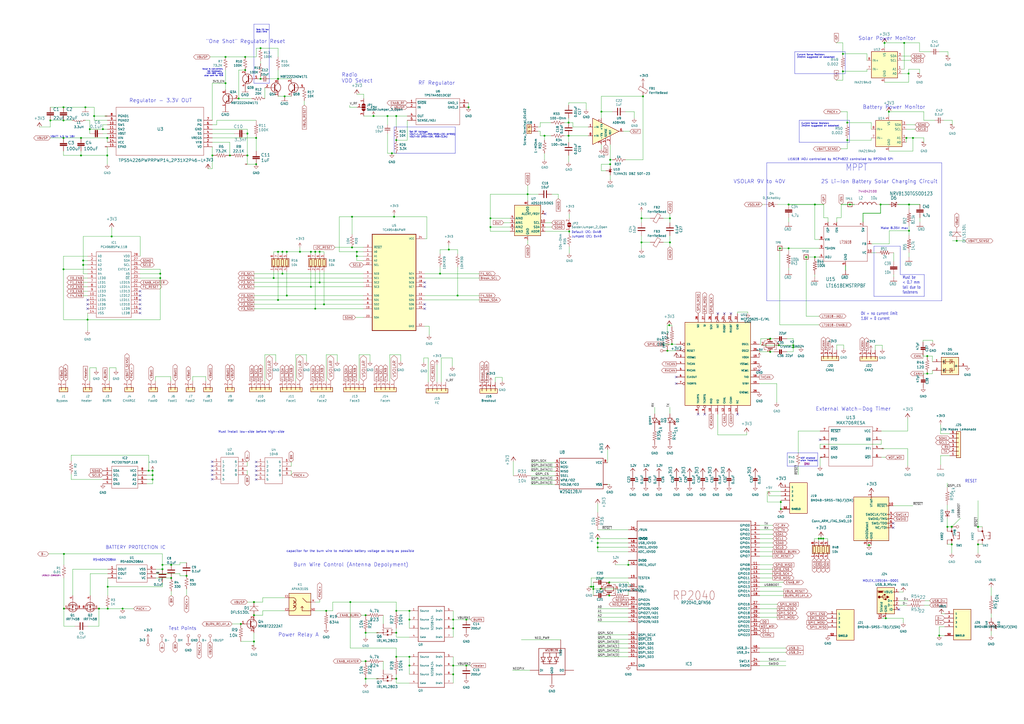
<source format=kicad_sch>
(kicad_sch (version 20230121) (generator eeschema)
  (paper "A2")
  (lib_symbols
    (symbol "1049:1049" (pin_names (offset 0.762))
      (property "Reference" "U" (at 16.51 7.62 0))
      (property "Value" "1049" (at 16.51 5.08 0))
      (symbol "1049_0_0"
        (pin passive line (at 0 0 0) (length 5.08) (name "1") (number "1"))
        (pin passive line (at 0 -2.54 0) (length 5.08) (name "2") (number "2"))
        (pin passive line (at 0 -5.08 0) (length 5.08) (name "3") (number "3"))
        (pin passive line (at 0 -7.62 0) (length 5.08) (name "4") (number "4"))
        (pin passive line (at 0 -10.16 0) (length 5.08) (name "5") (number "5"))
        (pin passive line (at 20.32 0 180) (length 5.08) (name "6") (number "6"))
        (pin passive line (at 20.32 -2.54 180) (length 5.08) (name "7") (number "7"))
        (pin passive line (at 20.32 -5.08 180) (length 5.08) (name "8") (number "8"))
        (pin passive line (at 20.32 -7.62 180) (length 5.08) (name "9") (number "9"))
      )
    )
    (symbol "1u_panel-eagle-import:GND" (power)
      (property "Value" "GND" (at -2.54 -2.54 0))
      (symbol "GND_1_0"
        (pin power_in line (at 0 2.54 270) (length 2.54) (name "GND") (number "1"))
      )
    )
    (symbol "1u_panel-eagle-import:L-WURTH-744042100"
      (property "Reference" "L" (at 2.54 5.08 0))
      (symbol "L-WURTH-744042100_1_0"
        (pin passive line (at 0 7.62 270) (length 2.54) (name "1") (number "P$1"))
        (pin passive line (at 0 -7.62 90) (length 2.54) (name "2") (number "P$2"))
      )
    )
    (symbol "1u_panel-eagle-import:LT1618EMSTRPBF"
      (property "Reference" "U" (at 5.08 -12.7 0))
      (symbol "LT1618EMSTRPBF_1_0"
        (text "LT1618" (at 0 0 0) (effects (font (size 1.778 1.27)) (justify bottom)))
        (pin input line (at 15.24 0 180) (length 2.54) (name "FB") (number "1"))
        (pin passive line (at 15.24 -5.08 180) (length 2.54) (name "VC") (number "10"))
        (pin passive line (at -5.08 12.7 270) (length 2.54) (name "ISN") (number "2"))
        (pin passive line (at -10.16 12.7 270) (length 2.54) (name "ISP") (number "3"))
        (pin input line (at -15.24 -7.62 0) (length 2.54) (name "IADJ") (number "4"))
        (pin power_in line (at 0 -12.7 90) (length 2.54) (name "GND") (number "5"))
        (pin output line (at 10.16 12.7 270) (length 2.54) (name "SW") (number "7"))
        (pin power_in line (at -15.24 2.54 0) (length 2.54) (name "VIN") (number "8"))
        (pin input line (at -15.24 -2.54 0) (length 2.54) (name "*SHDN") (number "9"))
      )
    )
    (symbol "1u_panel-eagle-import:NRVB130TGSOD123"
      (property "Reference" "D" (at 5.08 -1.524 0))
      (symbol "NRVB130TGSOD123_1_0"
        (pin passive line (at -2.54 0 0) (length 2.54) (name "ANODE") (number "A"))
        (pin passive line (at 2.54 0 180) (length 2.54) (name "CATHODE") (number "K"))
      )
    )
    (symbol "1u_panel-eagle-import:R-US_0603-C-NOSILK"
      (property "Reference" "R" (at -3.81 1.4986 0))
      (symbol "R-US_0603-C-NOSILK_1_0"
        (pin passive line (at -5.08 0 0) (length 2.54) (name "1") (number "1"))
        (pin passive line (at 5.08 0 180) (length 2.54) (name "2") (number "2"))
      )
    )
    (symbol "1u_panel-eagle-import:TEST-POINT-LARGE-SQUARE"
      (property "Reference" "TP" (at -2.54 2.54 0))
      (symbol "TEST-POINT-LARGE-SQUARE_1_0"
        (pin passive line (at 0 0 0) (length 0) (name "1") (number "1"))
      )
    )
    (symbol "1u_panel-eagle-import:oresat-rcl_C-EU0603-C-NOSILK"
      (property "Reference" "C" (at 1.524 0.381 0))
      (symbol "oresat-rcl_C-EU0603-C-NOSILK_1_0"
        (pin passive line (at 0 2.54 270) (length 2.54) (name "1") (number "1"))
        (pin passive line (at 0 -5.08 90) (length 2.54) (name "2") (number "2"))
      )
    )
    (symbol "APAN3105:APAN3105" (pin_names (offset 1.016))
      (property "Reference" "K" (at -5.0833 8.1333 0))
      (property "Value" "APAN3105" (at -5.0813 -7.622 0))
      (symbol "APAN3105_0_0"
        (pin passive line (at -7.62 5.08 0) (length 2.54) (name "~") (number "C1"))
        (pin passive line (at -7.62 -2.54 0) (length 2.54) (name "~") (number "C2"))
        (pin passive line (at 10.16 2.54 180) (length 2.54) (name "~") (number "M"))
        (pin passive line (at 10.16 -2.54 180) (length 2.54) (name "~") (number "NO"))
      )
    )
    (symbol "Adafruit Ethernet FeatherWing-eagle-import:CAP_CERAMIC0603_NO"
      (property "Reference" "C" (at -2.29 1.25 90))
      (symbol "CAP_CERAMIC0603_NO_1_0"
        (pin passive line (at 0 5.08 270) (length 2.54) (name "1") (number "1"))
        (pin passive line (at 0 -2.54 90) (length 2.54) (name "2") (number "2"))
      )
    )
    (symbol "Adafruit ItsyBitsy RP2040-eagle-import:+3V3" (power)
      (property "Value" "+3V3" (at -2.54 -5.08 90))
      (symbol "+3V3_1_0"
        (pin power_in line (at 0 -2.54 90) (length 2.54) (name "+3V3") (number "1"))
      )
    )
    (symbol "Adafruit ItsyBitsy RP2040-eagle-import:1.2V" (power)
      (property "Value" "1.2V" (at -1.524 1.016 0))
      (symbol "1.2V_1_0"
        (pin power_in line (at 0 -2.54 90) (length 2.54) (name "1.2V") (number "1"))
      )
    )
    (symbol "Adafruit ItsyBitsy RP2040-eagle-import:CAP_CERAMIC_0402NO"
      (property "Reference" "C" (at -2.29 1.25 90))
      (property "Value" "CAP_CERAMIC_0402NO" (at 2.3 1.25 90))
      (symbol "CAP_CERAMIC_0402NO_1_0"
        (pin passive line (at 0 5.08 270) (length 2.54) (name "1") (number "1"))
        (pin passive line (at 0 -2.54 90) (length 2.54) (name "2") (number "2"))
      )
    )
    (symbol "Adafruit ItsyBitsy RP2040-eagle-import:CAP_CERAMIC_0603MP"
      (property "Reference" "C" (at -2.29 1.25 90))
      (property "Value" "CAP_CERAMIC_0603MP" (at 2.3 1.25 90))
      (symbol "CAP_CERAMIC_0603MP_1_0"
        (pin passive line (at 0 5.08 270) (length 2.54) (name "1") (number "1"))
        (pin passive line (at 0 -2.54 90) (length 2.54) (name "2") (number "2"))
      )
    )
    (symbol "Adafruit ItsyBitsy RP2040-eagle-import:DIODESOD-323F"
      (property "Reference" "D" (at -2.54 2.54 0))
      (property "Value" "DIODESOD-323F" (at -2.54 -3.81 0))
      (symbol "DIODESOD-323F_1_0"
        (pin passive line (at -2.54 0 0) (length 2.54) (name "A") (number "A"))
        (pin passive line (at 2.54 0 180) (length 2.54) (name "C") (number "C"))
      )
    )
    (symbol "Adafruit ItsyBitsy RP2040-eagle-import:LED0603_NOOUTLINE"
      (property "Reference" "D" (at -1.27 4.445 0))
      (property "Value" "LED0603_NOOUTLINE" (at -1.27 -2.794 0))
      (symbol "LED0603_NOOUTLINE_1_0"
        (pin passive line (at -5.08 0 0) (length 2.54) (name "A") (number "A"))
        (pin passive line (at 2.54 0 180) (length 2.54) (name "C") (number "C"))
      )
    )
    (symbol "Adafruit ItsyBitsy RP2040-eagle-import:RP2040_QFN56"
      (property "Reference" "IC3" (at -5.08 -40.64 0))
      (property "Value" "RP2040_QFN56" (at -7.62 -5.08 0))
      (symbol "RP2040_QFN56_1_0"
        (text "RP2040" (at 0 0 0) (effects (font (size 5.08 4.318))))
        (pin power_in line (at -38.1 33.02 0) (length 5.08) (name "IOVDD") (number "1"))
        (pin power_in line (at -38.1 33.02 0) (length 5.08) (name "IOVDD") (number "10"))
        (pin bidirectional line (at 38.1 17.78 180) (length 5.08) (name "GPIO8") (number "11"))
        (pin bidirectional line (at 38.1 15.24 180) (length 5.08) (name "GPIO9") (number "12"))
        (pin bidirectional line (at 38.1 12.7 180) (length 5.08) (name "GPIO10") (number "13"))
        (pin bidirectional line (at 38.1 10.16 180) (length 5.08) (name "GPIO11") (number "14"))
        (pin bidirectional line (at 38.1 7.62 180) (length 5.08) (name "GPIO12") (number "15"))
        (pin bidirectional line (at 38.1 5.08 180) (length 5.08) (name "GPIO13") (number "16"))
        (pin bidirectional line (at 38.1 2.54 180) (length 5.08) (name "GPIO14") (number "17"))
        (pin bidirectional line (at 38.1 0 180) (length 5.08) (name "GPIO15") (number "18"))
        (pin input line (at -38.1 10.16 0) (length 5.08) (name "TESTEN") (number "19"))
        (pin bidirectional line (at 38.1 40.64 180) (length 5.08) (name "GPIO0") (number "2"))
        (pin input line (at -38.1 5.08 0) (length 5.08) (name "XIN") (number "20"))
        (pin output line (at -38.1 2.54 0) (length 5.08) (name "XOUT") (number "21"))
        (pin power_in line (at -38.1 33.02 0) (length 5.08) (name "IOVDD") (number "22"))
        (pin power_in line (at -38.1 20.32 0) (length 5.08) (name "DVDD") (number "23"))
        (pin bidirectional line (at 38.1 -38.1 180) (length 5.08) (name "SWCLK") (number "24"))
        (pin bidirectional line (at 38.1 -40.64 180) (length 5.08) (name "SWDIO") (number "25"))
        (pin bidirectional inverted (at -38.1 38.1 0) (length 5.08) (name "/RUN") (number "26"))
        (pin bidirectional line (at 38.1 -5.08 180) (length 5.08) (name "GPIO16") (number "27"))
        (pin bidirectional line (at 38.1 -7.62 180) (length 5.08) (name "GPIO17") (number "28"))
        (pin bidirectional line (at 38.1 -10.16 180) (length 5.08) (name "GPIO18") (number "29"))
        (pin bidirectional line (at 38.1 38.1 180) (length 5.08) (name "GPIO1") (number "3"))
        (pin bidirectional line (at 38.1 -12.7 180) (length 5.08) (name "GPIO19") (number "30"))
        (pin bidirectional line (at 38.1 -15.24 180) (length 5.08) (name "GPIO20") (number "31"))
        (pin bidirectional line (at 38.1 -17.78 180) (length 5.08) (name "GPIO21") (number "32"))
        (pin power_in line (at -38.1 33.02 0) (length 5.08) (name "IOVDD") (number "33"))
        (pin bidirectional line (at 38.1 -20.32 180) (length 5.08) (name "GPIO22") (number "34"))
        (pin bidirectional line (at 38.1 -22.86 180) (length 5.08) (name "GPIO23") (number "35"))
        (pin bidirectional line (at -38.1 -2.54 0) (length 5.08) (name "GPIO24") (number "36"))
        (pin bidirectional line (at -38.1 -5.08 0) (length 5.08) (name "GPIO25") (number "37"))
        (pin bidirectional line (at -38.1 -7.62 0) (length 5.08) (name "GPIO26/AD0") (number "38"))
        (pin bidirectional line (at -38.1 -10.16 0) (length 5.08) (name "GPIO27/AD1") (number "39"))
        (pin bidirectional line (at 38.1 35.56 180) (length 5.08) (name "GPIO2") (number "4"))
        (pin bidirectional line (at -38.1 -12.7 0) (length 5.08) (name "GPIO28/AD2") (number "40"))
        (pin bidirectional line (at -38.1 -15.24 0) (length 5.08) (name "GPIO29/AD3") (number "41"))
        (pin power_in line (at -38.1 33.02 0) (length 5.08) (name "IOVDD") (number "42"))
        (pin power_in line (at -38.1 25.4 0) (length 5.08) (name "ADC_IOVDD") (number "43"))
        (pin power_in line (at -38.1 27.94 0) (length 5.08) (name "VREG_IOVDD") (number "44"))
        (pin power_in line (at -38.1 17.78 0) (length 5.08) (name "VREG_VOUT") (number "45"))
        (pin bidirectional line (at 38.1 -30.48 180) (length 5.08) (name "USB_D-") (number "46"))
        (pin bidirectional line (at 38.1 -33.02 180) (length 5.08) (name "USB_D+") (number "47"))
        (pin power_in line (at -38.1 30.48 0) (length 5.08) (name "USB_IOVDD") (number "48"))
        (pin power_in line (at -38.1 33.02 0) (length 5.08) (name "IOVDD") (number "49"))
        (pin bidirectional line (at 38.1 33.02 180) (length 5.08) (name "GPIO3") (number "5"))
        (pin power_in line (at -38.1 20.32 0) (length 5.08) (name "DVDD") (number "50"))
        (pin bidirectional line (at -38.1 -35.56 0) (length 5.08) (name "QSPI_SD3") (number "51"))
        (pin bidirectional line (at -38.1 -22.86 0) (length 5.08) (name "QSPI_SCLK") (number "52"))
        (pin bidirectional line (at -38.1 -27.94 0) (length 5.08) (name "QSPI_SD0") (number "53"))
        (pin bidirectional line (at -38.1 -33.02 0) (length 5.08) (name "QSPI_SD2") (number "54"))
        (pin bidirectional line (at -38.1 -30.48 0) (length 5.08) (name "QSPI_SD1") (number "55"))
        (pin bidirectional line (at -38.1 -25.4 0) (length 5.08) (name "~{QSPI_CS}") (number "56"))
        (pin power_in line (at -38.1 -40.64 0) (length 5.08) (name "GND") (number "57"))
        (pin bidirectional line (at 38.1 30.48 180) (length 5.08) (name "GPIO4") (number "6"))
        (pin bidirectional line (at 38.1 27.94 180) (length 5.08) (name "GPIO5") (number "7"))
        (pin bidirectional line (at 38.1 25.4 180) (length 5.08) (name "GPIO6") (number "8"))
        (pin bidirectional line (at 38.1 22.86 180) (length 5.08) (name "GPIO7") (number "9"))
      )
    )
    (symbol "Adafruit ItsyBitsy RP2040-eagle-import:SPIFLASH_8PIN_4X4"
      (property "Reference" "U" (at -12.7 12.7 0))
      (property "Value" "SPIFLASH_8PIN_4X4" (at -12.7 -10.16 0))
      (symbol "SPIFLASH_8PIN_4X4_1_0"
        (pin bidirectional line (at -15.24 0 0) (length 2.54) (name "SSEL") (number "1"))
        (pin bidirectional line (at -15.24 2.54 0) (length 2.54) (name "MISO") (number "2"))
        (pin bidirectional line (at -15.24 -2.54 0) (length 2.54) (name "WP#/IO2") (number "3"))
        (pin bidirectional line (at 15.24 -5.08 180) (length 2.54) (name "VSS") (number "4"))
        (pin bidirectional line (at -15.24 5.08 0) (length 2.54) (name "MOSI") (number "5"))
        (pin bidirectional line (at -15.24 7.62 0) (length 2.54) (name "SCK") (number "6"))
        (pin bidirectional line (at -15.24 -5.08 0) (length 2.54) (name "HOLD#/IO3") (number "7"))
        (pin bidirectional line (at 15.24 7.62 180) (length 2.54) (name "VCC") (number "8"))
        (pin bidirectional line (at 15.24 -5.08 180) (length 2.54) (name "VSS") (number "PAD"))
      )
    )
    (symbol "Adafruit ItsyBitsy RP2040-eagle-import:SWITCH_TACT_SMT4.6X2.8"
      (property "Reference" "SW" (at -2.54 6.35 0))
      (property "Value" "SWITCH_TACT_SMT4.6X2.8" (at -2.54 -5.08 0))
      (symbol "SWITCH_TACT_SMT4.6X2.8_1_0"
        (pin passive line (at -5.08 0 0) (length 2.54) (name "P") (number "A"))
        (pin passive line (at -5.08 -2.54 0) (length 2.54) (name "P1") (number "A'"))
        (pin passive line (at 5.08 0 180) (length 2.54) (name "S") (number "B"))
        (pin passive line (at 5.08 -2.54 180) (length 2.54) (name "S1") (number "B'"))
      )
    )
    (symbol "Adafruit ItsyBitsy RP2040-eagle-import:VBUS" (power)
      (property "Value" "VBUS" (at -1.524 1.016 0))
      (symbol "VBUS_1_0"
        (pin power_in line (at 0 -2.54 90) (length 2.54) (name "VBUS") (number "1"))
      )
    )
    (symbol "Adafruit ItsyBitsy RP2040-eagle-import:WS2812B_SK6805_1515"
      (symbol "WS2812B_SK6805_1515_1_0"
        (text "WS2812B" (at -4.064 8.382 0) (effects (font (size 1.27 1.0795)) (justify left bottom)))
        (pin power_in line (at 5.08 15.24 270) (length 5.08) (name "VDD") (number "1"))
        (pin output line (at 12.7 -2.54 180) (length 5.08) (name "DO") (number "2"))
        (pin power_in line (at 0 -10.16 90) (length 5.08) (name "GND") (number "3"))
        (pin input line (at -12.7 -2.54 0) (length 5.08) (name "DI") (number "4"))
      )
    )
    (symbol "Analog_ADC:ADS1015IDGS"
      (property "Reference" "U" (at 2.54 13.97 0))
      (property "Value" "ADS1015IDGS" (at 7.62 11.43 0))
      (symbol "ADS1015IDGS_1_1"
        (pin input line (at 10.16 -5.08 180) (length 2.54) (name "ADDR") (number "1"))
        (pin input line (at 10.16 0 180) (length 2.54) (name "SCL") (number "10"))
        (pin output line (at 10.16 5.08 180) (length 2.54) (name "ALERT/RDY") (number "2"))
        (pin power_in line (at 0 -10.16 90) (length 2.54) (name "GND") (number "3"))
        (pin input line (at -10.16 2.54 0) (length 2.54) (name "AIN0") (number "4"))
        (pin input line (at -10.16 0 0) (length 2.54) (name "AIN1") (number "5"))
        (pin input line (at -10.16 -2.54 0) (length 2.54) (name "AIN2") (number "6"))
        (pin input line (at -10.16 -5.08 0) (length 2.54) (name "AIN3") (number "7"))
        (pin power_in line (at 0 12.7 270) (length 2.54) (name "VDD") (number "8"))
        (pin bidirectional line (at 10.16 -2.54 180) (length 2.54) (name "SDA") (number "9"))
      )
    )
    (symbol "Analog_ADC:INA219AxD"
      (property "Reference" "U" (at -6.35 8.89 0))
      (property "Value" "INA219AxD" (at 5.08 8.89 0))
      (symbol "INA219AxD_1_1"
        (pin input line (at 10.16 -2.54 180) (length 2.54) (name "A1") (number "1"))
        (pin input line (at 10.16 -5.08 180) (length 2.54) (name "A0") (number "2"))
        (pin bidirectional line (at 10.16 5.08 180) (length 2.54) (name "SDA") (number "3"))
        (pin input line (at 10.16 2.54 180) (length 2.54) (name "SCL") (number "4"))
        (pin power_in line (at 0 10.16 270) (length 2.54) (name "VS") (number "5"))
        (pin power_in line (at 0 -10.16 90) (length 2.54) (name "GND") (number "6"))
        (pin input line (at -10.16 -2.54 0) (length 2.54) (name "IN-") (number "7"))
        (pin input line (at -10.16 2.54 0) (length 2.54) (name "IN+") (number "8"))
      )
    )
    (symbol "BM04B-SRSS-TB_LF__SN_:BM04B-SRSS-TB(LF)(SN)" (pin_names (offset 1.016))
      (property "Reference" "J" (at -5.08 10.922 0))
      (property "Value" "BM04B-SRSS-TB(LF)(SN)" (at -5.08 -10.16 0))
      (symbol "BM04B-SRSS-TB(LF)(SN)_0_0"
        (pin passive line (at -10.16 7.62 0) (length 5.08) (name "1") (number "1"))
        (pin passive line (at -10.16 5.08 0) (length 5.08) (name "2") (number "2"))
        (pin passive line (at -10.16 2.54 0) (length 5.08) (name "3") (number "3"))
        (pin passive line (at -10.16 0 0) (length 5.08) (name "4") (number "4"))
        (pin passive line (at -10.16 -5.08 0) (length 5.08) (name "SHIELD") (number "S1"))
        (pin passive line (at -10.16 -5.08 0) (length 5.08) (name "SHIELD") (number "S2"))
      )
    )
    (symbol "Connector:Conn_ARM_JTAG_SWD_10" (pin_names (offset 1.016))
      (property "Reference" "J" (at -2.54 16.51 0))
      (property "Value" "Conn_ARM_JTAG_SWD_10" (at -2.54 13.97 0))
      (symbol "Conn_ARM_JTAG_SWD_10_1_1"
        (pin power_in line (at 0 15.24 270) (length 2.54) (name "VTref") (number "1"))
        (pin open_collector line (at 12.7 7.62 180) (length 2.54) (name "~{RESET}") (number "10"))
        (pin bidirectional line (at 12.7 0 180) (length 2.54) (name "SWDIO/TMS") (number "2"))
        (pin power_in line (at 0 -15.24 90) (length 2.54) (name "GND") (number "3"))
        (pin output line (at 12.7 2.54 180) (length 2.54) (name "SWDCLK/TCK") (number "4"))
        (pin passive line (at 0 -15.24 90) (length 2.54) hide (name "GND") (number "5"))
        (pin input line (at 12.7 -2.54 180) (length 2.54) (name "SWO/TDO") (number "6"))
        (pin no_connect line (at -10.16 0 0) (length 2.54) hide (name "KEY") (number "7"))
        (pin output line (at 12.7 -5.08 180) (length 2.54) (name "NC/TDI") (number "8"))
        (pin passive line (at -2.54 -15.24 90) (length 2.54) (name "GNDDetect") (number "9"))
      )
    )
    (symbol "Connector:Screw_Terminal_01x02" (pin_names (offset 1.016) hide)
      (property "Reference" "J" (at 0 2.54 0))
      (property "Value" "Screw_Terminal_01x02" (at 0 -5.08 0))
      (symbol "Screw_Terminal_01x02_1_1"
        (pin passive line (at -5.08 0 0) (length 3.81) (name "Pin_1") (number "1"))
        (pin passive line (at -5.08 -2.54 0) (length 3.81) (name "Pin_2") (number "2"))
      )
    )
    (symbol "Connector:TestPoint" (pin_numbers hide) (pin_names (offset 0.762) hide)
      (property "Reference" "TP" (at 0 6.858 0))
      (property "Value" "TestPoint" (at 0 5.08 0))
      (symbol "TestPoint_1_1"
        (pin passive line (at 0 0 90) (length 2.54) (name "1") (number "1"))
      )
    )
    (symbol "Connector:USB_B_Micro" (pin_names (offset 1.016))
      (property "Reference" "J8" (at 0 11.938 0))
      (property "Value" "USB_B_Micro" (at 0 9.398 0))
      (symbol "USB_B_Micro_1_1"
        (pin power_out line (at 7.62 5.08 180) (length 2.54) (name "VBUS") (number "1"))
        (pin bidirectional line (at 7.62 -2.54 180) (length 2.54) (name "D-") (number "2"))
        (pin bidirectional line (at 7.62 0 180) (length 2.54) (name "D+") (number "3"))
        (pin passive line (at 7.62 -5.08 180) (length 2.54) (name "ID") (number "4"))
        (pin power_out line (at 0 -10.16 90) (length 2.54) (name "GND") (number "5"))
        (pin passive line (at -2.54 -10.16 90) (length 2.54) (name "Shield") (number "SH1"))
      )
    )
    (symbol "Connector_Generic:Conn_01x02" (pin_names (offset 1.016) hide)
      (property "Reference" "J" (at 0 2.54 0))
      (property "Value" "Conn_01x02" (at 0 -5.08 0))
      (symbol "Conn_01x02_1_1"
        (pin passive line (at -5.08 0 0) (length 3.81) (name "Pin_1") (number "1"))
        (pin passive line (at -5.08 -2.54 0) (length 3.81) (name "Pin_2") (number "2"))
      )
    )
    (symbol "Connector_Generic:Conn_01x04" (pin_names (offset 1.016) hide)
      (property "Reference" "J" (at 0 5.08 0))
      (property "Value" "Conn_01x04" (at 0 -7.62 0))
      (symbol "Conn_01x04_1_1"
        (pin passive line (at -5.08 2.54 0) (length 3.81) (name "Pin_1") (number "1"))
        (pin passive line (at -5.08 0 0) (length 3.81) (name "Pin_2") (number "2"))
        (pin passive line (at -5.08 -2.54 0) (length 3.81) (name "Pin_3") (number "3"))
        (pin passive line (at -5.08 -5.08 0) (length 3.81) (name "Pin_4") (number "4"))
      )
    )
    (symbol "Connector_Generic:Conn_01x06" (pin_names (offset 1.016) hide)
      (property "Reference" "J" (at 0 7.62 0))
      (property "Value" "Conn_01x06" (at 0 -10.16 0))
      (symbol "Conn_01x06_1_1"
        (pin passive line (at -5.08 5.08 0) (length 3.81) (name "Pin_1") (number "1"))
        (pin passive line (at -5.08 2.54 0) (length 3.81) (name "Pin_2") (number "2"))
        (pin passive line (at -5.08 0 0) (length 3.81) (name "Pin_3") (number "3"))
        (pin passive line (at -5.08 -2.54 0) (length 3.81) (name "Pin_4") (number "4"))
        (pin passive line (at -5.08 -5.08 0) (length 3.81) (name "Pin_5") (number "5"))
        (pin passive line (at -5.08 -7.62 0) (length 3.81) (name "Pin_6") (number "6"))
      )
    )
    (symbol "Device:C" (pin_numbers hide) (pin_names (offset 0.254))
      (property "Reference" "C" (at 0.635 2.54 0))
      (property "Value" "C" (at 0.635 -2.54 0))
      (symbol "C_1_1"
        (pin passive line (at 0 3.81 270) (length 2.794) (name "~") (number "1"))
        (pin passive line (at 0 -3.81 90) (length 2.794) (name "~") (number "2"))
      )
    )
    (symbol "Device:C_Small" (pin_numbers hide) (pin_names (offset 0.254) hide)
      (property "Reference" "C" (at 0.254 1.778 0))
      (property "Value" "C_Small" (at 0.254 -2.032 0))
      (symbol "C_Small_1_1"
        (pin passive line (at 0 2.54 270) (length 2.032) (name "~") (number "1"))
        (pin passive line (at 0 -2.54 90) (length 2.032) (name "~") (number "2"))
      )
    )
    (symbol "Device:Crystal_GND24" (pin_names (offset 1.016) hide)
      (property "Reference" "Y" (at 3.175 5.08 0))
      (property "Value" "Crystal_GND24" (at 3.175 3.175 0))
      (symbol "Crystal_GND24_1_1"
        (pin passive line (at -3.81 0 0) (length 1.27) (name "1") (number "1"))
        (pin passive line (at 0 5.08 270) (length 1.27) (name "2") (number "2"))
        (pin passive line (at 3.81 0 180) (length 1.27) (name "3") (number "3"))
        (pin passive line (at 0 -5.08 90) (length 1.27) (name "4") (number "4"))
      )
    )
    (symbol "Device:D_Schottky" (pin_numbers hide) (pin_names (offset 1.016) hide)
      (property "Reference" "D" (at 0 2.54 0))
      (property "Value" "D_Schottky" (at 0 -2.54 0))
      (symbol "D_Schottky_1_1"
        (pin passive line (at -3.81 0 0) (length 2.54) (name "K") (number "1"))
        (pin passive line (at 3.81 0 180) (length 2.54) (name "A") (number "2"))
      )
    )
    (symbol "Device:FerriteBead" (pin_numbers hide) (pin_names (offset 0))
      (property "Reference" "FB" (at -3.81 0.635 90))
      (property "Value" "FerriteBead" (at 3.81 0 90))
      (symbol "FerriteBead_1_1"
        (pin passive line (at 0 3.81 270) (length 2.54) (name "~") (number "1"))
        (pin passive line (at 0 -3.81 90) (length 2.54) (name "~") (number "2"))
      )
    )
    (symbol "Device:L" (pin_numbers hide) (pin_names (offset 1.016) hide)
      (property "Reference" "L" (at -1.27 0 90))
      (property "Value" "L" (at 1.905 0 90))
      (symbol "L_1_1"
        (pin passive line (at 0 3.81 270) (length 1.27) (name "1") (number "1"))
        (pin passive line (at 0 -3.81 90) (length 1.27) (name "2") (number "2"))
      )
    )
    (symbol "Device:R_Pack04" (pin_names (offset 0) hide)
      (property "Reference" "RN" (at -7.62 0 90))
      (property "Value" "R_Pack04" (at 5.08 0 90))
      (symbol "R_Pack04_1_1"
        (pin passive line (at -5.08 -5.08 90) (length 2.54) (name "R1.1") (number "1"))
        (pin passive line (at -2.54 -5.08 90) (length 2.54) (name "R2.1") (number "2"))
        (pin passive line (at 0 -5.08 90) (length 2.54) (name "R3.1") (number "3"))
        (pin passive line (at 2.54 -5.08 90) (length 2.54) (name "R4.1") (number "4"))
        (pin passive line (at 2.54 5.08 270) (length 2.54) (name "R4.2") (number "5"))
        (pin passive line (at 0 5.08 270) (length 2.54) (name "R3.2") (number "6"))
        (pin passive line (at -2.54 5.08 270) (length 2.54) (name "R2.2") (number "7"))
        (pin passive line (at -5.08 5.08 270) (length 2.54) (name "R1.2") (number "8"))
      )
    )
    (symbol "Device:R_US" (pin_numbers hide) (pin_names (offset 0))
      (property "Reference" "R" (at 2.54 0 90))
      (property "Value" "R_US" (at -2.54 0 90))
      (symbol "R_US_1_1"
        (pin passive line (at 0 3.81 270) (length 1.27) (name "~") (number "1"))
        (pin passive line (at 0 -3.81 90) (length 1.27) (name "~") (number "2"))
      )
    )
    (symbol "Jumper:SolderJumper_2_Open" (pin_names (offset 0) hide)
      (property "Reference" "JP" (at 0 2.032 0))
      (property "Value" "SolderJumper_2_Open" (at 0 -2.54 0))
      (symbol "SolderJumper_2_Open_1_1"
        (pin passive line (at -3.81 0 0) (length 2.54) (name "A") (number "1"))
        (pin passive line (at 3.81 0 180) (length 2.54) (name "B") (number "2"))
      )
    )
    (symbol "Jumper:SolderJumper_3_Open" (pin_names (offset 0) hide)
      (property "Reference" "JP" (at -2.54 -2.54 0))
      (property "Value" "SolderJumper_3_Open" (at 0 2.794 0))
      (symbol "SolderJumper_3_Open_1_1"
        (pin passive line (at -5.08 0 0) (length 2.54) (name "A") (number "1"))
        (pin passive line (at 0 -3.81 90) (length 2.54) (name "C") (number "2"))
        (pin passive line (at 5.08 0 180) (length 2.54) (name "B") (number "3"))
      )
    )
    (symbol "MCP25625-E_ML:MCP25625-E{slash}ML" (pin_names (offset 1.016))
      (property "Reference" "U" (at 40.652 -33.0298 0))
      (property "Value" "MCP25625-E{slash}ML" (at 40.6941 -35.6074 0))
      (symbol "MCP25625-E{slash}ML_0_0"
        (pin bidirectional inverted (at -5.08 0 0) (length 5.08) (name "CS") (number "1"))
        (pin bidirectional line (at 15.24 -40.64 90) (length 5.08) (name "RXD") (number "10"))
        (pin bidirectional line (at 19.05 -40.64 90) (length 5.08) (name "VIO") (number "11"))
        (pin bidirectional line (at 22.86 -40.64 90) (length 5.08) (name "CANL") (number "12"))
        (pin bidirectional line (at 26.67 -40.64 90) (length 5.08) (name "CANH") (number "13"))
        (pin bidirectional line (at 30.48 -40.64 90) (length 5.08) (name "NC") (number "14"))
        (pin bidirectional line (at 43.18 -22.86 180) (length 5.08) (name "STBY") (number "15"))
        (pin bidirectional line (at 43.18 -19.05 180) (length 5.08) (name "TXD") (number "16"))
        (pin bidirectional line (at 43.18 -15.24 180) (length 5.08) (name "NC@1") (number "17"))
        (pin bidirectional line (at 43.18 -11.43 180) (length 5.08) (name "VSS@1") (number "18"))
        (pin bidirectional line (at 43.18 -7.62 180) (length 5.08) (name "VDDA") (number "19"))
        (pin bidirectional inverted (at -5.08 -3.81 0) (length 5.08) (name "RESET") (number "2"))
        (pin bidirectional line (at 43.18 -3.81 180) (length 5.08) (name "OSC2") (number "20"))
        (pin bidirectional line (at 43.18 0 180) (length 5.08) (name "OSC1") (number "21"))
        (pin bidirectional line (at 30.48 17.78 270) (length 5.08) (name "GND") (number "22"))
        (pin bidirectional inverted (at 26.67 17.78 270) (length 5.08) (name "RX1BF") (number "23"))
        (pin bidirectional inverted (at 22.86 17.78 270) (length 5.08) (name "RX0BF") (number "24"))
        (pin bidirectional inverted (at 19.05 17.78 270) (length 5.08) (name "INT") (number "25"))
        (pin bidirectional line (at 15.24 17.78 270) (length 5.08) (name "SCK") (number "26"))
        (pin bidirectional line (at 11.43 17.78 270) (length 5.08) (name "SI") (number "27"))
        (pin bidirectional line (at 7.62 17.78 270) (length 5.08) (name "SO") (number "28"))
        (pin bidirectional line (at 43.18 -27.94 180) (length 5.08) (name "GND@1") (number "29"))
        (pin bidirectional line (at -5.08 -7.62 0) (length 5.08) (name "VDD@1") (number "3"))
        (pin bidirectional line (at -5.08 -11.43 0) (length 5.08) (name "TXCAN") (number "4"))
        (pin bidirectional line (at -5.08 -15.24 0) (length 5.08) (name "RXCAN") (number "5"))
        (pin bidirectional line (at -5.08 -19.05 0) (length 5.08) (name "CLKOUT") (number "6"))
        (pin bidirectional inverted (at -5.08 -22.86 0) (length 5.08) (name "TX0RTS") (number "7"))
        (pin bidirectional inverted (at 7.62 -40.64 90) (length 5.08) (name "TX1RTS") (number "8"))
        (pin bidirectional inverted (at 11.43 -40.64 90) (length 5.08) (name "TX2RTS") (number "9"))
      )
    )
    (symbol "Max_Lib:Connector_Generic_Conn_01x05" (pin_names (offset 1.016) hide)
      (property "Reference" "J" (at 0 7.62 0))
      (property "Value" "Connector_Generic_Conn_01x05" (at 0 -7.62 0))
      (symbol "Connector_Generic_Conn_01x05_1_1"
        (pin passive line (at -5.08 5.08 0) (length 3.81) (name "Pin_1") (number "1"))
        (pin passive line (at -5.08 2.54 0) (length 3.81) (name "Pin_2") (number "2"))
        (pin passive line (at -5.08 0 0) (length 3.81) (name "Pin_3") (number "3"))
        (pin passive line (at -5.08 -2.54 0) (length 3.81) (name "Pin_4") (number "4"))
        (pin passive line (at -5.08 -5.08 0) (length 3.81) (name "Pin_5") (number "5"))
      )
    )
    (symbol "Max_Lib:GND" (power) (pin_names (offset 1.016))
      (property "Value" "GND" (at -2.54 -2.54 0))
      (symbol "GND_1_0"
        (pin power_in line (at 0 2.54 270) (length 2.54) (name "GND") (number "1"))
      )
    )
    (symbol "PCA9685PW_118:PCA9685PW,118" (pin_names (offset 0.762))
      (property "Reference" "IC" (at 26.67 7.62 0))
      (property "Value" "PCA9685PW,118" (at 26.67 5.08 0))
      (symbol "PCA9685PW,118_0_0"
        (pin passive line (at 0 0 0) (length 5.08) (name "A0") (number "1"))
        (pin passive line (at 0 -22.86 0) (length 5.08) (name "LED4") (number "10"))
        (pin passive line (at 0 -25.4 0) (length 5.08) (name "LED5") (number "11"))
        (pin passive line (at 0 -27.94 0) (length 5.08) (name "LED6") (number "12"))
        (pin passive line (at 0 -30.48 0) (length 5.08) (name "LED7") (number "13"))
        (pin passive line (at 0 -33.02 0) (length 5.08) (name "VSS") (number "14"))
        (pin passive line (at 30.48 -33.02 180) (length 5.08) (name "LED8") (number "15"))
        (pin passive line (at 30.48 -30.48 180) (length 5.08) (name "LED9") (number "16"))
        (pin passive line (at 30.48 -27.94 180) (length 5.08) (name "LED10") (number "17"))
        (pin passive line (at 30.48 -25.4 180) (length 5.08) (name "LED11") (number "18"))
        (pin passive line (at 30.48 -22.86 180) (length 5.08) (name "LED12") (number "19"))
        (pin passive line (at 0 -2.54 0) (length 5.08) (name "A1") (number "2"))
        (pin passive line (at 30.48 -20.32 180) (length 5.08) (name "LED13") (number "20"))
        (pin passive line (at 30.48 -17.78 180) (length 5.08) (name "LED14") (number "21"))
        (pin passive line (at 30.48 -15.24 180) (length 5.08) (name "LED15") (number "22"))
        (pin passive line (at 30.48 -12.7 180) (length 5.08) (name "~{OE}") (number "23"))
        (pin passive line (at 30.48 -10.16 180) (length 5.08) (name "A5") (number "24"))
        (pin passive line (at 30.48 -7.62 180) (length 5.08) (name "EXTCLK") (number "25"))
        (pin passive line (at 30.48 -5.08 180) (length 5.08) (name "SCL") (number "26"))
        (pin passive line (at 30.48 -2.54 180) (length 5.08) (name "SDA") (number "27"))
        (pin passive line (at 30.48 0 180) (length 5.08) (name "VDD") (number "28"))
        (pin passive line (at 0 -5.08 0) (length 5.08) (name "A2") (number "3"))
        (pin passive line (at 0 -7.62 0) (length 5.08) (name "A3") (number "4"))
        (pin passive line (at 0 -10.16 0) (length 5.08) (name "A4") (number "5"))
        (pin passive line (at 0 -12.7 0) (length 5.08) (name "LED0") (number "6"))
        (pin passive line (at 0 -15.24 0) (length 5.08) (name "LED1") (number "7"))
        (pin passive line (at 0 -17.78 0) (length 5.08) (name "LED2") (number "8"))
        (pin passive line (at 0 -20.32 0) (length 5.08) (name "LED3") (number "9"))
      )
    )
    (symbol "PCT2075DP_118:PCT2075DP,118" (pin_names (offset 0.762))
      (property "Reference" "IC" (at 21.59 7.62 0))
      (property "Value" "PCT2075DP,118" (at 21.59 5.08 0))
      (symbol "PCT2075DP,118_0_0"
        (pin passive line (at 0 0 0) (length 5.08) (name "SDA") (number "1"))
        (pin passive line (at 0 -2.54 0) (length 5.08) (name "SCL") (number "2"))
        (pin passive line (at 0 -5.08 0) (length 5.08) (name "OS") (number "3"))
        (pin passive line (at 0 -7.62 0) (length 5.08) (name "GND") (number "4"))
        (pin passive line (at 25.4 -7.62 180) (length 5.08) (name "A2") (number "5"))
        (pin passive line (at 25.4 -5.08 180) (length 5.08) (name "A1") (number "6"))
        (pin passive line (at 25.4 -2.54 180) (length 5.08) (name "A0") (number "7"))
        (pin passive line (at 25.4 0 180) (length 5.08) (name "VCC") (number "8"))
      )
    )
    (symbol "PESD1CAN:PESD1CAN" (pin_names (offset 1.016))
      (property "Reference" "D" (at 0 11.4366 0))
      (property "Value" "PESD1CAN" (at 0 -2.542 0))
      (symbol "PESD1CAN_0_0"
        (pin bidirectional line (at -5.08 7.62 0) (length 5.08) (name "1") (number "1"))
        (pin bidirectional line (at -5.08 2.54 0) (length 5.08) (name "2") (number "2"))
        (pin bidirectional line (at 15.24 5.08 180) (length 5.08) (name "3") (number "3"))
      )
    )
    (symbol "Reference_Voltage:TL431DBZ" (pin_numbers hide) (pin_names hide)
      (property "Reference" "U" (at -2.54 2.54 0))
      (property "Value" "TL431DBZ" (at 0 -2.54 0))
      (symbol "TL431DBZ_1_1"
        (pin passive line (at 2.54 0 180) (length 2.54) (name "K") (number "1"))
        (pin passive line (at 0 2.54 270) (length 2.54) (name "REF") (number "2"))
        (pin passive line (at -2.54 0 0) (length 2.54) (name "A") (number "3"))
      )
    )
    (symbol "Sensor_Temperature:AD8495"
      (property "Reference" "U" (at 5.08 3.81 0))
      (property "Value" "AD8495" (at 8.89 -3.81 0))
      (symbol "AD8495_1_1"
        (pin input line (at -10.16 2.54 0) (length 2.54) (name "-IN") (number "1"))
        (pin input line (at 2.54 -7.62 90) (length 5.08) (name "REF") (number "2"))
        (pin power_in line (at -2.54 -7.62 90) (length 2.54) (name "-Vs") (number "3"))
        (pin no_connect line (at -5.08 0 180) (length 2.54) hide (name "NC") (number "4"))
        (pin passive line (at 0 -7.62 90) (length 3.81) (name "SENSE") (number "5"))
        (pin output line (at 10.16 0 180) (length 2.54) (name "~") (number "6"))
        (pin power_in line (at -2.54 7.62 270) (length 2.54) (name "+Vs") (number "7"))
        (pin input line (at -10.16 -2.54 0) (length 2.54) (name "+IN") (number "8"))
      )
    )
    (symbol "TCA9548APWR:TCA9548APWR" (pin_names (offset 1.016))
      (property "Reference" "U" (at -12.7 28.9306 0))
      (property "Value" "TCA9548APWR" (at -12.7 -31.9278 0))
      (symbol "TCA9548APWR_0_0"
        (pin input line (at -17.78 17.78 0) (length 5.08) (name "A0") (number "1"))
        (pin bidirectional line (at -17.78 -15.24 0) (length 5.08) (name "SD3") (number "10"))
        (pin bidirectional line (at -17.78 -2.54 0) (length 5.08) (name "SC3") (number "11"))
        (pin power_in line (at 17.78 -25.4 180) (length 5.08) (name "GND") (number "12"))
        (pin bidirectional line (at 17.78 -7.62 180) (length 5.08) (name "SD4") (number "13"))
        (pin bidirectional line (at 17.78 5.08 180) (length 5.08) (name "SC4") (number "14"))
        (pin bidirectional line (at 17.78 -10.16 180) (length 5.08) (name "SD5") (number "15"))
        (pin bidirectional line (at 17.78 2.54 180) (length 5.08) (name "SC5") (number "16"))
        (pin bidirectional line (at 17.78 -12.7 180) (length 5.08) (name "SD6") (number "17"))
        (pin bidirectional line (at 17.78 0 180) (length 5.08) (name "SC6") (number "18"))
        (pin bidirectional line (at 17.78 -15.24 180) (length 5.08) (name "SD7") (number "19"))
        (pin input line (at -17.78 15.24 0) (length 5.08) (name "A1") (number "2"))
        (pin bidirectional line (at 17.78 -2.54 180) (length 5.08) (name "SC7") (number "20"))
        (pin input line (at -17.78 12.7 0) (length 5.08) (name "A2") (number "21"))
        (pin input line (at -17.78 10.16 0) (length 5.08) (name "SCL") (number "22"))
        (pin bidirectional line (at -17.78 -20.32 0) (length 5.08) (name "SDA") (number "23"))
        (pin power_in line (at 17.78 25.4 180) (length 5.08) (name "VCC") (number "24"))
        (pin input line (at -17.78 20.32 0) (length 5.08) (name "~{RESET}") (number "3"))
        (pin bidirectional line (at -17.78 -7.62 0) (length 5.08) (name "SD0") (number "4"))
        (pin bidirectional line (at -17.78 5.08 0) (length 5.08) (name "SC0") (number "5"))
        (pin bidirectional line (at -17.78 -10.16 0) (length 5.08) (name "SD1") (number "6"))
        (pin bidirectional line (at -17.78 2.54 0) (length 5.08) (name "SC1") (number "7"))
        (pin bidirectional line (at -17.78 -12.7 0) (length 5.08) (name "SD2") (number "8"))
        (pin bidirectional line (at -17.78 0 0) (length 5.08) (name "SC2") (number "9"))
      )
    )
    (symbol "Transistor_BJT:MBT2222ADW1T1" (pin_names (offset 0) hide)
      (property "Reference" "Q" (at 5.08 1.27 0))
      (property "Value" "MBT2222ADW1T1" (at 5.08 -1.27 0))
      (symbol "MBT2222ADW1T1_1_1"
        (pin passive line (at 2.54 -5.08 90) (length 2.54) (name "E1") (number "1"))
        (pin input line (at -5.08 0 0) (length 2.54) (name "B1") (number "2"))
        (pin passive line (at 2.54 5.08 270) (length 2.54) (name "C1") (number "6"))
      )
      (symbol "MBT2222ADW1T1_2_1"
        (pin passive line (at 2.54 5.08 270) (length 2.54) (name "C2") (number "3"))
        (pin passive line (at 2.54 -5.08 90) (length 2.54) (name "E2") (number "4"))
        (pin input line (at -5.08 0 0) (length 2.54) (name "B2") (number "5"))
      )
    )
    (symbol "Transistor_FET:IRF7404" (pin_names hide)
      (property "Reference" "Q" (at 5.08 1.905 0))
      (property "Value" "IRF7404" (at 5.08 0 0))
      (symbol "IRF7404_1_1"
        (pin passive line (at 2.54 -5.08 90) (length 2.54) (name "S") (number "1"))
        (pin passive line (at 2.54 -5.08 90) (length 2.54) hide (name "S") (number "2"))
        (pin passive line (at 2.54 -5.08 90) (length 2.54) hide (name "S") (number "3"))
        (pin passive line (at -5.08 0 0) (length 2.54) (name "G") (number "4"))
        (pin passive line (at 2.54 5.08 270) (length 2.54) hide (name "D") (number "5"))
        (pin passive line (at 2.54 5.08 270) (length 2.54) hide (name "D") (number "6"))
        (pin passive line (at 2.54 5.08 270) (length 2.54) hide (name "D") (number "7"))
        (pin passive line (at 2.54 5.08 270) (length 2.54) (name "D") (number "8"))
      )
    )
    (symbol "batteryboard-rescue:R5460N233AF-symbols" (pin_names (offset 0.762))
      (property "Reference" "U" (at 12.7 3.81 0))
      (property "Value" "R5460N233AF-symbols" (at 7.62 -8.89 0))
      (symbol "R5460N233AF-symbols_0_0"
        (pin unspecified line (at 0 0 0) (length 5.08) (name "DOUT") (number "1"))
        (pin unspecified line (at 0 -2.54 0) (length 5.08) (name "COUT") (number "2"))
        (pin unspecified line (at 0 -5.08 0) (length 5.08) (name "V-") (number "3"))
        (pin unspecified line (at 27.94 -5.08 180) (length 5.08) (name "VC") (number "4"))
        (pin unspecified line (at 27.94 -2.54 180) (length 5.08) (name "VDD") (number "5"))
        (pin unspecified line (at 27.94 0 180) (length 5.08) (name "VSS") (number "6"))
      )
    )
    (symbol "mainboard:1.0UF-0603-16V-10%" (pin_names (offset 1.016))
      (property "Reference" "C" (at 1.524 2.921 0))
      (property "Value" "1.0UF-0603-16V-10%" (at 1.524 -2.159 0))
      (symbol "1.0UF-0603-16V-10%_1_0"
        (pin passive line (at 0 5.08 270) (length 2.54) (name "1") (number "1"))
        (pin passive line (at 0 -2.54 90) (length 2.54) (name "2") (number "2"))
      )
    )
    (symbol "mainboard:10KOHM-1_10W-1%(0603)0603" (pin_names (offset 1.016))
      (property "Reference" "R" (at -3.81 1.4986 0))
      (property "Value" "10KOHM-1_10W-1%(0603)0603" (at -3.81 -3.302 0))
      (symbol "10KOHM-1_10W-1%(0603)0603_1_0"
        (pin passive line (at -5.08 0 0) (length 2.54) (name "1") (number "1"))
        (pin passive line (at 5.08 0 180) (length 2.54) (name "2") (number "2"))
      )
    )
    (symbol "mainboard:22UF-0805-6.3V-20%" (pin_names (offset 1.016))
      (property "Reference" "C" (at 1.524 2.921 0))
      (property "Value" "22UF-0805-6.3V-20%" (at 1.524 -2.159 0))
      (symbol "22UF-0805-6.3V-20%_1_0"
        (pin passive line (at 0 5.08 270) (length 2.54) (name "1") (number "1"))
        (pin passive line (at 0 -2.54 90) (length 2.54) (name "2") (number "2"))
      )
    )
    (symbol "mainboard:22UF-1210-16V-20%" (pin_names (offset 1.016))
      (property "Reference" "C" (at 1.524 2.921 0))
      (property "Value" "22UF-1210-16V-20%" (at 1.524 -2.159 0))
      (symbol "22UF-1210-16V-20%_1_0"
        (pin passive line (at 0 5.08 270) (length 2.54) (name "1") (number "1"))
        (pin passive line (at 0 -2.54 90) (length 2.54) (name "2") (number "2"))
      )
    )
    (symbol "mainboard:3.3NF-0603-100V-10%" (pin_names (offset 1.016))
      (property "Reference" "C" (at 1.524 2.921 0))
      (property "Value" "3.3NF-0603-100V-10%" (at 1.524 -2.159 0))
      (symbol "3.3NF-0603-100V-10%_1_0"
        (pin passive line (at 0 5.08 270) (length 2.54) (name "1") (number "1"))
        (pin passive line (at 0 -2.54 90) (length 2.54) (name "2") (number "2"))
      )
    )
    (symbol "mainboard:DFLS130L" (pin_names (offset 1.016))
      (property "Reference" "D" (at 0 2.54 0))
      (property "Value" "DFLS130L" (at 0 -5.08 0))
      (symbol "DFLS130L_1_0"
        (pin bidirectional line (at -2.54 0 0) (length 2.54) (name "A") (number "A"))
        (pin bidirectional line (at 5.08 0 180) (length 2.54) (name "C") (number "C"))
      )
    )
    (symbol "mainboard:GND" (power) (pin_names (offset 1.016))
      (property "Value" "GND" (at -2.54 -2.54 0))
      (symbol "GND_1_0"
        (pin power_in line (at 0 2.54 270) (length 2.54) (name "GND") (number "1"))
      )
    )
    (symbol "mainboard:IRLML2803TRPBF" (pin_names (offset 1.016))
      (property "Reference" "Q" (at -11.43 1.27 0))
      (property "Value" "IRLML2803TRPBF" (at -11.43 3.81 0))
      (symbol "IRLML2803TRPBF_1_0"
        (pin passive line (at -2.54 -2.54 0) (length 2.54) (name "G") (number "1"))
        (pin passive line (at 2.54 -5.08 90) (length 2.54) (name "S") (number "2"))
        (pin passive line (at 2.54 5.08 270) (length 2.54) (name "D") (number "3"))
      )
    )
    (symbol "mainboard:MAX708RESA-T" (pin_names (offset 1.016))
      (property "Reference" "U" (at 15.5956 9.1186 0))
      (property "Value" "MAX708RESA-T" (at 14.9606 6.5786 0))
      (symbol "MAX708RESA-T_1_0"
        (pin input line (at 2.54 -2.54 0) (length 5.08) (name "~{MR}") (number "1"))
        (pin power_in line (at 2.54 2.54 0) (length 5.08) (name "VCC") (number "2"))
        (pin power_in line (at 38.1 -12.7 180) (length 5.08) (name "GND") (number "3"))
        (pin input line (at 2.54 -7.62 0) (length 5.08) (name "PFI") (number "4"))
        (pin output line (at 38.1 -2.54 180) (length 5.08) (name "~{PFO}") (number "5"))
        (pin input line (at 2.54 -12.7 0) (length 5.08) (name "~{WDI}") (number "6"))
        (pin output line (at 38.1 2.54 180) (length 5.08) (name "~{RESET}") (number "7"))
        (pin output line (at 38.1 -7.62 180) (length 5.08) (name "~{WDO}") (number "8"))
      )
    )
    (symbol "mainboard:MMBT2222AT" (pin_names (offset 1.016) hide)
      (property "Reference" "Q" (at -8.89 3.81 0))
      (property "Value" "MMBT2222AT" (at 2.54 -1.27 0))
      (symbol "MMBT2222AT_1_1"
        (pin input line (at -7.62 0 0) (length 2.54) (name "B") (number "1"))
        (pin passive line (at 0 -5.08 90) (length 2.54) (name "E") (number "2"))
        (pin passive line (at 0 5.08 270) (length 2.54) (name "C") (number "3"))
      )
    )
    (symbol "mainboard:NDS8434" (pin_names (offset 1.016))
      (symbol "NDS8434_0_0"
        (pin bidirectional line (at -12.7 7.62 0) (length 5.08) (name "Source") (number "1"))
        (pin bidirectional line (at -12.7 2.54 0) (length 5.08) (name "Source") (number "2"))
        (pin bidirectional line (at -12.7 -2.54 0) (length 5.08) (name "Source") (number "3"))
        (pin bidirectional line (at -12.7 -7.62 0) (length 5.08) (name "Gate") (number "4"))
        (pin bidirectional line (at 12.7 7.62 180) (length 5.08) (name "Drain") (number "5"))
        (pin bidirectional line (at 12.7 2.54 180) (length 5.08) (name "Drain") (number "6"))
        (pin bidirectional line (at 12.7 -7.62 180) (length 5.08) (name "Drain") (number "7"))
        (pin bidirectional line (at 12.7 -2.54 180) (length 5.08) (name "Drain") (number "8"))
      )
    )
    (symbol "mainboard:R-US_R0603" (pin_names (offset 1.016))
      (property "Reference" "R" (at -3.81 1.4986 0))
      (property "Value" "R-US_R0603" (at -3.81 -3.302 0))
      (symbol "R-US_R0603_1_0"
        (pin passive line (at -5.08 0 0) (length 2.54) (name "1") (number "1"))
        (pin passive line (at 5.08 0 180) (length 2.54) (name "2") (number "2"))
      )
    )
    (symbol "mainboard:R-US_R2512" (pin_names (offset 1.016))
      (property "Reference" "R" (at -3.81 1.4986 0))
      (property "Value" "R-US_R2512" (at -3.81 -3.302 0))
      (symbol "R-US_R2512_1_0"
        (pin passive line (at -5.08 0 0) (length 2.54) (name "1") (number "1"))
        (pin passive line (at 5.08 0 180) (length 2.54) (name "2") (number "2"))
      )
    )
    (symbol "mainboard:RESISTOR0603" (pin_names (offset 1.016))
      (property "Reference" "R" (at 0 1.524 0))
      (property "Value" "RESISTOR0603" (at 0 -1.524 0))
      (symbol "RESISTOR0603_1_0"
        (pin passive line (at -5.08 0 0) (length 2.54) (name "1") (number "1"))
        (pin passive line (at 5.08 0 180) (length 2.54) (name "2") (number "2"))
      )
    )
    (symbol "mainboard:TPS54226PWPRPWP14_2P31X2P46-L" (pin_names (offset 1.016))
      (property "Reference" "U" (at 28.2956 9.1186 0))
      (property "Value" "TPS54226PWPRPWP14_2P31X2P46-L" (at 27.6606 6.5786 0))
      (symbol "TPS54226PWPRPWP14_2P31X2P46-L_1_0"
        (pin output line (at 2.54 0 0) (length 5.08) (name "VO") (number "1"))
        (pin passive line (at 63.5 -12.7 180) (length 5.08) (name "SW1") (number "10"))
        (pin passive line (at 63.5 -10.16 180) (length 5.08) (name "SW2") (number "11"))
        (pin input line (at 63.5 -7.62 180) (length 5.08) (name "VBST") (number "12"))
        (pin input line (at 63.5 -5.08 180) (length 5.08) (name "VIN") (number "13"))
        (pin input line (at 63.5 -2.54 180) (length 5.08) (name "VCC") (number "14"))
        (pin passive line (at 63.5 0 180) (length 5.08) (name "EPAD") (number "15"))
        (pin input line (at 2.54 -2.54 0) (length 5.08) (name "VFB") (number "2"))
        (pin output line (at 2.54 -5.08 0) (length 5.08) (name "VREG5") (number "3"))
        (pin passive line (at 2.54 -7.62 0) (length 5.08) (name "SS") (number "4"))
        (pin power_in line (at 2.54 -10.16 0) (length 5.08) (name "GND") (number "5"))
        (pin output line (at 2.54 -12.7 0) (length 5.08) (name "PG") (number "6"))
        (pin input line (at 2.54 -15.24 0) (length 5.08) (name "EN") (number "7"))
        (pin power_in line (at 63.5 -17.78 180) (length 5.08) (name "PGND1") (number "8"))
        (pin power_in line (at 63.5 -15.24 180) (length 5.08) (name "PGND2") (number "9"))
      )
    )
    (symbol "mainboard:TPS7A4501DCQT" (pin_names (offset 0.762))
      (property "Reference" "IC" (at 31.75 7.62 0))
      (property "Value" "TPS7A4501DCQT" (at 31.75 5.08 0))
      (symbol "TPS7A4501DCQT_0_0"
        (pin passive line (at 0 0 0) (length 5.08) (name "~{SHDN}") (number "1"))
        (pin input line (at 0 -2.54 0) (length 5.08) (name "IN") (number "2"))
        (pin power_in line (at 35.56 0 180) (length 5.08) (name "GND_1") (number "3"))
        (pin output line (at 0 -7.62 0) (length 5.08) (name "OUT") (number "4"))
        (pin passive line (at 0 -10.16 0) (length 5.08) (name "SENSE/ADJ") (number "5"))
        (pin power_in line (at 35.56 -2.54 180) (length 5.08) (name "GND_2") (number "6"))
      )
    )
    (symbol "power:+3V3" (power) (pin_names (offset 0))
      (property "Value" "+3V3" (at 0 3.556 0))
      (symbol "+3V3_1_1"
        (pin power_in line (at 0 0 90) (length 0) hide (name "+3V3") (number "1"))
      )
    )
    (symbol "power:+5V" (power) (pin_names (offset 0))
      (property "Value" "+5V" (at 0 3.556 0))
      (symbol "+5V_1_1"
        (pin power_in line (at 0 0 90) (length 0) hide (name "+5V") (number "1"))
      )
    )
    (symbol "power:GND" (power) (pin_names (offset 0))
      (property "Value" "GND" (at 0 -3.81 0))
      (symbol "GND_1_1"
        (pin power_in line (at 0 0 270) (length 0) hide (name "GND") (number "1"))
      )
    )
    (symbol "solar-panel-side-Z-rescue:+3.3V-power" (power) (pin_names (offset 0))
      (property "Value" "+3.3V-power" (at 0 3.556 0))
      (symbol "+3.3V-power_1_1"
        (pin power_in line (at 0 0 90) (length 0) hide (name "+3V3") (number "1"))
      )
    )
  )
  (junction (at 52.07 74.93))
  (junction (at 472.694 118.618))
  (junction (at 237.49 381))
  (junction (at 204.216 125.73))
  (junction (at 567.3344 305.6128))
  (junction (at 446.786 196.469))
  (junction (at 46.99 90.17))
  (junction (at 353.949 95.25))
  (junction (at 147.32 372.11))
  (junction (at 552.0944 305.6128))
  (junction (at 353.441 345.44))
  (junction (at 204.216 143.51))
  (junction (at 62.23 90.17))
  (junction (at 62.23 80.01))
  (junction (at 158.75 161.29))
  (junction (at 372.999 55.88))
  (junction (at 54.61 67.31))
  (junction (at 525.78 80.01))
  (junction (at 346.71 312.42))
  (junction (at 48.26 151.13))
  (junction (at 344.17 340.36))
  (junction (at 207.01 146.05))
  (junction (at 510.794 118.618))
  (junction (at 388.62 126.619))
  (junction (at 488.95 41.402))
  (junction (at 216.662 67.31))
  (junction (at 524.51 24.892))
  (junction (at 147.32 349.25))
  (junction (at 457.454 118.618))
  (junction (at 237.49 359.41))
  (junction (at 348.361 341.63))
  (junction (at 166.37 146.05))
  (junction (at 151.13 27.94))
  (junction (at 504.0884 316.23))
  (junction (at 446.786 204.089))
  (junction (at 207.01 148.59))
  (junction (at 48.26 153.67))
  (junction (at 161.29 45.72))
  (junction (at 99.314 335.28))
  (junction (at 203.2 349.25))
  (junction (at 476.25 312.42))
  (junction (at 457.454 144.018))
  (junction (at 180.34 166.37))
  (junction (at 94.234 327.66))
  (junction (at 346.71 314.96))
  (junction (at 372.11 126.619))
  (junction (at 29.21 69.85))
  (junction (at 94.234 330.2))
  (junction (at 342.9 340.36))
  (junction (at 166.37 171.45))
  (junction (at 529.59 80.01))
  (junction (at 62.484 340.36))
  (junction (at 62.484 353.06))
  (junction (at 229.87 367.03))
  (junction (at 527.304 118.618))
  (junction (at 270.51 359.41))
  (junction (at 515.62 64.77))
  (junction (at 237.49 354.33))
  (junction (at 185.42 146.05))
  (junction (at 163.83 146.05))
  (junction (at 86.233 273.05))
  (junction (at 491.49 71.12))
  (junction (at 92.964 161.29))
  (junction (at 142.24 33.02))
  (junction (at 88.519 275.59))
  (junction (at 37.084 321.31))
  (junction (at 513.842 358.648))
  (junction (at 387.1468 203.454))
  (junction (at 472.694 149.098))
  (junction (at 224.79 67.31))
  (junction (at 151.13 45.72))
  (junction (at 284.48 126.619))
  (junction (at 165.1 55.88))
  (junction (at 474.98 312.42))
  (junction (at 348.869 64.77))
  (junction (at 185.42 163.83))
  (junction (at 229.87 354.33))
  (junction (at 46.99 80.01))
  (junction (at 143.51 90.17))
  (junction (at 537.8958 216.7128))
  (junction (at 36.83 156.21))
  (junction (at 452.9328 291.211))
  (junction (at 372.11 140.589))
  (junction (at 133.35 90.17))
  (junction (at 552.069 305.562))
  (junction (at 161.29 173.99))
  (junction (at 92.964 158.75))
  (junction (at 36.83 69.85))
  (junction (at 227.33 88.9))
  (junction (at 130.81 33.02))
  (junction (at 460.121 200.279))
  (junction (at 389.7884 199.644))
  (junction (at 64.77 137.16))
  (junction (at 330.2 134.239))
  (junction (at 255.27 158.75))
  (junction (at 262.89 386.08))
  (junction (at 147.32 356.87))
  (junction (at 229.87 81.28))
  (junction (at 353.949 92.71))
  (junction (at 123.19 90.17))
  (junction (at 452.374 144.018))
  (junction (at 57.404 353.06))
  (junction (at 270.51 386.08))
  (junction (at 88.519 273.05))
  (junction (at 262.89 364.49))
  (junction (at 50.8 185.42))
  (junction (at 182.88 146.05))
  (junction (at 344.17 341.63))
  (junction (at 306.07 112.649))
  (junction (at 148.59 95.25))
  (junction (at 161.29 146.05))
  (junction (at 262.89 359.41))
  (junction (at 467.614 149.098))
  (junction (at 212.09 393.7))
  (junction (at 537.8958 206.5528))
  (junction (at 265.43 171.45))
  (junction (at 353.441 337.82))
  (junction (at 142.24 40.64))
  (junction (at 139.7 361.95))
  (junction (at 260.35 144.78))
  (junction (at 527.05 42.672))
  (junction (at 315.849 78.74))
  (junction (at 187.96 176.53))
  (junction (at 130.81 48.26))
  (junction (at 163.83 158.75))
  (junction (at 549.5544 305.6128))
  (junction (at 567.3344 315.7728))
  (junction (at 212.09 383.54))
  (junction (at 182.88 179.07))
  (junction (at 271.78 62.23))
  (junction (at 59.69 74.93))
  (junction (at 229.87 381))
  (junction (at 460.121 201.4474))
  (junction (at 452.9328 295.275))
  (junction (at 108.204 334.01))
  (junction (at 554.99 139.7))
  (junction (at 513.08 24.892))
  (junction (at 49.53 62.23))
  (junction (at 36.83 62.23))
  (junction (at 148.59 80.01))
  (junction (at 364.49 327.66))
  (junction (at 36.83 80.01))
  (junction (at 544.83 368.681))
  (junction (at 329.819 78.74))
  (junction (at 552.0944 315.7728))
  (junction (at 284.48 131.699))
  (junction (at 71.12 353.06))
  (junction (at 329.819 71.12))
  (junction (at 229.87 393.7))
  (junction (at 477.52 312.42))
  (junction (at 212.09 367.03))
  (junction (at 228.6 125.73))
  (junction (at 493.014 118.618))
  (junction (at 491.49 81.28))
  (junction (at 180.34 146.05))
  (junction (at 262.89 391.16))
  (junction (at 212.09 356.87))
  (junction (at 88.519 278.13))
  (junction (at 99.314 327.66))
  (junction (at 229.87 67.31))
  (junction (at 388.62 140.589))
  (junction (at 451.866 200.279))
  (junction (at 173.99 146.05))
  (junction (at 527.304 133.858))
  (junction (at 388.2136 188.6458))
  (junction (at 346.71 317.5))
  (junction (at 138.43 57.15))
  (junction (at 488.95 31.242))
  (junction (at 237.49 386.08))
  (junction (at 37.084 353.06))
  (junction (at 143.51 77.47))
  (junction (at 189.23 354.33))
  (no_connect (at 50.8 173.99))
  (no_connect (at 392.2522 218.694))
  (no_connect (at 475.6912 255.1176))
  (no_connect (at 416.3822 181.864))
  (no_connect (at 420.1922 181.864))
  (no_connect (at 246.38 163.83))
  (no_connect (at 246.38 166.37))
  (no_connect (at 246.38 176.53))
  (no_connect (at 246.38 179.07))
  (no_connect (at 392.2522 222.504))
  (no_connect (at 123.063 270.383))
  (no_connect (at 148.59 278.13))
  (no_connect (at 148.59 275.59))
  (no_connect (at 148.59 273.05))
  (no_connect (at 123.063 278.003))
  (no_connect (at 148.59 270.51))
  (no_connect (at 123.063 267.843))
  (no_connect (at 123.063 272.923))
  (no_connect (at 123.063 275.463))
  (no_connect (at 148.59 267.97))
  (no_connect (at 81.28 176.53))
  (no_connect (at 81.28 179.07))
  (no_connect (at 81.28 168.91))
  (no_connect (at 81.28 171.45))
  (no_connect (at 81.28 173.99))
  (no_connect (at 424.0022 181.864))
  (no_connect (at 50.8 179.07))
  (no_connect (at 404.9522 240.284))
  (no_connect (at 427.8122 240.284))
  (no_connect (at 50.8 176.53))
  (no_connect (at 408.7622 240.284))
  (no_connect (at 440.5122 214.884))
  (no_connect (at 518.16 303.53))
  (no_connect (at 316.23 124.079))
  (no_connect (at 521.462 353.568))
  (no_connect (at 518.16 306.07))
  (no_connect (at 81.28 181.61))
  (wire (pts (xy 544.83 363.601) (xy 544.83 368.681)))
  (wire (pts (xy 332.359 73.66) (xy 332.359 71.12)))
  (wire (pts (xy 270.51 359.41) (xy 273.05 359.41)))
  (wire (pts (xy 416.3822 240.284) (xy 416.3822 252.2982)))
  (wire (pts (xy 491.49 81.28) (xy 491.49 86.36)))
  (wire (pts (xy 143.51 349.25) (xy 147.32 349.25)))
  (wire (pts (xy 536.702 348.488) (xy 539.242 348.488)))
  (wire (pts (xy 440.6138 203.454) (xy 440.5122 203.454)))
  (wire (pts (xy 207.01 146.05) (xy 207.01 148.59)))
  (polyline (pts (xy 147.32 48.26) (xy 147.32 13.97)))
  (wire (pts (xy 81.28 156.21) (xy 92.964 156.21)))
  (wire (pts (xy 525.78 80.01) (xy 529.59 80.01)))
  (wire (pts (xy 440.69 309.88) (xy 448.31 309.88)))
  (wire (pts (xy 152.4 346.71) (xy 152.4 349.25)))
  (wire (pts (xy 160.02 209.55) (xy 160.02 205.74)))
  (wire (pts (xy 362.839 92.71) (xy 372.999 92.71)))
  (wire (pts (xy 62.23 72.39) (xy 59.69 72.39)))
  (polyline (pts (xy 264.16 73.66) (xy 228.6 73.66)))
  (wire (pts (xy 81.28 161.29) (xy 92.964 161.29)))
  (wire (pts (xy 147.32 173.99) (xy 161.29 173.99)))
  (wire (pts (xy 166.37 157.48) (xy 166.37 171.45)))
  (wire (pts (xy 321.945 273.431) (xy 307.975 273.431)))
  (wire (pts (xy 130.81 40.64) (xy 130.81 48.26)))
  (wire (pts (xy 329.819 90.17) (xy 329.819 93.98)))
  (wire (pts (xy 353.949 101.6) (xy 353.949 104.14)))
  (wire (pts (xy 457.454 118.618) (xy 472.694 118.618)) (stroke (width 0.3048)))
  (wire (pts (xy 329.819 60.96) (xy 329.819 59.69)))
  (wire (pts (xy 187.96 146.05) (xy 185.42 146.05)))
  (wire (pts (xy 256.032 221.615) (xy 256.032 207.645)))
  (wire (pts (xy 485.394 126.238) (xy 487.934 126.238)) (stroke (width 0.1524)))
  (wire (pts (xy 364.49 312.42) (xy 346.71 312.42)))
  (wire (pts (xy 22.86 73.66) (xy 29.21 73.66)))
  (wire (pts (xy 202.819 62.23) (xy 202.819 61.087)))
  (wire (pts (xy 454.406 337.82) (xy 440.69 337.82)))
  (wire (pts (xy 533.4 42.672) (xy 533.4 40.132)))
  (wire (pts (xy 54.61 69.85) (xy 62.23 69.85)))
  (wire (pts (xy 94.234 340.36) (xy 62.484 340.36)))
  (wire (pts (xy 315.849 78.74) (xy 319.659 78.74)))
  (wire (pts (xy 529.59 87.63) (xy 529.59 80.01)))
  (wire (pts (xy 88.519 275.59) (xy 88.519 273.05)))
  (wire (pts (xy 180.34 147.32) (xy 180.34 146.05)))
  (polyline (pts (xy 461.01 42.672) (xy 461.01 29.972)))
  (wire (pts (xy 284.48 126.619) (xy 284.48 112.649)))
  (wire (pts (xy 207.01 148.59) (xy 210.82 148.59)))
  (wire (pts (xy 207.01 146.05) (xy 210.82 146.05)))
  (polyline (pts (xy 522.224 142.748) (xy 522.224 159.258)) (stroke (width 0.1524) (type solid)))
  (wire (pts (xy 451.866 200.279) (xy 460.121 200.279)))
  (wire (pts (xy 168.91 267.97) (xy 168.91 270.51)))
  (wire (pts (xy 513.08 24.892) (xy 524.51 24.892)))
  (wire (pts (xy 440.69 335.28) (xy 448.31 335.28)))
  (wire (pts (xy 212.09 367.03) (xy 212.09 369.57)))
  (wire (pts (xy 346.71 317.5) (xy 346.71 314.96)))
  (wire (pts (xy 253.492 211.455) (xy 253.492 221.615)))
  (wire (pts (xy 307.975 281.051) (xy 321.945 281.051)))
  (wire (pts (xy 487.934 126.238) (xy 487.934 118.618)) (stroke (width 0.1524)))
  (wire (pts (xy 441.706 200.279) (xy 451.866 200.279)))
  (wire (pts (xy 440.69 314.96) (xy 448.31 314.96)))
  (wire (pts (xy 52.07 74.93) (xy 52.07 69.85)))
  (wire (pts (xy 262.89 364.49) (xy 262.89 359.41)))
  (wire (pts (xy 511.302 358.648) (xy 513.842 358.648)))
  (wire (pts (xy 441.325 196.469) (xy 441.325 199.644)))
  (polyline (pts (xy 490.22 42.672) (xy 461.01 42.672)))
  (wire (pts (xy 505.46 81.28) (xy 505.46 80.01)))
  (wire (pts (xy 341.63 340.36) (xy 342.9 340.36)))
  (wire (pts (xy 94.234 327.66) (xy 94.234 321.31)))
  (wire (pts (xy 462.9912 250.0376) (xy 462.9912 262.7376)))
  (wire (pts (xy 446.786 196.469) (xy 448.945 196.469)))
  (wire (pts (xy 41.275 264.033) (xy 86.233 264.033)))
  (wire (pts (xy 452.9328 291.211) (xy 452.9328 295.275)))
  (wire (pts (xy 356.87 327.66) (xy 364.49 327.66)))
  (wire (pts (xy 48.26 166.37) (xy 50.8 166.37)))
  (wire (pts (xy 427.8122 181.0004) (xy 427.8122 181.864)))
  (wire (pts (xy 342.9 340.36) (xy 344.17 340.36)))
  (wire (pts (xy 316.23 134.239) (xy 330.2 134.239)))
  (wire (pts (xy 189.23 205.74) (xy 195.58 205.74)))
  (wire (pts (xy 99.06 218.44) (xy 99.06 220.98)))
  (wire (pts (xy 50.8 153.67) (xy 48.26 153.67)))
  (wire (pts (xy 212.09 393.7) (xy 212.09 396.24)))
  (wire (pts (xy 123.19 48.26) (xy 130.81 48.26)))
  (wire (pts (xy 491.49 71.12) (xy 491.49 64.77)))
  (wire (pts (xy 388.62 236.22) (xy 388.62 240.03)))
  (wire (pts (xy 339.979 59.69) (xy 339.979 63.5)))
  (wire (pts (xy 433.7812 181.0004) (xy 427.8122 181.0004)))
  (wire (pts (xy 147.32 349.25) (xy 152.4 349.25)))
  (wire (pts (xy 344.17 340.36) (xy 344.17 341.63)))
  (wire (pts (xy 364.49 353.06) (xy 346.71 353.06)))
  (wire (pts (xy 490.474 156.718) (xy 490.474 154.178)) (stroke (width 0.3048)))
  (wire (pts (xy 549.91 29.972) (xy 544.83 29.972)))
  (wire (pts (xy 526.542 348.488) (xy 521.462 348.488)))
  (wire (pts (xy 85.09 278.13) (xy 88.519 278.13)))
  (wire (pts (xy 527.304 149.098) (xy 527.304 146.558)) (stroke (width 0.1524)))
  (wire (pts (xy 43.434 363.22) (xy 37.084 363.22)))
  (wire (pts (xy 346.71 378.46) (xy 364.49 378.46)))
  (wire (pts (xy 527.304 133.858) (xy 527.304 136.398)) (stroke (width 0.1524)))
  (wire (pts (xy 64.77 137.16) (xy 81.28 137.16)))
  (wire (pts (xy 99.314 327.66) (xy 104.394 327.66)))
  (wire (pts (xy 123.19 69.85) (xy 123.19 48.26)))
  (wire (pts (xy 502.92 316.23) (xy 504.0884 316.23)))
  (wire (pts (xy 325.247 371.094) (xy 302.387 371.094)))
  (wire (pts (xy 364.49 358.14) (xy 346.71 358.14)))
  (wire (pts (xy 204.216 143.51) (xy 210.82 143.51)))
  (wire (pts (xy 312.039 73.66) (xy 313.309 73.66)))
  (wire (pts (xy 147.32 163.83) (xy 185.42 163.83)))
  (wire (pts (xy 219.71 367.03) (xy 212.09 367.03)))
  (wire (pts (xy 511.81 200.279) (xy 511.81 202.438)))
  (wire (pts (xy 346.71 373.38) (xy 364.49 373.38)))
  (wire (pts (xy 445.135 285.115) (xy 445.135 291.211)))
  (wire (pts (xy 51.054 363.22) (xy 57.404 363.22)))
  (wire (pts (xy 389.7884 199.644) (xy 392.2522 199.644)))
  (wire (pts (xy 348.869 55.88) (xy 348.869 64.77)))
  (wire (pts (xy 147.32 171.45) (xy 166.37 171.45)))
  (wire (pts (xy 574.929 366.014) (xy 574.929 368.554)))
  (wire (pts (xy 452.374 188.468) (xy 475.234 188.468)) (stroke (width 0.1524)))
  (wire (pts (xy 527.05 42.672) (xy 527.05 40.132)))
  (polyline (pts (xy 474.4212 270.3576) (xy 456.6412 270.3576)))
  (wire (pts (xy 433.7812 181.6862) (xy 433.7812 181.0004)))
  (wire (pts (xy 265.43 171.45) (xy 278.13 171.45)))
  (wire (pts (xy 457.454 144.018) (xy 452.374 144.018)) (stroke (width 0.1524)))
  (wire (pts (xy 104.394 327.66) (xy 104.394 326.39)))
  (wire (pts (xy 480.314 126.365) (xy 480.314 128.778)) (stroke (width 0.1524)))
  (wire (pts (xy 472.694 149.098) (xy 467.614 149.098)) (stroke (width 0.1524)))
  (wire (pts (xy 549.91 32.512) (xy 549.91 29.972)))
  (wire (pts (xy 476.25 311.15) (xy 476.25 312.42)))
  (wire (pts (xy 488.95 31.242) (xy 502.92 31.242)))
  (wire (pts (xy 255.27 144.78) (xy 260.35 144.78)))
  (wire (pts (xy 48.26 137.16) (xy 48.26 151.13)))
  (wire (pts (xy 523.24 40.132) (xy 524.51 40.132)))
  (polyline (pts (xy 536.194 171.958) (xy 506.984 171.958)) (stroke (width 0.1524) (type solid)))
  (wire (pts (xy 541.0708 197.4596) (xy 541.0708 198.3232)))
  (wire (pts (xy 138.43 40.64) (xy 142.24 40.64)))
  (wire (pts (xy 85.09 275.59) (xy 88.519 275.59)))
  (wire (pts (xy 187.96 157.48) (xy 187.96 176.53)))
  (wire (pts (xy 161.29 157.48) (xy 161.29 173.99)))
  (wire (pts (xy 284.48 131.699) (xy 295.91 131.699)))
  (wire (pts (xy 355.219 92.71) (xy 353.949 92.71)))
  (wire (pts (xy 52.07 77.47) (xy 52.07 74.93)))
  (wire (pts (xy 161.29 27.94) (xy 161.29 33.02)))
  (wire (pts (xy 81.28 148.59) (xy 81.28 137.16)))
  (wire (pts (xy 460.121 196.4436) (xy 460.121 200.279)))
  (wire (pts (xy 125.73 72.39) (xy 123.19 72.39)))
  (wire (pts (xy 48.26 171.45) (xy 50.8 171.45)))
  (wire (pts (xy 315.849 78.74) (xy 315.849 81.28)))
  (wire (pts (xy 364.49 370.84) (xy 346.71 370.84)))
  (wire (pts (xy 491.49 71.12) (xy 505.46 71.12)))
  (wire (pts (xy 210.947 67.31) (xy 216.662 67.31)))
  (wire (pts (xy 515.874 118.618) (xy 510.794 118.618)) (stroke (width 0.3048)))
  (wire (pts (xy 440.69 312.42) (xy 448.31 312.42)))
  (wire (pts (xy 321.945 278.511) (xy 307.975 278.511)))
  (wire (pts (xy 50.8 185.42) (xy 50.8 181.61)))
  (wire (pts (xy 462.9912 270.3576) (xy 462.9912 275.4376)))
  (wire (pts (xy 545.592 251.587) (xy 550.926 251.587)))
  (polyline (pts (xy 490.22 29.972) (xy 490.22 42.672)))
  (wire (pts (xy 440.69 327.66) (xy 448.31 327.66)))
  (wire (pts (xy 348.869 64.77) (xy 355.219 64.77)))
  (wire (pts (xy 203.2 349.25) (xy 229.87 349.25)))
  (wire (pts (xy 207.01 151.13) (xy 210.82 151.13)))
  (wire (pts (xy 330.2 143.129) (xy 330.2 146.939)))
  (wire (pts (xy 521.462 351.028) (xy 525.907 351.028)))
  (wire (pts (xy 182.88 157.48) (xy 182.88 179.07)))
  (wire (pts (xy 485.14 46.482) (xy 488.95 46.482)))
  (wire (pts (xy 212.09 383.54) (xy 209.55 383.54)))
  (wire (pts (xy 474.98 312.42) (xy 472.44 312.42)))
  (wire (pts (xy 62.23 90.17) (xy 62.23 95.25)))
  (wire (pts (xy 487.68 64.77) (xy 491.49 64.77)))
  (wire (pts (xy 62.484 340.36) (xy 62.484 335.28)))
  (wire (pts (xy 346.71 314.96) (xy 346.71 312.42)))
  (wire (pts (xy 245.872 207.645) (xy 248.412 207.645)))
  (wire (pts (xy 453.009 285.115) (xy 445.135 285.115)))
  (wire (pts (xy 158.75 157.48) (xy 158.75 161.29)))
  (wire (pts (xy 182.88 179.07) (xy 210.82 179.07)))
  (wire (pts (xy 63.5 220.98) (xy 63.5 213.36)))
  (wire (pts (xy 180.34 166.37) (xy 210.82 166.37)))
  (wire (pts (xy 526.4912 250.0376) (xy 526.4912 242.4176)))
  (wire (pts (xy 535.94 69.85) (xy 535.94 64.77)))
  (polyline (pts (xy 156.21 48.26) (xy 156.21 13.97)))
  (wire (pts (xy 171.45 205.74) (xy 171.45 220.98)))
  (wire (pts (xy 353.949 95.25) (xy 353.949 96.52)))
  (wire (pts (xy 245.872 210.185) (xy 245.872 207.645)))
  (wire (pts (xy 508.254 146.558) (xy 505.714 146.558)) (stroke (width 0.1524)))
  (wire (pts (xy 533.654 118.618) (xy 527.304 118.618)) (stroke (width 0.3048)))
  (wire (pts (xy 185.42 163.83) (xy 210.82 163.83)))
  (polyline (pts (xy 463.55 69.85) (xy 492.76 69.85)))
  (wire (pts (xy 353.441 345.44) (xy 354.33 345.44)))
  (wire (pts (xy 246.38 158.75) (xy 255.27 158.75)))
  (wire (pts (xy 161.29 146.05) (xy 161.29 147.32)))
  (wire (pts (xy 108.204 345.44) (xy 108.204 341.63)))
  (wire (pts (xy 37.084 321.31) (xy 28.194 321.31)))
  (wire (pts (xy 535.432 198.3232) (xy 535.432 197.4596)))
  (wire (pts (xy 121.92 33.02) (xy 130.81 33.02)))
  (wire (pts (xy 104.394 332.74) (xy 104.394 334.01)))
  (wire (pts (xy 52.324 332.74) (xy 52.324 345.44)))
  (wire (pts (xy 189.23 354.33) (xy 193.04 354.33)))
  (wire (pts (xy 246.38 171.45) (xy 265.43 171.45)))
  (wire (pts (xy 348.869 68.58) (xy 348.869 64.77)))
  (wire (pts (xy 90.424 335.28) (xy 99.314 335.28)))
  (wire (pts (xy 472.694 160.528) (xy 472.694 159.258)) (stroke (width 0.1524)))
  (wire (pts (xy 549.5544 295.4528) (xy 549.5544 292.9128)))
  (wire (pts (xy 440.6138 204.089) (xy 440.6138 203.454)))
  (wire (pts (xy 329.819 68.58) (xy 329.819 71.12)))
  (wire (pts (xy 460.121 201.4474) (xy 460.0702 201.4474)))
  (wire (pts (xy 348.361 341.63) (xy 358.521 341.63)))
  (wire (pts (xy 46.99 80.01) (xy 62.23 80.01)))
  (wire (pts (xy 180.34 157.48) (xy 180.34 166.37)))
  (wire (pts (xy 147.32 374.65) (xy 147.32 372.11)))
  (wire (pts (xy 111.76 220.98) (xy 111.76 218.44)))
  (wire (pts (xy 480.06 313.69) (xy 480.06 312.42)))
  (wire (pts (xy 224.79 88.9) (xy 227.33 88.9)))
  (wire (pts (xy 29.21 73.66) (xy 29.21 69.85)))
  (polyline (pts (xy 546.354 94.488) (xy 444.754 94.488)) (stroke (width 0.1524) (type solid)))
  (wire (pts (xy 537.8958 206.5528) (xy 540.893 206.5528)))
  (wire (pts (xy 161.29 173.99) (xy 210.82 173.99)))
  (wire (pts (xy 46.99 90.17) (xy 62.23 90.17)))
  (wire (pts (xy 256.032 207.645) (xy 262.382 207.645)))
  (wire (pts (xy 521.462 343.408) (xy 524.002 343.408)))
  (wire (pts (xy 88.519 275.59) (xy 88.519 278.13)))
  (wire (pts (xy 237.49 354.33) (xy 229.87 354.33)))
  (wire (pts (xy 119.38 218.44) (xy 119.38 220.98)))
  (wire (pts (xy 544.83 368.681) (xy 548.005 368.681)))
  (wire (pts (xy 346.71 381) (xy 364.49 381)))
  (wire (pts (xy 460.121 200.279) (xy 460.121 201.4474)))
  (wire (pts (xy 535.94 82.55) (xy 535.94 80.01)))
  (wire (pts (xy 446.786 196.469) (xy 441.325 196.469)))
  (wire (pts (xy 330.2 134.239) (xy 330.2 135.509)))
  (wire (pts (xy 440.69 320.04) (xy 448.31 320.04)))
  (wire (pts (xy 535.432 197.4596) (xy 541.0708 197.4596)))
  (wire (pts (xy 477.774 126.365) (xy 480.314 126.365)) (stroke (width 0.1524)))
  (wire (pts (xy 86.233 273.05) (xy 85.09 273.05)))
  (wire (pts (xy 224.79 77.47) (xy 224.79 88.9)))
  (wire (pts (xy 574.929 355.854) (xy 574.929 358.394)))
  (wire (pts (xy 262.89 369.57) (xy 262.89 364.49)))
  (wire (pts (xy 527.304 118.618) (xy 520.954 118.618)) (stroke (width 0.3048)))
  (wire (pts (xy 388.62 124.079) (xy 388.62 126.619)))
  (wire (pts (xy 54.61 62.23) (xy 54.61 67.31)))
  (wire (pts (xy 147.32 179.07) (xy 182.88 179.07)))
  (wire (pts (xy 63.5 213.36) (xy 67.31 213.36)))
  (wire (pts (xy 262.89 396.24) (xy 262.89 391.16)))
  (wire (pts (xy 446.786 204.089) (xy 448.945 204.089)))
  (wire (pts (xy 460.0702 201.4474) (xy 460.0702 204.0636)))
  (wire (pts (xy 557.1744 300.5328) (xy 552.0944 305.6128)))
  (wire (pts (xy 507.746 200.279) (xy 511.81 200.279)))
  (wire (pts (xy 477.52 312.42) (xy 476.25 312.42)))
  (wire (pts (xy 262.89 391.16) (xy 262.89 386.08)))
  (wire (pts (xy 475.6912 265.2776) (xy 475.6912 270.3576)))
  (wire (pts (xy 104.394 326.39) (xy 108.204 326.39)))
  (wire (pts (xy 313.309 71.12) (xy 319.659 71.12)))
  (wire (pts (xy 227.33 88.9) (xy 229.87 88.9)))
  (wire (pts (xy 362.839 64.77) (xy 367.919 64.77)))
  (wire (pts (xy 161.29 40.64) (xy 161.29 45.72)))
  (wire (pts (xy 52.07 220.98) (xy 52.07 213.36)))
  (wire (pts (xy 320.04 112.649) (xy 323.85 112.649)))
  (wire (pts (xy 455.93 383.54) (xy 440.69 383.54)))
  (wire (pts (xy 550.926 264.287) (xy 545.592 264.287)))
  (wire (pts (xy 166.37 146.05) (xy 166.37 147.32)))
  (wire (pts (xy 385.064 199.644) (xy 389.7884 199.644)))
  (wire (pts (xy 237.49 396.24) (xy 229.87 396.24)))
  (wire (pts (xy 515.62 87.63) (xy 529.59 87.63)))
  (wire (pts (xy 123.19 80.01) (xy 148.59 80.01)))
  (wire (pts (xy 448.31 307.34) (xy 440.69 307.34)))
  (wire (pts (xy 313.309 78.74) (xy 315.849 78.74)))
  (wire (pts (xy 224.79 72.39) (xy 224.79 67.31)))
  (wire (pts (xy 523.24 42.672) (xy 527.05 42.672)))
  (wire (pts (xy 525.78 74.93) (xy 530.86 74.93)))
  (wire (pts (xy 94.234 327.66) (xy 94.234 330.2)))
  (wire (pts (xy 182.88 349.25) (xy 185.42 349.25)))
  (wire (pts (xy 49.53 69.85) (xy 52.07 69.85)))
  (wire (pts (xy 545.592 246.253) (xy 545.592 251.587)))
  (wire (pts (xy 535.432 205.9432) (xy 535.432 206.5528)))
  (wire (pts (xy 168.91 273.05) (xy 168.91 275.59)))
  (wire (pts (xy 493.014 118.618) (xy 487.934 118.618)) (stroke (width 0.3048)))
  (wire (pts (xy 441.325 199.644) (xy 440.5122 199.644)))
  (wire (pts (xy 329.819 59.69) (xy 339.979 59.69)))
  (wire (pts (xy 460.121 201.4474) (xy 464.6422 201.4474)))
  (wire (pts (xy 529.59 80.01) (xy 535.94 80.01)))
  (wire (pts (xy 52.324 332.74) (xy 62.484 332.74)))
  (wire (pts (xy 353.949 92.71) (xy 353.949 95.25)))
  (wire (pts (xy 94.234 321.31) (xy 37.084 321.31)))
  (wire (pts (xy 284.48 126.619) (xy 295.91 126.619)))
  (wire (pts (xy 485.3178 200.1266) (xy 489.3818 200.1266)))
  (wire (pts (xy 453.009 287.655) (xy 446.024 287.655)))
  (wire (pts (xy 152.4 356.87) (xy 152.4 354.33)))
  (wire (pts (xy 475.234 183.388) (xy 467.614 183.388)) (stroke (width 0.1524)))
  (wire (pts (xy 168.91 45.72) (xy 161.29 45.72)))
  (wire (pts (xy 313.309 78.74) (xy 313.309 76.2)))
  (wire (pts (xy 36.83 80.01) (xy 29.21 80.01)))
  (polyline (pts (xy 156.21 13.97) (xy 147.32 13.97)))
  (wire (pts (xy 206.248 184.15) (xy 210.82 184.15)))
  (wire (pts (xy 195.58 205.74) (xy 195.58 209.55)))
  (wire (pts (xy 518.414 159.258) (xy 518.414 160.528)) (stroke (width 0.1524)))
  (polyline (pts (xy 522.224 159.258) (xy 536.194 159.258)) (stroke (width 0.1524) (type solid)))
  (wire (pts (xy 229.87 73.66) (xy 229.87 67.31)))
  (wire (pts (xy 59.69 278.13) (xy 41.275 278.13)))
  (wire (pts (xy 307.975 270.891) (xy 321.945 270.891)))
  (wire (pts (xy 472.44 312.42) (xy 472.44 313.69)))
  (wire (pts (xy 123.19 82.55) (xy 133.35 82.55)))
  (wire (pts (xy 193.04 354.33) (xy 193.04 349.25)))
  (wire (pts (xy 548.005 355.981) (xy 546.1 355.981)))
  (wire (pts (xy 552.0944 315.7728) (xy 552.0944 320.8528)))
  (wire (pts (xy 204.216 125.73) (xy 204.216 135.89)))
  (wire (pts (xy 37.084 321.31) (xy 37.084 327.66)))
  (wire (pts (xy 515.874 133.858) (xy 515.874 141.478)) (stroke (width 0.1524)))
  (wire (pts (xy 153.67 57.15) (xy 153.67 50.8)))
  (wire (pts (xy 229.87 396.24) (xy 229.87 393.7)))
  (wire (pts (xy 548.005 363.601) (xy 544.83 363.601)))
  (wire (pts (xy 143.51 74.93) (xy 143.51 77.47)))
  (wire (pts (xy 453.009 295.275) (xy 452.9328 295.275)))
  (wire (pts (xy 502.92 41.402) (xy 502.92 40.132)))
  (wire (pts (xy 488.95 41.402) (xy 502.92 41.402)))
  (wire (pts (xy 151.13 35.56) (xy 151.13 36.83)))
  (wire (pts (xy 62.484 353.06) (xy 71.12 353.06)))
  (wire (pts (xy 388.2136 188.6458) (xy 389.7884 188.6458)))
  (wire (pts (xy 212.09 356.87) (xy 209.55 356.87)))
  (wire (pts (xy 29.21 69.85) (xy 36.83 69.85)))
  (wire (pts (xy 379.73 236.22) (xy 379.73 240.03)))
  (polyline (pts (xy 228.6 88.9) (xy 264.16 88.9)))
  (wire (pts (xy 372.11 126.619) (xy 377.19 126.619)))
  (wire (pts (xy 513.08 47.752) (xy 527.05 47.752)))
  (wire (pts (xy 476.25 312.42) (xy 474.98 312.42)))
  (wire (pts (xy 440.69 304.8) (xy 448.31 304.8)))
  (wire (pts (xy 149.86 45.72) (xy 151.13 45.72)))
  (wire (pts (xy 552.45 72.39) (xy 552.45 69.85)))
  (wire (pts (xy 48.26 163.83) (xy 50.8 163.83)))
  (wire (pts (xy 524.002 358.648) (xy 524.002 361.188)))
  (wire (pts (xy 440.69 378.46) (xy 455.93 378.46)))
  (wire (pts (xy 549.5544 282.7528) (xy 549.5544 280.2128)))
  (wire (pts (xy 388.62 126.619) (xy 388.62 129.159)))
  (polyline (pts (xy 492.76 69.85) (xy 492.76 82.55)))
  (wire (pts (xy 237.49 364.49) (xy 237.49 359.41)))
  (wire (pts (xy 148.59 27.94) (xy 151.13 27.94)))
  (wire (pts (xy 448.945 204.089) (xy 448.945 204.0636)))
  (wire (pts (xy 535.94 69.85) (xy 542.29 69.85)))
  (wire (pts (xy 182.88 354.33) (xy 189.23 354.33)))
  (wire (pts (xy 111.76 218.44) (xy 119.38 218.44)))
  (wire (pts (xy 90.424 330.2) (xy 94.234 330.2)))
  (wire (pts (xy 384.81 126.619) (xy 388.62 126.619)))
  (polyline (pts (xy 546.354 174.498) (xy 546.354 94.488)) (stroke (width 0.1524) (type solid)))
  (wire (pts (xy 361.569 76.2) (xy 365.379 76.2)))
  (wire (pts (xy 364.49 345.44) (xy 364.49 342.9)))
  (wire (pts (xy 523.24 35.052) (xy 528.32 35.052)))
  (wire (pts (xy 306.07 112.649) (xy 312.42 112.649)))
  (wire (pts (xy 549.656 305.6128) (xy 549.5544 305.6128)))
  (wire (pts (xy 527.304 121.158) (xy 527.304 118.618)) (stroke (width 0.1524)))
  (wire (pts (xy 139.7 372.11) (xy 147.32 372.11)))
  (wire (pts (xy 440.69 353.06) (xy 450.85 353.06)))
  (wire (pts (xy 351.79 337.82) (xy 353.441 337.82)))
  (wire (pts (xy 527.304 131.318) (xy 527.304 133.858)) (stroke (width 0.1524)))
  (wire (pts (xy 143.383 272.923) (xy 143.383 275.463)))
  (wire (pts (xy 440.69 317.5) (xy 448.31 317.5)))
  (wire (pts (xy 123.19 85.09) (xy 123.19 90.17)))
  (wire (pts (xy 536.067 351.028) (xy 539.242 351.028)))
  (wire (pts (xy 173.99 146.05) (xy 173.99 143.51)))
  (wire (pts (xy 123.19 97.79) (xy 120.65 97.79)))
  (wire (pts (xy 295.91 129.159) (xy 292.1 129.159)))
  (wire (pts (xy 287.274 218.948) (xy 291.338 218.948)))
  (wire (pts (xy 54.61 67.31) (xy 54.61 69.85)))
  (wire (pts (xy 226.06 205.74) (xy 232.41 205.74)))
  (wire (pts (xy 475.6912 250.0376) (xy 462.9912 250.0376)))
  (polyline (pts (xy 536.194 159.258) (xy 536.194 171.958)) (stroke (width 0.1524) (type solid)))
  (wire (pts (xy 346.71 292.1) (xy 346.71 297.18)))
  (wire (pts (xy 48.26 161.29) (xy 50.8 161.29)))
  (wire (pts (xy 346.71 320.04) (xy 346.71 317.5)))
  (wire (pts (xy 511.2512 257.6576) (xy 511.2512 255.1176)))
  (wire (pts (xy 90.17 218.44) (xy 99.06 218.44)))
  (wire (pts (xy 147.32 161.29) (xy 158.75 161.29)))
  (wire (pts (xy 156.21 45.72) (xy 161.29 45.72)))
  (wire (pts (xy 352.425 260.731) (xy 352.425 268.351)))
  (wire (pts (xy 177.8 205.74) (xy 171.45 205.74)))
  (wire (pts (xy 287.274 221.742) (xy 287.274 218.948)))
  (wire (pts (xy 246.38 161.29) (xy 278.13 161.29)))
  (wire (pts (xy 364.49 314.96) (xy 346.71 314.96)))
  (wire (pts (xy 477.52 313.69) (xy 477.52 312.42)))
  (wire (pts (xy 59.69 74.93) (xy 52.07 74.93)))
  (wire (pts (xy 229.87 391.16) (xy 229.87 393.7)))
  (wire (pts (xy 364.49 307.34) (xy 346.71 307.34)))
  (wire (pts (xy 518.16 293.37) (xy 529.59 293.37)))
  (polyline (pts (xy 463.55 82.55) (xy 463.55 69.85)))
  (wire (pts (xy 262.89 359.41) (xy 270.51 359.41)))
  (wire (pts (xy 262.89 359.41) (xy 262.89 354.33)))
  (wire (pts (xy 99.314 345.44) (xy 99.314 342.9)))
  (wire (pts (xy 248.412 221.615) (xy 248.412 207.645)))
  (wire (pts (xy 161.29 146.05) (xy 163.83 146.05)))
  (wire (pts (xy 456.565 204.0636) (xy 460.0702 204.0636)))
  (wire (pts (xy 353.441 345.44) (xy 351.79 345.44)))
  (wire (pts (xy 513.08 24.892) (xy 513.08 27.432)))
  (wire (pts (xy 515.62 64.77) (xy 535.94 64.77)))
  (wire (pts (xy 567.3344 320.8528) (xy 567.3344 315.7728)))
  (wire (pts (xy 229.87 67.31) (xy 236.22 67.31)))
  (wire (pts (xy 143.51 95.25) (xy 148.59 95.25)))
  (wire (pts (xy 148.59 33.02) (xy 142.24 33.02)))
  (wire (pts (xy 348.869 99.06) (xy 351.409 99.06)))
  (polyline (pts (xy 506.984 171.958) (xy 506.984 142.748)) (stroke (width 0.1524) (type solid)))
  (wire (pts (xy 367.919 64.77) (xy 367.919 68.58)))
  (wire (pts (xy 549.656 305.562) (xy 552.069 305.562)))
  (wire (pts (xy 173.99 146.05) (xy 180.34 146.05)))
  (wire (pts (xy 165.1 346.71) (xy 152.4 346.71)))
  (wire (pts (xy 495.554 118.618) (xy 493.014 118.618)) (stroke (width 0.3048)))
  (wire (pts (xy 323.85 112.649) (xy 323.85 115.189)))
  (wire (pts (xy 329.819 78.74) (xy 329.819 82.55)))
  (wire (pts (xy 453.009 282.575) (xy 452.9328 282.575)))
  (wire (pts (xy 57.404 363.22) (xy 57.404 353.06)))
  (polyline (pts (xy 444.754 94.488) (xy 444.754 174.498)) (stroke (width 0.1524) (type solid)))
  (wire (pts (xy 306.07 139.319) (xy 306.07 141.859)))
  (wire (pts (xy 291.338 218.948) (xy 291.338 221.107)))
  (wire (pts (xy 214.63 205.74) (xy 208.28 205.74)))
  (wire (pts (xy 569.8744 315.7728) (xy 567.3344 315.7728)))
  (wire (pts (xy 513.7912 265.2776) (xy 511.2512 265.2776)))
  (wire (pts (xy 440.69 340.36) (xy 453.39 340.36)))
  (wire (pts (xy 168.91 55.88) (xy 165.1 55.88)))
  (wire (pts (xy 71.12 353.06) (xy 77.47 353.06)))
  (wire (pts (xy 523.24 32.512) (xy 528.32 32.512)))
  (wire (pts (xy 228.6 125.73) (xy 204.216 125.73)))
  (wire (pts (xy 515.62 64.77) (xy 515.62 67.31)))
  (wire (pts (xy 459.994 196.4436) (xy 460.121 196.4436)))
  (wire (pts (xy 552.45 139.7) (xy 554.99 139.7)))
  (wire (pts (xy 255.27 158.75) (xy 278.13 158.75)))
  (wire (pts (xy 540.893 209.804) (xy 540.893 206.5528)))
  (wire (pts (xy 49.53 62.23) (xy 54.61 62.23)))
  (wire (pts (xy 36.83 90.17) (xy 46.99 90.17)))
  (wire (pts (xy 262.89 386.08) (xy 262.89 381)))
  (wire (pts (xy 344.17 341.63) (xy 348.361 341.63)))
  (wire (pts (xy 416.3822 252.2982) (xy 433.0954 252.2982)))
  (wire (pts (xy 552.323 305.562) (xy 552.069 305.562)))
  (wire (pts (xy 513.842 358.648) (xy 524.002 358.648)))
  (wire (pts (xy 265.43 144.78) (xy 265.43 147.32)))
  (wire (pts (xy 500.634 123.698) (xy 510.794 123.698)) (stroke (width 0.3048)))
  (wire (pts (xy 459.994 196.469) (xy 456.565 196.469)))
  (wire (pts (xy 549.656 305.562) (xy 549.656 305.6128)))
  (polyline (pts (xy 228.6 73.66) (xy 228.6 88.9)))
  (wire (pts (xy 489.3818 200.1266) (xy 489.3818 202.2856)))
  (wire (pts (xy 364.49 337.82) (xy 364.49 340.36)))
  (polyline (pts (xy 264.16 88.9) (xy 264.16 73.66)))
  (wire (pts (xy 527.05 40.132) (xy 533.4 40.132)))
  (wire (pts (xy 138.43 57.15) (xy 138.43 40.64)))
  (wire (pts (xy 163.83 146.05) (xy 163.83 147.32)))
  (wire (pts (xy 62.23 82.55) (xy 62.23 80.01)))
  (wire (pts (xy 524.51 24.892) (xy 533.4 24.892)))
  (wire (pts (xy 222.25 361.95) (xy 222.25 356.87)))
  (wire (pts (xy 152.4 354.33) (xy 165.1 354.33)))
  (wire (pts (xy 352.425 281.051) (xy 353.695 281.051)))
  (wire (pts (xy 341.249 73.66) (xy 332.359 73.66)))
  (wire (pts (xy 545.592 264.287) (xy 545.592 269.621)))
  (wire (pts (xy 204.216 125.73) (xy 196.85 125.73)))
  (wire (pts (xy 457.454 145.288) (xy 457.454 144.018)) (stroke (width 0.1524)))
  (wire (pts (xy 48.26 137.16) (xy 64.77 137.16)))
  (wire (pts (xy 90.17 220.98) (xy 90.17 218.44)))
  (wire (pts (xy 554.99 139.7) (xy 560.07 139.7)))
  (wire (pts (xy 475.234 149.098) (xy 472.694 149.098)) (stroke (width 0.1524)))
  (wire (pts (xy 42.164 330.2) (xy 62.484 330.2)))
  (wire (pts (xy 262.89 386.08) (xy 270.51 386.08)))
  (wire (pts (xy 440.69 386.08) (xy 455.93 386.08)))
  (wire (pts (xy 36.83 90.17) (xy 36.83 87.63)))
  (wire (pts (xy 151.13 44.45) (xy 151.13 45.72)))
  (wire (pts (xy 306.07 107.569) (xy 306.07 112.649)))
  (wire (pts (xy 440.69 332.74) (xy 448.31 332.74)))
  (wire (pts (xy 36.83 69.85) (xy 41.91 69.85)))
  (wire (pts (xy 92.964 158.75) (xy 92.964 161.29)))
  (wire (pts (xy 88.519 273.05) (xy 86.233 273.05)))
  (wire (pts (xy 440.69 322.58) (xy 448.31 322.58)))
  (wire (pts (xy 527.304 133.858) (xy 515.874 133.858)) (stroke (width 0.1524)))
  (wire (pts (xy 525.78 72.39) (xy 530.86 72.39)))
  (wire (pts (xy 88.519 278.13) (xy 88.519 280.67)))
  (wire (pts (xy 36.83 148.59) (xy 36.83 156.21)))
  (wire (pts (xy 158.75 146.05) (xy 161.29 146.05)))
  (wire (pts (xy 364.49 368.3) (xy 346.71 368.3)))
  (wire (pts (xy 284.48 134.239) (xy 284.48 131.699)))
  (wire (pts (xy 372.11 126.619) (xy 372.11 129.159)))
  (wire (pts (xy 222.25 388.62) (xy 222.25 383.54)))
  (wire (pts (xy 440.69 350.52) (xy 450.85 350.52)))
  (wire (pts (xy 163.83 158.75) (xy 210.82 158.75)))
  (wire (pts (xy 525.78 80.01) (xy 525.78 82.55)))
  (wire (pts (xy 504.0884 316.23) (xy 505.46 316.23)))
  (wire (pts (xy 246.38 173.99) (xy 278.13 173.99)))
  (wire (pts (xy 123.19 74.93) (xy 143.51 74.93)))
  (wire (pts (xy 148.59 80.01) (xy 148.59 87.63)))
  (wire (pts (xy 537.8958 216.7128) (xy 540.893 216.7128)))
  (wire (pts (xy 158.75 147.32) (xy 158.75 146.05)))
  (wire (pts (xy 443.484 118.618) (xy 442.214 118.618)))
  (wire (pts (xy 526.4912 250.0376) (xy 511.2512 250.0376)))
  (wire (pts (xy 485.14 24.892) (xy 488.95 24.892)))
  (wire (pts (xy 153.67 205.74) (xy 153.67 220.98)))
  (wire (pts (xy 505.46 71.12) (xy 505.46 74.93)))
  (polyline (pts (xy 456.6412 262.7376) (xy 474.4212 262.7376)))
  (wire (pts (xy 535.432 206.5528) (xy 537.8958 206.5528)))
  (wire (pts (xy 146.05 57.15) (xy 138.43 57.15)))
  (wire (pts (xy 148.59 69.85) (xy 125.73 69.85)))
  (wire (pts (xy 185.42 349.25) (xy 185.42 347.98)))
  (wire (pts (xy 265.43 154.94) (xy 265.43 171.45)))
  (wire (pts (xy 474.98 312.42) (xy 474.98 313.69)))
  (wire (pts (xy 510.794 123.698) (xy 510.794 118.618)) (stroke (width 0.3048)))
  (wire (pts (xy 344.17 337.82) (xy 344.17 340.36)))
  (wire (pts (xy 307.467 388.874) (xy 297.307 388.874)))
  (wire (pts (xy 440.69 375.92) (xy 455.93 375.92)))
  (wire (pts (xy 247.65 125.73) (xy 247.65 138.43)))
  (wire (pts (xy 67.31 213.36) (xy 67.31 214.63)))
  (wire (pts (xy 130.81 33.02) (xy 142.24 33.02)))
  (wire (pts (xy 134.62 361.95) (xy 139.7 361.95)))
  (wire (pts (xy 533.654 128.778) (xy 533.654 126.238)) (stroke (width 0.1524)))
  (wire (pts (xy 346.71 375.92) (xy 364.49 375.92)))
  (wire (pts (xy 166.37 146.05) (xy 173.99 146.05)))
  (wire (pts (xy 62.23 77.47) (xy 59.69 77.47)))
  (wire (pts (xy 147.32 166.37) (xy 180.34 166.37)))
  (wire (pts (xy 163.83 157.48) (xy 163.83 158.75)))
  (wire (pts (xy 327.279 78.74) (xy 329.819 78.74)))
  (wire (pts (xy 50.8 185.42) (xy 92.964 185.42)))
  (wire (pts (xy 262.382 207.645) (xy 262.382 212.471)))
  (wire (pts (xy 472.694 138.938) (xy 472.694 118.618)) (stroke (width 0.1524)))
  (wire (pts (xy 166.37 171.45) (xy 210.82 171.45)))
  (wire (pts (xy 182.88 146.05) (xy 180.34 146.05)))
  (wire (pts (xy 475.234 138.938) (xy 472.694 138.938)) (stroke (width 0.1524)))
  (wire (pts (xy 203.2 375.92) (xy 203.2 349.25)))
  (wire (pts (xy 511.2512 260.1976) (xy 526.4912 260.1976)))
  (wire (pts (xy 42.164 345.44) (xy 42.164 330.2)))
  (wire (pts (xy 185.42 146.05) (xy 185.42 147.32)))
  (wire (pts (xy 533.4 29.972) (xy 539.75 29.972)))
  (wire (pts (xy 348.869 83.82) (xy 348.869 86.36)))
  (wire (pts (xy 353.949 83.82) (xy 353.949 92.71)))
  (wire (pts (xy 176.53 60.96) (xy 176.53 58.42)))
  (wire (pts (xy 467.614 183.388) (xy 467.614 149.098)) (stroke (width 0.1524)))
  (wire (pts (xy 50.8 151.13) (xy 48.26 151.13)))
  (wire (pts (xy 226.06 220.98) (xy 226.06 205.74)))
  (wire (pts (xy 36.83 185.42) (xy 50.8 185.42)))
  (wire (pts (xy 507.746 203.073) (xy 507.746 200.279)))
  (wire (pts (xy 41.275 275.082) (xy 41.275 278.13)))
  (wire (pts (xy 48.26 168.91) (xy 50.8 168.91)))
  (wire (pts (xy 229.87 81.28) (xy 236.22 81.28)))
  (wire (pts (xy 552.069 305.562) (xy 552.069 305.6128)))
  (wire (pts (xy 329.819 71.12) (xy 332.359 71.12)))
  (wire (pts (xy 346.71 360.68) (xy 364.49 360.68)))
  (wire (pts (xy 567.3344 290.3728) (xy 567.3344 305.6128)))
  (wire (pts (xy 147.32 176.53) (xy 187.96 176.53)))
  (wire (pts (xy 327.279 71.12) (xy 329.819 71.12)))
  (wire (pts (xy 477.774 118.618) (xy 477.774 126.365)))
  (wire (pts (xy 348.869 95.25) (xy 348.869 99.06)))
  (wire (pts (xy 364.49 320.04) (xy 346.71 320.04)))
  (wire (pts (xy 163.83 146.05) (xy 166.37 146.05)))
  (wire (pts (xy 485.3178 202.9206) (xy 485.3178 200.1266)))
  (wire (pts (xy 440.69 330.2) (xy 448.31 330.2)))
  (wire (pts (xy 549.5544 305.6128) (xy 549.5544 300.5328)))
  (wire (pts (xy 457.454 128.778) (xy 457.454 126.238)) (stroke (width 0.1524)))
  (wire (pts (xy 315.849 88.9) (xy 315.849 92.71)))
  (polyline (pts (xy 492.76 82.55) (xy 463.55 82.55)))
  (wire (pts (xy 229.87 369.57) (xy 229.87 367.03)))
  (wire (pts (xy 94.234 327.66) (xy 99.314 327.66)))
  (wire (pts (xy 488.95 41.402) (xy 488.95 46.482)))
  (wire (pts (xy 36.83 148.59) (xy 50.8 148.59)))
  (wire (pts (xy 41.275 267.462) (xy 41.275 264.033)))
  (wire (pts (xy 440.69 355.6) (xy 450.85 355.6)))
  (polyline (pts (xy 456.6412 270.3576) (xy 456.6412 262.7376)))
  (wire (pts (xy 453.009 290.195) (xy 453.009 291.211)))
  (wire (pts (xy 271.78 62.23) (xy 271.78 59.69)))
  (wire (pts (xy 321.945 275.971) (xy 307.975 275.971)))
  (wire (pts (xy 502.92 31.242) (xy 502.92 35.052)))
  (wire (pts (xy 37.084 353.06) (xy 37.084 335.28)))
  (wire (pts (xy 59.69 74.93) (xy 59.69 72.39)))
  (wire (pts (xy 457.454 156.718) (xy 457.454 155.448)) (stroke (width 0.1524)))
  (wire (pts (xy 260.35 142.24) (xy 260.35 144.78)))
  (wire (pts (xy 346.71 355.6) (xy 364.49 355.6)))
  (wire (pts (xy 104.394 334.01) (xy 108.204 334.01)))
  (wire (pts (xy 196.85 146.05) (xy 207.01 146.05)))
  (wire (pts (xy 187.96 176.53) (xy 210.82 176.53)))
  (wire (pts (xy 527.05 47.752) (xy 527.05 42.672)))
  (wire (pts (xy 518.414 151.638) (xy 518.414 146.558)) (stroke (width 0.1524)))
  (wire (pts (xy 143.51 77.47) (xy 143.51 90.17)))
  (wire (pts (xy 330.2 124.079) (xy 330.2 126.619)))
  (wire (pts (xy 48.26 158.75) (xy 48.26 153.67)))
  (wire (pts (xy 248.92 189.23) (xy 248.92 194.31)))
  (wire (pts (xy 182.88 146.05) (xy 182.88 147.32)))
  (wire (pts (xy 94.234 337.82) (xy 94.234 340.36)))
  (wire (pts (xy 37.084 363.22) (xy 37.084 353.06)))
  (wire (pts (xy 237.49 391.16) (xy 237.49 386.08)))
  (wire (pts (xy 237.49 369.57) (xy 229.87 369.57)))
  (wire (pts (xy 487.68 86.36) (xy 491.49 86.36)))
  (wire (pts (xy 229.87 349.25) (xy 229.87 354.33)))
  (wire (pts (xy 453.009 291.211) (xy 452.9328 291.211)))
  (wire (pts (xy 440.5122 222.504) (xy 450.596 222.504)))
  (wire (pts (xy 187.96 147.32) (xy 187.96 146.05)))
  (wire (pts (xy 29.21 62.23) (xy 36.83 62.23)))
  (wire (pts (xy 540.893 214.884) (xy 540.893 216.7128)))
  (wire (pts (xy 123.19 90.17) (xy 123.19 97.79)))
  (wire (pts (xy 50.8 158.75) (xy 48.26 158.75)))
  (wire (pts (xy 214.63 209.55) (xy 214.63 205.74)))
  (wire (pts (xy 86.233 264.033) (xy 86.233 273.05)))
  (wire (pts (xy 440.69 358.14) (xy 450.85 358.14)))
  (wire (pts (xy 92.964 156.21) (xy 92.964 158.75)))
  (wire (pts (xy 92.964 161.29) (xy 92.964 185.42)))
  (wire (pts (xy 36.83 156.21) (xy 36.83 185.42)))
  (wire (pts (xy 388.62 136.779) (xy 388.62 140.589)))
  (wire (pts (xy 160.02 205.74) (xy 153.67 205.74)))
  (wire (pts (xy 567.3344 305.6128) (xy 569.8744 305.6128)))
  (polyline (pts (xy 156.21 48.26) (xy 147.32 48.26)))
  (wire (pts (xy 185.42 157.48) (xy 185.42 163.83)))
  (wire (pts (xy 36.83 80.01) (xy 46.99 80.01)))
  (wire (pts (xy 533.4 29.972) (xy 533.4 24.892)))
  (wire (pts (xy 372.11 122.809) (xy 372.11 126.619)))
  (wire (pts (xy 459.994 196.4436) (xy 459.994 196.469)))
  (wire (pts (xy 549.5544 315.7728) (xy 552.0944 315.7728)))
  (wire (pts (xy 62.23 67.31) (xy 54.61 67.31)))
  (wire (pts (xy 85.09 280.67) (xy 88.519 280.67)))
  (wire (pts (xy 372.11 140.589) (xy 377.19 140.589)))
  (wire (pts (xy 36.83 156.21) (xy 50.8 156.21)))
  (wire (pts (xy 372.999 55.88) (xy 372.999 92.71)))
  (wire (pts (xy 344.17 341.63) (xy 344.17 345.44)))
  (wire (pts (xy 62.23 74.93) (xy 59.69 74.93)))
  (wire (pts (xy 147.32 372.11) (xy 147.32 367.03)))
  (wire (pts (xy 387.1468 203.454) (xy 392.2522 203.454)))
  (wire (pts (xy 193.04 349.25) (xy 203.2 349.25)))
  (polyline (pts (xy 444.754 174.498) (xy 546.354 174.498)) (stroke (width 0.1524) (type solid)))
  (wire (pts (xy 229.87 375.92) (xy 203.2 375.92)))
  (wire (pts (xy 270.51 386.08) (xy 273.05 386.08)))
  (wire (pts (xy 189.23 220.98) (xy 189.23 205.74)))
  (polyline (pts (xy 461.01 29.972) (xy 490.22 29.972)))
  (wire (pts (xy 185.42 146.05) (xy 182.88 146.05)))
  (wire (pts (xy 500.634 128.778) (xy 500.634 123.698)) (stroke (width 0.3048)))
  (wire (pts (xy 229.87 364.49) (xy 229.87 367.03)))
  (wire (pts (xy 151.13 27.94) (xy 161.29 27.94)))
  (wire (pts (xy 228.6 124.46) (xy 228.6 125.73)))
  (wire (pts (xy 48.26 153.67) (xy 48.26 151.13)))
  (wire (pts (xy 372.999 55.88) (xy 348.869 55.88)))
  (wire (pts (xy 440.6138 204.089) (xy 446.786 204.089)))
  (wire (pts (xy 260.35 144.78) (xy 265.43 144.78)))
  (wire (pts (xy 158.75 161.29) (xy 210.82 161.29)))
  (wire (pts (xy 125.73 69.85) (xy 125.73 72.39)))
  (wire (pts (xy 488.95 31.242) (xy 488.95 24.892)))
  (wire (pts (xy 295.91 134.239) (xy 284.48 134.239)))
  (wire (pts (xy 55.88 213.36) (xy 55.88 214.63)))
  (wire (pts (xy 316.23 129.159) (xy 320.04 129.159)))
  (wire (pts (xy 312.039 76.2) (xy 313.309 76.2)))
  (wire (pts (xy 64.77 132.08) (xy 64.77 137.16)))
  (wire (pts (xy 297.815 267.589) (xy 297.815 275.971)))
  (wire (pts (xy 552.45 69.85) (xy 547.37 69.85)))
  (wire (pts (xy 219.71 393.7) (xy 212.09 393.7)))
  (wire (pts (xy 451.104 118.618) (xy 457.454 118.618)))
  (wire (pts (xy 475.6912 260.1976) (xy 475.6912 257.6576)))
  (wire (pts (xy 229.87 375.92) (xy 229.87 381)))
  (wire (pts (xy 491.49 81.28) (xy 505.46 81.28)))
  (wire (pts (xy 62.484 345.44) (xy 62.484 340.36)))
  (wire (pts (xy 36.83 62.23) (xy 49.53 62.23)))
  (wire (pts (xy 475.6912 257.6576) (xy 511.2512 257.6576)))
  (wire (pts (xy 177.8 209.55) (xy 177.8 205.74)))
  (wire (pts (xy 147.32 158.75) (xy 163.83 158.75)))
  (wire (pts (xy 552.069 305.6128) (xy 552.0944 305.6128)))
  (wire (pts (xy 148.59 27.94) (xy 148.59 33.02)))
  (wire (pts (xy 387.1468 188.6458) (xy 388.2136 188.6458)))
  (wire (pts (xy 440.69 342.9) (xy 454.66 342.9)))
  (wire (pts (xy 387.1468 193.294) (xy 387.1468 188.6458)))
  (wire (pts (xy 440.69 345.44) (xy 454.66 345.44)))
  (wire (pts (xy 194.31 143.51) (xy 204.216 143.51)))
  (wire (pts (xy 515.874 141.478) (xy 505.714 141.478)) (stroke (width 0.1524)))
  (wire (pts (xy 81.28 158.75) (xy 92.964 158.75)))
  (wire (pts (xy 207.01 148.59) (xy 207.01 151.13)))
  (wire (pts (xy 353.441 337.82) (xy 364.49 337.82)))
  (wire (pts (xy 452.374 144.018) (xy 452.374 188.468)) (stroke (width 0.1524)))
  (wire (pts (xy 255.27 154.94) (xy 255.27 158.75)))
  (wire (pts (xy 90.424 332.74) (xy 104.394 332.74)))
  (wire (pts (xy 147.32 356.87) (xy 152.4 356.87)))
  (wire (pts (xy 236.22 81.28) (xy 236.22 69.85)))
  (wire (pts (xy 284.48 131.699) (xy 284.48 126.619)))
  (wire (pts (xy 364.49 325.12) (xy 364.49 327.66)))
  (wire (pts (xy 207.01 54.61) (xy 210.947 54.61)))
  (wire (pts (xy 524.51 40.132) (xy 524.51 24.892)))
  (wire (pts (xy 224.79 67.31) (xy 229.87 67.31)))
  (wire (pts (xy 210.947 54.61) (xy 210.947 57.15)))
  (wire (pts (xy 50.8 185.42) (xy 50.8 191.77)))
  (wire (pts (xy 485.394 128.778) (xy 485.394 126.238)) (stroke (width 0.1524)))
  (wire (pts (xy 535.5336 216.7128) (xy 537.8958 216.7128)))
  (wire (pts (xy 202.819 62.23) (xy 207.137 62.23)))
  (wire (pts (xy 143.51 95.25) (xy 143.51 90.17)))
  (wire (pts (xy 306.07 112.649) (xy 306.07 116.459)))
  (wire (pts (xy 196.85 125.73) (xy 196.85 146.05)))
  (wire (pts (xy 313.309 71.12) (xy 313.309 73.66)))
  (wire (pts (xy 342.9 335.28) (xy 364.49 335.28)))
  (wire (pts (xy 475.234 144.018) (xy 457.454 144.018)) (stroke (width 0.1524)))
  (wire (pts (xy 255.27 144.78) (xy 255.27 147.32)))
  (wire (pts (xy 348.869 95.25) (xy 353.949 95.25)))
  (wire (pts (xy 433.0954 252.2982) (xy 433.0954 250.825)))
  (wire (pts (xy 165.1 55.88) (xy 161.29 55.88)))
  (wire (pts (xy 388.62 140.589) (xy 388.62 143.129)))
  (wire (pts (xy 284.48 112.649) (xy 306.07 112.649)))
  (wire (pts (xy 247.65 125.73) (xy 228.6 125.73)))
  (wire (pts (xy 450.596 222.504) (xy 450.596 233.426)))
  (polyline (pts (xy 474.4212 262.7376) (xy 474.4212 270.3576)))
  (wire (pts (xy 237.49 386.08) (xy 237.49 381)))
  (wire (pts (xy 237.49 381) (xy 229.87 381)))
  (wire (pts (xy 246.38 189.23) (xy 248.92 189.23)))
  (wire (pts (xy 372.11 136.779) (xy 372.11 140.589)))
  (wire (pts (xy 372.11 140.589) (xy 372.11 144.399)))
  (wire (pts (xy 216.662 67.31) (xy 224.79 67.31)))
  (wire (pts (xy 526.4912 260.1976) (xy 526.4912 270.3576)))
  (wire (pts (xy 133.35 82.55) (xy 133.35 90.17)))
  (wire (pts (xy 237.49 359.41) (xy 237.49 354.33)))
  (wire (pts (xy 57.404 353.06) (xy 62.484 353.06)))
  (wire (pts (xy 364.49 317.5) (xy 346.71 317.5)))
  (wire (pts (xy 535.5336 217.1954) (xy 535.5336 216.7128)))
  (wire (pts (xy 246.38 138.43) (xy 247.65 138.43)))
  (wire (pts (xy 472.694 118.618) (xy 477.774 118.618)) (stroke (width 0.3048)))
  (wire (pts (xy 130.81 48.26) (xy 130.81 52.07)))
  (wire (pts (xy 143.383 267.843) (xy 143.383 270.383)))
  (wire (pts (xy 316.23 131.699) (xy 320.04 131.699)))
  (wire (pts (xy 445.135 291.211) (xy 452.9328 291.211)))
  (wire (pts (xy 342.9 335.28) (xy 342.9 340.36)))
  (wire (pts (xy 321.945 268.351) (xy 307.975 268.351)))
  (wire (pts (xy 574.929 345.694) (xy 574.929 340.614)))
  (wire (pts (xy 208.28 205.74) (xy 208.28 220.98)))
  (wire (pts (xy 480.06 312.42) (xy 477.52 312.42)))
  (wire (pts (xy 62.23 85.09) (xy 62.23 90.17)))
  (polyline (pts (xy 506.984 142.748) (xy 522.224 142.748)) (stroke (width 0.1524) (type solid)))
  (wire (pts (xy 46.99 90.17) (xy 46.99 87.63)))
  (wire (pts (xy 232.41 205.74) (xy 232.41 209.55)))
  (wire (pts (xy 123.19 77.47) (xy 135.89 77.47)))
  (wire (pts (xy 329.819 78.74) (xy 341.249 78.74)))
  (wire (pts (xy 389.7884 188.6458) (xy 389.7884 189.484)))
  (wire (pts (xy 384.81 140.589) (xy 388.62 140.589)))
  (wire (pts (xy 52.07 213.36) (xy 55.88 213.36)))
  (text "Must install low-side before high-side" (at 126.619 251.333 0) (effects (font (size 1.27 1.27)) (justify left bottom)))
  (text "Test Points" (at 97.79 365.76 0) (effects (font (size 1.905 1.905)) (justify left bottom)))
  (text "RESET" (at 559.7144 280.2128 0) (effects (font (size 1.778 1.5113)) (justify left bottom)))
  (text "Current Sense Resistor:\n2mOhm suggested on datasheet\n" (at 462.28 33.782 0) (effects (font (size 0.889 0.889)) (justify left bottom)))
  (text "\"One Shot\" Regulator Reset" (at 119.38 25.4 0) (effects (font (size 2.159 2.159)) (justify left bottom)))
  (text "VSOLAR 9V to 40V" (at 425.45 106.68 0) (effects (font (size 2.159 2.159)) (justify left bottom)))
  (text "Current Sense Resistor:\n2mOhm suggested on datasheet\n" (at 464.82 73.66 0) (effects (font (size 0.889 0.889)) (justify left bottom)))
  (text "Regulator - 3.3V OUT" (at 74.93 59.69 0) (effects (font (size 2.159 2.159)) (justify left bottom)))
  (text "Battery Power Monitor" (at 500.38 63.5 0) (effects (font (size 2.159 2.159)) (justify left bottom)))
  (text "Make 8.35V max" (at 510.794 133.223 0) (effects (font (size 1.27 1.27)) (justify left bottom)))
  (text "Solar Power Monitor" (at 497.84 23.622 0) (effects (font (size 2.159 2.159)) (justify left bottom)))
  (text "WDT enabled\nwhen installed" (at 464.2612 267.8176 0) (effects (font (size 0.889 0.889)) (justify left bottom)))
  (text "Sets EN low\ndwell time" (at 148.59 19.05 0) (effects (font (size 0.7874 0.7874)) (justify left bottom)))
  (text "Jumped I2C: 0x49" (at 331.47 138.049 0) (effects (font (size 1.27 1.27)) (justify left bottom)))
  (text "BATTERY PROTECTION IC" (at 61.214 318.77 0) (effects (font (size 1.905 1.905)) (justify left bottom)))
  (text "Default I2C: 0x48" (at 331.47 135.509 0) (effects (font (size 1.27 1.27)) (justify left bottom)))
  (text "2S Li-Ion Battery Solar Charging Circuit" (at 476.25 106.68 0) (effects (font (size 2.159 2.159)) (justify left bottom)))
  (text "MOLEX_105164-0001" (at 500.38 337.82 0) (effects (font (size 1.27 1.27)) (justify left bottom)))
  (text "R5460N208AA\n" (at 53.848 325.628 0) (effects (font (size 1.27 1.27)) (justify left bottom)))
  (text "External Watch-Dog Timer" (at 473.1512 238.6076 0) (effects (font (size 2.159 2.159)) (justify left bottom)))
  (text "Burn Wire Control (Antenna Depolyment)" (at 170.18 328.93 0) (effects (font (size 2.159 2.159)) (justify left bottom)))
  (text "0V = no current limit\n1.6V = 0 current" (at 499.364 185.928 0) (effects (font (size 1.778 1.27)) (justify left bottom)))
  (text "Radio\nVDD Select" (at 198.12 48.26 0) (effects (font (size 2.159 2.159)) (justify left bottom)))
  (text "Power Relay A" (at 161.29 369.57 0) (effects (font (size 2.159 2.159)) (justify left bottom)))
  (text "MPPT" (at 490.474 99.568 0) (effects (font (size 3.81 3.2385)) (justify left bottom)))
  (text "capacitor for the burn wire to maintain battery voltage as long as possible" (at 166.116 320.548 0) (effects (font (size 1.27 1.27)) (justify left bottom)))
  (text "Value is convenient,\nnot necessary. \n10K-80K would\nalso work for R29" (at 129.54 44.45 0) (effects (font (size 0.7874 0.7874)) (justify right bottom)))
  (text "RF Regulator" (at 242.57 49.53 0) (effects (font (size 2.159 2.159)) (justify left bottom)))
  (text "VBATT 4.5 to 18V" (at 29.21 80.01 0) (effects (font (size 1.0668 1.0668)) (justify left bottom)))
  (text "Set RF Voltage:\nVOUT=1.21*(1+R55/R59)+(3E-6*R55)\nVOUT=5V (R55=10K, R59=3.3K)\n" (at 237.49 80.01 0) (effects (font (size 0.889 0.889)) (justify left bottom)))
  (text "Lt1618 IADJ controlled by MCP4822 controlled by RP2040 SPI" (at 456.946 93.218 0) (effects (font (size 1.27 1.27)) (justify left bottom)))
  (text "Must be\n< 0.7 mm\ntall due to\nfasteners" (at 523.494 170.688 0) (effects (font (size 1.778 1.27)) (justify left bottom)))
  (label "A2" (at 346.71 358.14 0) (effects (font (size 1.2446 1.2446))))
  (label "USBBOOT" (at 443.23 340.36 0) (effects (font (size 1.2446 1.2446))))
  (label "D+" (at 524.129 348.488 0) (effects (font (size 1.2446 1.2446))))
  (label "NEO_PWR" (at 310.007 371.094 0) (effects (font (size 1.2446 1.2446))))
  (label "VDD" (at 90.424 332.74 0) (effects (font (size 0.635 0.635))))
  (label "TX" (at 388.62 236.22 90) (effects (font (size 1.2446 1.2446))))
  (label "QSPI_DATA[1]" (at 346.71 375.92 0) (effects (font (size 1.2446 1.2446))))
  (label "QSPI_SCK" (at 307.975 268.351 0) (effects (font (size 1.2446 1.2446))))
  (label "VBURN2" (at 273.05 386.08 180))
  (label "VBURN1" (at 273.05 359.41 180))
  (label "~{RESET}" (at 462.9912 275.4376 90) (effects (font (size 1.2446 1.2446))))
  (label "QSPI_SCK" (at 346.71 368.3 0) (effects (font (size 1.2446 1.2446))))
  (label "TX" (at 443.23 304.8 0) (effects (font (size 1.2446 1.2446))))
  (label "QSPI_DATA[3]" (at 307.975 281.051 0) (effects (font (size 1.2446 1.2446))))
  (label "QSPI_DATA[3]" (at 346.71 381 0) (effects (font (size 1.2446 1.2446))))
  (label "~{RESET}" (at 349.25 307.34 0) (effects (font (size 1.2446 1.2446))))
  (label "USBBOOT" (at 557.1744 300.5328 90) (effects (font (size 1.2446 1.2446))))
  (label "V_RF" (at 258.572 221.615 0))
  (label "SWDIO" (at 445.77 386.08 0) (effects (font (size 1.2446 1.2446))))
  (label "~{RESET}" (at 567.3344 305.6128 90) (effects (font (size 1.2446 1.2446))))
  (label "NEOPIX" (at 297.307 388.874 0) (effects (font (size 1.2446 1.2446))))
  (label "A3" (at 346.71 360.68 0) (effects (font (size 1.2446 1.2446))))
  (label "QSPI_DATA[0]" (at 346.71 373.38 0) (effects (font (size 1.2446 1.2446))))
  (label "QSPI_DATA[2]" (at 307.975 278.511 0) (effects (font (size 1.2446 1.2446))))
  (label "QSPI_CS" (at 346.71 370.84 0) (effects (font (size 1.2446 1.2446))))
  (label "RX" (at 443.23 307.34 0) (effects (font (size 1.2446 1.2446))))
  (label "~{RESET}" (at 529.59 293.37 0) (effects (font (size 1.2446 1.2446))))
  (label "D-" (at 523.621 351.028 0) (effects (font (size 1.2446 1.2446))))
  (label "QSPI_DATA[1]" (at 307.975 273.431 0) (effects (font (size 1.2446 1.2446))))
  (label "QSPI_DATA[0]" (at 307.975 270.891 0) (effects (font (size 1.2446 1.2446))))
  (label "A1" (at 346.71 355.6 0) (effects (font (size 1.2446 1.2446))))
  (label "QSPI_DATA[2]" (at 346.71 378.46 0) (effects (font (size 1.2446 1.2446))))
  (label "V_RF" (at 202.819 61.087 0))
  (label "QSPI_CS" (at 310.515 275.971 0) (effects (font (size 1.2446 1.2446))))
  (label "SWCLK" (at 445.77 383.54 0) (effects (font (size 1.2446 1.2446))))
  (label "QSPI_CS" (at 549.5544 282.7528 0) (effects (font (size 1.2446 1.2446))))
  (label "A0" (at 346.71 353.06 0) (effects (font (size 1.2446 1.2446))))
  (label "RX" (at 379.73 236.22 90) (effects (font (size 1.2446 1.2446))))
  (label "3V3_EN" (at 123.19 48.26 0))
  (global_label "F1_SDA" (shape output) (at 147.32 173.99 180) (property "Intersheetrefs" "${INTERSHEET_REFS}" (effects hide)))
  (global_label "VBUSP" (shape bidirectional) (at 236.22 62.23 180) (property "Intersheetrefs" "${INTERSHEET_REFS}" (effects hide)))
  (global_label "VBUSP" (shape bidirectional) (at 134.62 220.98 90) (property "Intersheetrefs" "${INTERSHEET_REFS}" (effects hide)))
  (global_label "SWCLK" (shape input) (at 518.16 298.45 0) (property "Intersheetrefs" "${INTERSHEET_REFS}" (effects hide)))
  (global_label "VSOLAR" (shape bidirectional) (at 173.99 220.98 90) (effects (font (size 1.778 1.778))) (property "Intersheetrefs" "${INTERSHEET_REFS}" (effects hide)))
  (global_label "F3_ENB" (shape output) (at 48.26 168.91 180) (property "Intersheetrefs" "${INTERSHEET_REFS}" (effects hide)))
  (global_label "F3_SCL" (shape output) (at 203.2 220.98 90) (property "Intersheetrefs" "${INTERSHEET_REFS}" (effects hide)))
  (global_label "SDA0" (shape input) (at 206.248 184.15 180) (property "Intersheetrefs" "${INTERSHEET_REFS}" (effects hide)))
  (global_label "F2_SDA" (shape output) (at 181.61 220.98 90) (property "Intersheetrefs" "${INTERSHEET_REFS}" (effects hide)))
  (global_label "F4_SDA" (shape output) (at 218.44 220.98 90) (property "Intersheetrefs" "${INTERSHEET_REFS}" (effects hide)))
  (global_label "F3_SDA" (shape output) (at 200.66 220.98 90) (property "Intersheetrefs" "${INTERSHEET_REFS}" (effects hide)))
  (global_label "GND" (shape bidirectional) (at 147.32 374.65 180) (effects (font (size 0.254 0.254))) (property "Intersheetrefs" "${INTERSHEET_REFS}" (effects hide)))
  (global_label "SPI0_CS0" (shape output) (at 385.064 199.644 180) (property "Intersheetrefs" "${INTERSHEET_REFS}" (effects hide)))
  (global_label "F0_ENB" (shape output) (at 48.26 161.29 180) (property "Intersheetrefs" "${INTERSHEET_REFS}" (effects hide)))
  (global_label "SCL0" (shape input) (at 530.86 74.93 0) (property "Intersheetrefs" "${INTERSHEET_REFS}" (effects hide)))
  (global_label "SCL1" (shape bidirectional) (at 448.31 312.42 0) (property "Intersheetrefs" "${INTERSHEET_REFS}" (effects hide)))
  (global_label "B-" (shape bidirectional) (at 28.194 321.31 180) (property "Intersheetrefs" "${INTERSHEET_REFS}" (effects hide)))
  (global_label "SPI1_SCK" (shape input) (at 480.187 358.648 180) (property "Intersheetrefs" "${INTERSHEET_REFS}" (effects hide)))
  (global_label "AGND" (shape input) (at 388.62 143.129 270) (property "Intersheetrefs" "${INTERSHEET_REFS}" (effects hide)))
  (global_label "RX" (shape output) (at 550.926 259.207 180) (property "Intersheetrefs" "${INTERSHEET_REFS}" (effects hide)))
  (global_label "GND" (shape bidirectional) (at 549.91 32.512 180) (effects (font (size 0.254 0.254))) (property "Intersheetrefs" "${INTERSHEET_REFS}" (effects hide)))
  (global_label "Break_SCL" (shape output) (at 278.13 161.29 0) (property "Intersheetrefs" "${INTERSHEET_REFS}" (effects hide)))
  (global_label "SPI0_SCK" (shape output) (at 448.31 332.74 0) (property "Intersheetrefs" "${INTERSHEET_REFS}" (effects hide)))
  (global_label "VSOLAR" (shape bidirectional) (at 156.21 220.98 90) (effects (font (size 1.778 1.778))) (property "Intersheetrefs" "${INTERSHEET_REFS}" (effects hide)))
  (global_label "F0_SCL" (shape output) (at 148.59 220.98 90) (property "Intersheetrefs" "${INTERSHEET_REFS}" (effects hide)))
  (global_label "D+" (shape input) (at 548.005 361.061 180) (property "Intersheetrefs" "${INTERSHEET_REFS}" (effects hide)))
  (global_label "ENAB_BURN" (shape bidirectional) (at 209.55 356.87 180) (property "Intersheetrefs" "${INTERSHEET_REFS}" (effects hide)))
  (global_label "FC_RESET" (shape bidirectional) (at 81.28 166.37 0) (property "Intersheetrefs" "${INTERSHEET_REFS}" (effects hide)))
  (global_label "B-" (shape bidirectional) (at 143.383 267.843 90) (property "Intersheetrefs" "${INTERSHEET_REFS}" (effects hide)))
  (global_label "ENAB_HEATER" (shape bidirectional) (at 81.28 163.83 0) (property "Intersheetrefs" "${INTERSHEET_REFS}" (effects hide)))
  (global_label "I2C_RESET" (shape input) (at 194.31 143.51 180) (property "Intersheetrefs" "${INTERSHEET_REFS}" (effects hide)))
  (global_label "VBUSP" (shape bidirectional) (at 29.21 80.01 180) (property "Intersheetrefs" "${INTERSHEET_REFS}" (effects hide)))
  (global_label "SCL0" (shape bidirectional) (at 448.31 317.5 0) (property "Intersheetrefs" "${INTERSHEET_REFS}" (effects hide)))
  (global_label "SPI0_MOSI" (shape output) (at 448.31 335.28 0) (property "Intersheetrefs" "${INTERSHEET_REFS}" (effects hide)))
  (global_label "PACK+" (shape bidirectional) (at 487.68 64.77 180) (property "Intersheetrefs" "${INTERSHEET_REFS}" (effects hide)))
  (global_label "F0_ENB" (shape output) (at 151.13 220.98 90) (property "Intersheetrefs" "${INTERSHEET_REFS}" (effects hide)))
  (global_label "PACK+" (shape bidirectional) (at 108.204 345.44 270) (property "Intersheetrefs" "${INTERSHEET_REFS}" (effects hide)))
  (global_label "SCL0" (shape bidirectional) (at 210.82 153.67 180) (property "Intersheetrefs" "${INTERSHEET_REFS}" (effects hide)))
  (global_label "SDA1" (shape bidirectional) (at 448.31 309.88 0) (property "Intersheetrefs" "${INTERSHEET_REFS}" (effects hide)))
  (global_label "SDA1" (shape bidirectional) (at 480.06 323.85 270) (property "Intersheetrefs" "${INTERSHEET_REFS}" (effects hide)))
  (global_label "F2_SDA" (shape output) (at 147.32 176.53 180) (property "Intersheetrefs" "${INTERSHEET_REFS}" (effects hide)))
  (global_label "D0" (shape input) (at 440.69 360.68 0) (property "Intersheetrefs" "${INTERSHEET_REFS}" (effects hide)))
  (global_label "F2_SCL" (shape output) (at 147.32 163.83 180) (property "Intersheetrefs" "${INTERSHEET_REFS}" (effects hide)))
  (global_label "VBatt" (shape bidirectional) (at 87.63 220.98 90) (property "Intersheetrefs" "${INTERSHEET_REFS}" (effects hide)))
  (global_label "VBATT_SENSE" (shape bidirectional) (at 487.68 86.36 180) (property "Intersheetrefs" "${INTERSHEET_REFS}" (effects hide)))
  (global_label "SPI1_CS0" (shape output) (at 450.85 353.06 0) (property "Intersheetrefs" "${INTERSHEET_REFS}" (effects hide)))
  (global_label "CANH" (shape output) (at 535.5336 216.7128 180) (property "Intersheetrefs" "${INTERSHEET_REFS}" (effects hide)))
  (global_label "SDA0" (shape input) (at 81.28 151.13 0) (property "Intersheetrefs" "${INTERSHEET_REFS}" (effects hide)))
  (global_label "SCL0" (shape bidirectional) (at 81.28 153.67 0) (property "Intersheetrefs" "${INTERSHEET_REFS}" (effects hide)))
  (global_label "BM" (shape bidirectional) (at 143.383 275.463 270) (property "Intersheetrefs" "${INTERSHEET_REFS}" (effects hide)))
  (global_label "VBatt" (shape bidirectional) (at 35.56 220.98 90) (property "Intersheetrefs" "${INTERSHEET_REFS}" (effects hide)))
  (global_label "GND" (shape bidirectional) (at 535.94 82.55 180) (effects (font (size 0.254 0.254))) (property "Intersheetrefs" "${INTERSHEET_REFS}" (effects hide)))
  (global_label "F1_ENB" (shape output) (at 168.91 220.98 90) (property "Intersheetrefs" "${INTERSHEET_REFS}" (effects hide)))
  (global_label "VBatt" (shape bidirectional) (at 554.99 132.08 90) (property "Intersheetrefs" "${INTERSHEET_REFS}" (effects hide)))
  (global_label "TXCAN" (shape output) (at 440.5122 218.694 0) (property "Intersheetrefs" "${INTERSHEET_REFS}" (effects hide)))
  (global_label "BM" (shape bidirectional) (at 101.6 372.11 270) (property "Intersheetrefs" "${INTERSHEET_REFS}" (effects hide)))
  (global_label "ISN" (shape input) (at 485.14 46.482 90) (property "Intersheetrefs" "${INTERSHEET_REFS}" (effects hide)))
  (global_label "F0_SDA" (shape output) (at 147.32 171.45 180) (property "Intersheetrefs" "${INTERSHEET_REFS}" (effects hide)))
  (global_label "OUT" (shape input) (at 365.379 76.2 0) (property "Intersheetrefs" "${INTERSHEET_REFS}" (effects hide)))
  (global_label "SPI0_MISO" (shape input) (at 448.31 327.66 0) (property "Intersheetrefs" "${INTERSHEET_REFS}" (effects hide)))
  (global_label "PACK+" (shape bidirectional) (at 185.42 347.98 90) (property "Intersheetrefs" "${INTERSHEET_REFS}" (effects hide)))
  (global_label "FC_TX" (shape bidirectional) (at 448.31 307.34 0) (property "Intersheetrefs" "${INTERSHEET_REFS}" (effects hide)))
  (global_label "SWDIO" (shape input) (at 518.16 300.99 0) (property "Intersheetrefs" "${INTERSHEET_REFS}" (effects hide)))
  (global_label "VBUSP" (shape bidirectional) (at 143.51 349.25 180) (property "Intersheetrefs" "${INTERSHEET_REFS}" (effects hide)))
  (global_label "PACK-" (shape bidirectional) (at 77.47 353.06 0) (property "Intersheetrefs" "${INTERSHEET_REFS}" (effects hide)))
  (global_label "BURN_RELAY_A" (shape output) (at 454.66 345.44 0) (property "Intersheetrefs" "${INTERSHEET_REFS}" (effects hide)))
  (global_label "Heater" (shape input) (at 49.53 220.98 90) (property "Intersheetrefs" "${INTERSHEET_REFS}" (effects hide)))
  (global_label "BURN" (shape input) (at 273.05 359.41 0) (property "Intersheetrefs" "${INTERSHEET_REFS}" (effects hide)))
  (global_label "F1_SCL" (shape output) (at 166.37 220.98 90) (property "Intersheetrefs" "${INTERSHEET_REFS}" (effects hide)))
  (global_label "USB_D+" (shape input) (at 539.242 348.488 0) (property "Intersheetrefs" "${INTERSHEET_REFS}" (effects hide)))
  (global_label "PACK+" (shape bidirectional) (at 168.91 275.59 0) (property "Intersheetrefs" "${INTERSHEET_REFS}" (effects hide)))
  (global_label "ISN" (shape input) (at 487.934 118.618 90) (property "Intersheetrefs" "${INTERSHEET_REFS}" (effects hide)))
  (global_label "SPI1_CS0" (shape bidirectional) (at 480.187 356.108 180) (property "Intersheetrefs" "${INTERSHEET_REFS}" (effects hide)))
  (global_label "LT1618-ENABLE" (shape bidirectional) (at 475.234 188.468 0) (effects (font (size 1.2446 1.2446))) (property "Intersheetrefs" "${INTERSHEET_REFS}" (effects hide)))
  (global_label "BM" (shape bidirectional) (at 99.314 345.44 270) (property "Intersheetrefs" "${INTERSHEET_REFS}" (effects hide)))
  (global_label "VSOLAR" (shape bidirectional) (at 191.77 220.98 90) (effects (font (size 1.778 1.778))) (property "Intersheetrefs" "${INTERSHEET_REFS}" (effects hide)))
  (global_label "FC_RESET" (shape bidirectional) (at 250.952 221.615 90) (property "Intersheetrefs" "${INTERSHEET_REFS}" (effects hide)))
  (global_label "SCL0" (shape bidirectional) (at 59.69 275.59 180) (property "Intersheetrefs" "${INTERSHEET_REFS}" (effects hide)))
  (global_label "VBATT_SENSE" (shape bidirectional) (at 560.07 139.7 0) (property "Intersheetrefs" "${INTERSHEET_REFS}" (effects hide)))
  (global_label "TXCAN" (shape output) (at 392.2522 211.074 180) (property "Intersheetrefs" "${INTERSHEET_REFS}" (effects hide)))
  (global_label "AGND" (shape input) (at 323.85 115.189 270) (property "Intersheetrefs" "${INTERSHEET_REFS}" (effects hide)))
  (global_label "F1_SDA" (shape output) (at 163.83 220.98 90) (property "Intersheetrefs" "${INTERSHEET_REFS}" (effects hide)))
  (global_label "USB_D-" (shape input) (at 539.242 351.028 0) (property "Intersheetrefs" "${INTERSHEET_REFS}" (effects hide)))
  (global_label "CANL" (shape output) (at 502.666 203.073 90) (property "Intersheetrefs" "${INTERSHEET_REFS}" (effects hide)))
  (global_label "VSOLAR" (shape bidirectional) (at 442.214 118.618 180) (property "Intersheetrefs" "${INTERSHEET_REFS}" (effects hide)))
  (global_label "ISP" (shape input) (at 485.14 24.892 90) (property "Intersheetrefs" "${INTERSHEET_REFS}" (effects hide)))
  (global_label "BM" (shape bidirectional) (at 168.91 267.97 90) (property "Intersheetrefs" "${INTERSHEET_REFS}" (effects hide)))
  (global_label "SCL1" (shape bidirectional) (at 550.926 256.667 180) (property "Intersheetrefs" "${INTERSHEET_REFS}" (effects hide)))
  (global_label "GND" (shape bidirectional) (at 219.71 393.7 180) (effects (font (size 0.254 0.254))) (property "Intersheetrefs" "${INTERSHEET_REFS}" (effects hide)))
  (global_label "F4_SCL" (shape output) (at 220.98 220.98 90) (property "Intersheetrefs" "${INTERSHEET_REFS}" (effects hide)))
  (global_label "BURN" (shape input) (at 60.96 220.98 90) (property "Intersheetrefs" "${INTERSHEET_REFS}" (effects hide)))
  (global_label "Break_SCL" (shape output) (at 279.654 221.742 90) (property "Intersheetrefs" "${INTERSHEET_REFS}" (effects hide)))
  (global_label "SPI1_MOSI" (shape input) (at 480.187 361.188 180) (property "Intersheetrefs" "${INTERSHEET_REFS}" (effects hide)))
  (global_label "SPI0_MOSI" (shape output) (at 408.7622 181.864 90) (property "Intersheetrefs" "${INTERSHEET_REFS}" (effects hide)))
  (global_label "GND" (shape bidirectional) (at 219.71 367.03 180) (effects (font (size 0.254 0.254))) (property "Intersheetrefs" "${INTERSHEET_REFS}" (effects hide)))
  (global_label "WDT_WDI" (shape input) (at 513.7912 265.2776 0) (property "Intersheetrefs" "${INTERSHEET_REFS}" (effects hide)))
  (global_label "BURN_RELAY_A" (shape bidirectional) (at 134.62 361.95 180) (property "Intersheetrefs" "${INTERSHEET_REFS}" (effects hide)))
  (global_label "CANL" (shape output) (at 480.2378 202.9206 90) (property "Intersheetrefs" "${INTERSHEET_REFS}" (effects hide)))
  (global_label "RXCAN" (shape output) (at 392.2522 214.884 180) (property "Intersheetrefs" "${INTERSHEET_REFS}" (effects hide)))
  (global_label "VBUSP" (shape bidirectional) (at 121.92 372.11 270) (property "Intersheetrefs" "${INTERSHEET_REFS}" (effects hide)))
  (global_label "F2_SCL" (shape output) (at 184.15 220.98 90) (property "Intersheetrefs" "${INTERSHEET_REFS}" (effects hide)))
  (global_label "TX" (shape input) (at 550.926 261.747 180) (property "Intersheetrefs" "${INTERSHEET_REFS}" (effects hide)))
  (global_label "F3_ENB" (shape output) (at 205.74 220.98 90) (property "Intersheetrefs" "${INTERSHEET_REFS}" (effects hide)))
  (global_label "SPI0_CS0" (shape output) (at 448.31 330.2 0) (property "Intersheetrefs" "${INTERSHEET_REFS}" (effects hide)))
  (global_label "SPI0_MISO" (shape input) (at 404.9522 181.864 90) (property "Intersheetrefs" "${INTERSHEET_REFS}" (effects hide)))
  (global_label "WDT_WDI" (shape output) (at 440.69 363.22 0) (property "Intersheetrefs" "${INTERSHEET_REFS}" (effects hide)))
  (global_label "VBATT_SENSE" (shape bidirectional) (at 73.66 220.98 90) (property "Intersheetrefs" "${INTERSHEET_REFS}" (effects hide)))
  (global_label "NEO_PWR" (shape output) (at 364.49 350.52 180) (property "Intersheetrefs" "${INTERSHEET_REFS}" (effects hide)))
  (global_label "SPI0_SCK" (shape output) (at 412.5722 181.864 90) (property "Intersheetrefs" "${INTERSHEET_REFS}" (effects hide)))
  (global_label "ENAB_HEATER" (shape bidirectional) (at 209.55 383.54 180) (property "Intersheetrefs" "${INTERSHEET_REFS}" (effects hide)))
  (global_label "VBUS_RESET" (shape output) (at 454.66 342.9 0) (property "Intersheetrefs" "${INTERSHEET_REFS}" (effects hide)))
  (global_label "AVDD" (shape input) (at 388.62 124.079 90) (property "Intersheetrefs" "${INTERSHEET_REFS}" (effects hide)))
  (global_label "GND" (shape bidirectional) (at 143.51 95.25 180) (effects (font (size 0.254 0.254))) (property "Intersheetrefs" "${INTERSHEET_REFS}" (effects hide)))
  (global_label "B-" (shape bidirectional) (at 93.98 372.11 270) (property "Intersheetrefs" "${INTERSHEET_REFS}" (effects hide)))
  (global_label "SDA0" (shape bidirectional) (at 530.86 72.39 0) (property "Intersheetrefs" "${INTERSHEET_REFS}" (effects hide)))
  (global_label "USB_D-" (shape input) (at 455.93 375.92 0) (property "Intersheetrefs" "${INTERSHEET_REFS}" (effects hide)))
  (global_label "VSOLAR" (shape bidirectional) (at 228.6 220.98 90) (effects (font (size 1.778 1.778))) (property "Intersheetrefs" "${INTERSHEET_REFS}" (effects hide)))
  (global_label "VBUS_RESET" (shape input) (at 176.53 60.96 270) (property "Intersheetrefs" "${INTERSHEET_REFS}" (effects hide)))
  (global_label "F4_ENB" (shape output) (at 48.26 171.45 180) (property "Intersheetrefs" "${INTERSHEET_REFS}" (effects hide)))
  (global_label "Break_SDA" (shape output) (at 282.194 221.742 90) (property "Intersheetrefs" "${INTERSHEET_REFS}" (effects hide)))
  (global_label "NEOPIX" (shape output) (at 364.49 347.98 180) (property "Intersheetrefs" "${INTERSHEET_REFS}" (effects hide)))
  (global_label "CANL" (shape output) (at 535.432 206.5274 180) (property "Intersheetrefs" "${INTERSHEET_REFS}" (effects hide)))
  (global_label "SPI1_MOSI" (shape output) (at 450.85 358.14 0) (property "Intersheetrefs" "${INTERSHEET_REFS}" (effects hide)))
  (global_label "I2C_RESET" (shape output) (at 448.31 322.58 0) (property "Intersheetrefs" "${INTERSHEET_REFS}" (effects hide)))
  (global_label "SPI1_SCK" (shape output) (at 450.85 355.6 0) (property "Intersheetrefs" "${INTERSHEET_REFS}" (effects hide)))
  (global_label "SDA0" (shape input) (at 320.04 131.699 0) (property "Intersheetrefs" "${INTERSHEET_REFS}" (effects hide)))
  (global_label "OUT" (shape input) (at 351.409 83.82 270) (property "Intersheetrefs" "${INTERSHEET_REFS}" (effects hide)))
  (global_label "D-" (shape input) (at 548.005 358.521 180) (property "Intersheetrefs" "${INTERSHEET_REFS}" (effects hide)))
  (global_label "SDA0" (shape bidirectional) (at 448.31 314.96 0) (property "Intersheetrefs" "${INTERSHEET_REFS}" (effects hide)))
  (global_label "D1" (shape input) (at 440.69 365.76 0) (property "Intersheetrefs" "${INTERSHEET_REFS}" (effects hide)))
  (global_label "SCL0" (shape input) (at 528.32 35.052 0) (property "Intersheetrefs" "${INTERSHEET_REFS}" (effects hide)))
  (global_label "VSOLAR" (shape bidirectional) (at 210.82 220.98 90) (effects (font (size 1.778 1.778))) (property "Intersheetrefs" "${INTERSHEET_REFS}" (effects hide)))
  (global_label "F4_SCL" (shape output) (at 278.13 158.75 0) (property "Intersheetrefs" "${INTERSHEET_REFS}" (effects hide)))
  (global_label "F0_SCL" (shape output) (at 147.32 158.75 180) (property "Intersheetrefs" "${INTERSHEET_REFS}" (effects hide)))
  (global_label "F0_SDA" (shape output) (at 146.05 220.98 90) (property "Intersheetrefs" "${INTERSHEET_REFS}" (effects hide)))
  (global_label "GND" (shape bidirectional) (at 62.23 85.09 180) (effects (font (size 0.254 0.254))) (property "Intersheetrefs" "${INTERSHEET_REFS}" (effects hide)))
  (global_label "ENAB_RF" (shape bidirectional) (at 236.22 59.69 180) (property "Intersheetrefs" "${INTERSHEET_REFS}" (effects hide)))
  (global_label "F2_ENB" (shape output) (at 48.26 166.37 180) (property "Intersheetrefs" "${INTERSHEET_REFS}" (effects hide)))
  (global_label "GND" (shape bidirectional) (at 552.45 72.39 180) (effects (font (size 0.254 0.254))) (property "Intersheetrefs" "${INTERSHEET_REFS}" (effects hide)))
  (global_label "Break_SDA" (shape output) (at 278.13 173.99 0) (property "Intersheetrefs" "${INTERSHEET_REFS}" (effects hide)))
  (global_label "CANL" (shape output) (at 420.1922 240.284 270) (property "Intersheetrefs" "${INTERSHEET_REFS}" (effects hide)))
  (global_label "AGND" (shape input) (at 306.07 141.859 270) (property "Intersheetrefs" "${INTERSHEET_REFS}" (effects hide)))
  (global_label "SDA1" (shape bidirectional) (at 550.926 254.127 180) (property "Intersheetrefs" "${INTERSHEET_REFS}" (effects hide)))
  (global_label "F2_ENB" (shape output) (at 186.69 220.98 90) (property "Intersheetrefs" "${INTERSHEET_REFS}" (effects hide)))
  (global_label "F4_SDA" (shape output) (at 278.13 171.45 0) (property "Intersheetrefs" "${INTERSHEET_REFS}" (effects hide)))
  (global_label "VBUSP" (shape bidirectional) (at 38.1 220.98 90) (property "Intersheetrefs" "${INTERSHEET_REFS}" (effects hide)))
  (global_label "VBatt1" (shape bidirectional) (at 132.08 220.98 90) (property "Intersheetrefs" "${INTERSHEET_REFS}" (effects hide)))
  (global_label "ISP" (shape input) (at 477.774 118.618 90) (property "Intersheetrefs" "${INTERSHEET_REFS}" (effects hide)))
  (global_label "SDA0" (shape bidirectional) (at 528.32 32.512 0) (property "Intersheetrefs" "${INTERSHEET_REFS}" (effects hide)))
  (global_label "SCL0" (shape bidirectional) (at 472.44 323.85 270) (property "Intersheetrefs" "${INTERSHEET_REFS}" (effects hide)))
  (global_label "CHRG'" (shape input) (at 440.69 368.3 0) (property "Intersheetrefs" "${INTERSHEET_REFS}" (effects hide)))
  (global_label "CANH" (shape output) (at 424.0022 240.284 270) (property "Intersheetrefs" "${INTERSHEET_REFS}" (effects hide)))
  (global_label "SCL1" (shape bidirectional) (at 477.52 323.85 270) (property "Intersheetrefs" "${INTERSHEET_REFS}" (effects hide)))
  (global_label "OUT" (shape input) (at 292.1 129.159 180) (property "Intersheetrefs" "${INTERSHEET_REFS}" (effects hide)))
  (global_label "FC_RX" (shape bidirectional) (at 448.31 304.8 0) (property "Intersheetrefs" "${INTERSHEET_REFS}" (effects hide)))
  (global_label "CANH" (shape output) (at 500.126 203.073 90) (property "Intersheetrefs" "${INTERSHEET_REFS}" (effects hide)))
  (global_label "SDA0" (shape input) (at 59.69 273.05 180) (property "Intersheetrefs" "${INTERSHEET_REFS}" (effects hide)))
  (global_label "GND" (shape bidirectional) (at 62.23 67.31 180) (effects (font (size 0.254 0.254))) (property "Intersheetrefs" "${INTERSHEET_REFS}" (effects hide)))
  (global_label "SCL0" (shape input) (at 320.04 129.159 0) (property "Intersheetrefs" "${INTERSHEET_REFS}" (effects hide)))
  (global_label "F1_SCL" (shape output) (at 147.32 161.29 180) (property "Intersheetrefs" "${INTERSHEET_REFS}" (effects hide)))
  (global_label "SDA0" (shape bidirectional) (at 474.98 323.85 270) (property "Intersheetrefs" "${INTERSHEET_REFS}" (effects hide)))
  (global_label "F1_ENB" (shape output) (at 48.26 163.83 180) (property "Intersheetrefs" "${INTERSHEET_REFS}" (effects hide)))
  (global_label "SPI1_MISO" (shape output) (at 480.187 363.728 180) (property "Intersheetrefs" "${INTERSHEET_REFS}" (effects hide)))
  (global_label "VBatt1" (shape bidirectional) (at 121.92 220.98 90) (property "Intersheetrefs" "${INTERSHEET_REFS}" (effects hide)))
  (global_label "ENABLE_BURN" (shape output) (at 448.31 320.04 0) (property "Intersheetrefs" "${INTERSHEET_REFS}" (effects hide)))
  (global_label "CANH" (shape output) (at 477.6978 202.9206 90) (property "Intersheetrefs" "${INTERSHEET_REFS}" (effects hide)))
  (global_label "SPI1_MISO" (shape input) (at 450.85 350.52 0) (property "Intersheetrefs" "${INTERSHEET_REFS}" (effects hide)))
  (global_label "AVDD" (shape input) (at 306.07 107.569 90) (property "Intersheetrefs" "${INTERSHEET_REFS}" (effects hide)))
  (global_label "PACK+" (shape bidirectional) (at 115.57 372.11 270) (property "Intersheetrefs" "${INTERSHEET_REFS}" (effects hide)))
  (global_label "VBUSP" (shape bidirectional) (at 121.92 33.02 180) (property "Intersheetrefs" "${INTERSHEET_REFS}" (effects hide)))
  (global_label "GND" (shape bidirectional) (at 475.6912 265.2776 0) (effects (font (size 0.254 0.254))) (property "Intersheetrefs" "${INTERSHEET_REFS}" (effects hide)))
  (global_label "VBatt1" (shape bidirectional) (at 101.6 220.98 90) (property "Intersheetrefs" "${INTERSHEET_REFS}" (effects hide)))
  (global_label "PACK-" (shape bidirectional) (at 76.2 220.98 90) (property "Intersheetrefs" "${INTERSHEET_REFS}" (effects hide)))
  (global_label "GND" (shape bidirectional) (at 511.2512 260.1976 0) (effects (font (size 0.254 0.254))) (property "Intersheetrefs" "${INTERSHEET_REFS}" (effects hide)))
  (global_label "F3_SCL" (shape output) (at 147.32 166.37 180) (property "Intersheetrefs" "${INTERSHEET_REFS}" (effects hide)))
  (global_label "F4_ENB" (shape output) (at 223.52 220.98 90) (property "Intersheetrefs" "${INTERSHEET_REFS}" (effects hide)))
  (global_label "Heater" (shape input) (at 273.05 386.08 0) (property "Intersheetrefs" "${INTERSHEET_REFS}" (effects hide)))
  (global_label "GND" (shape bidirectional) (at 533.4 42.672 180) (effects (font (size 0.254 0.254))) (property "Intersheetrefs" "${INTERSHEET_REFS}" (effects hide)))
  (global_label "RXCAN" (shape output) (at 412.5722 240.284 270) (property "Intersheetrefs" "${INTERSHEET_REFS}" (effects hide)))
  (global_label "ENAB_RF" (shape bidirectional) (at 454.406 337.82 0) (property "Intersheetrefs" "${INTERSHEET_REFS}" (effects hide)))
  (global_label "F3_SDA" (shape output) (at 147.32 179.07 180) (property "Intersheetrefs" "${INTERSHEET_REFS}" (effects hide)))
  (global_label "VBatt" (shape bidirectional) (at 109.22 220.98 90) (property "Intersheetrefs" "${INTERSHEET_REFS}" (effects hide)))
  (global_label "LT1618-IADJ" (shape bidirectional) (at 475.234 183.388 0) (effects (font (size 1.2446 1.2446))) (property "Intersheetrefs" "${INTERSHEET_REFS}" (effects hide)))
  (global_label "USB_D+" (shape input) (at 455.93 378.46 0) (property "Intersheetrefs" "${INTERSHEET_REFS}" (effects hide)))
  (symbol (lib_id "power:GND") (at 367.03 281.94 0) (unit 1)
    (property "Reference" "#PWR047" (effects hide))
    (property "Value" "GND" (at 367.03 287.02 0))
  )
  (symbol (lib_id "Jumper:SolderJumper_2_Open") (at 330.2 130.429 90) (unit 1)
    (property "Reference" "JP2" (at 331.851 129.5943 90) (effects (justify right)))
    (property "Value" "SolderJumper_2_Open" (at 331.47 131.699 90) (effects (justify right)))
    (property "Footprint" "Jumper:SolderJumper-2_P1.3mm_Open_RoundedPad1.0x1.5mm" (effects hide))
  )
  (symbol (lib_id "Transistor_BJT:MBT2222ADW1T1") (at 158.75 50.8 0) (unit 1)
    (property "Reference" "Q5" (at 156.21 54.61 0) (effects (justify left)))
    (property "Value" "MBT2222ADW1T1" (at 162.56 44.45 0) (effects (justify left)))
    (property "Footprint" "Package_TO_SOT_SMD:SOT-363_SC-70-6" (effects hide))
    (property "Datasheet" "http://www.onsemi.com/pub_link/Collateral/MBT2222ADW1T1-D.PDF" (effects hide))
    (property "Description" "Dual NPN BJT - 2NPN" (effects hide))
    (property "Flight" "MBT2222ADW1T1G" (effects hide))
    (property "Manufacturer_Name" "ON Semiconductor" (effects hide))
    (property "Manufacturer_Part_Number" "MBT2222ADW1T1G" (effects hide))
    (property "Proto" "MBT2222ADW1T1G" (effects hide))
  )
  (symbol (lib_id "Adafruit ItsyBitsy RP2040-eagle-import:CAP_CERAMIC_0402NO") (at 374.65 276.86 180) (unit 1)
    (property "Reference" "C25" (at 376.94 278.11 90))
    (property "Value" "0.1uF" (at 372.35 278.11 90))
    (property "Footprint" "Capacitor_SMD:C_0402_1005Metric" (effects hide))
  )
  (symbol (lib_id "BM04B-SRSS-TB_LF__SN_:BM04B-SRSS-TB(LF)(SN)") (at 463.169 290.195 0) (unit 1)
    (property "Reference" "J19" (at 470.154 287.655 0) (effects (justify left)))
    (property "Value" "BM04B-SRSS-TB(LF)(SN)" (at 470.154 290.195 0) (effects (justify left)))
    (property "Footprint" "Battery Board:JST_BM04B-SRSS-TB(LF)(SN)" (effects hide))
    (property "PARTREV" "N/A" (effects hide))
    (property "SNAPEDA_PN" "BM04B-SRSS-TB(LF)(SN)" (effects hide))
    (property "STANDARD" "Manufacturer Recommendations" (effects hide))
    (property "MAXIMUM_PACKAGE_HEIGHT" "6.3 mm" (effects hide))
    (property "MANUFACTURER" "JST Sales America Inc." (effects hide))
  )
  (symbol (lib_id "Adafruit ItsyBitsy RP2040-eagle-import:CAP_CERAMIC_0402NO") (at 438.15 279.4 0) (unit 1)
    (property "Reference" "C33" (at 435.86 278.15 90))
    (property "Value" "0.1uF" (at 440.45 278.15 90))
    (property "Footprint" "Capacitor_SMD:C_0402_1005Metric" (effects hide))
  )
  (symbol (lib_id "power:GND") (at 574.929 368.554 0) (unit 1)
    (property "Reference" "#PWR097" (effects hide))
    (property "Value" "GND" (at 574.929 373.634 0))
  )
  (symbol (lib_id "Adafruit ItsyBitsy RP2040-eagle-import:CAP_CERAMIC_0603MP") (at 392.43 279.4 0) (unit 1)
    (property "Reference" "C28" (at 390.14 278.15 90))
    (property "Value" "1uF" (at 394.73 278.15 90))
    (property "Footprint" "Capacitor_SMD:C_0603_1608Metric" (effects hide))
  )
  (symbol (lib_id "Adafruit ItsyBitsy RP2040-eagle-import:LED0603_NOOUTLINE") (at 379.73 245.11 270) (unit 1)
    (property "Reference" "D2" (at 384.175 243.84 0))
    (property "Value" "green" (at 376.936 243.84 0))
    (property "Footprint" "Diode_SMD:D_0603_1608Metric_Pad1.05x0.95mm_HandSolder" (effects hide))
  )
  (symbol (lib_id "Reference_Voltage:TL431DBZ") (at 353.949 99.06 90) (unit 1)
    (property "Reference" "U10" (at 355.727 98.2253 90) (effects (justify right)))
    (property "Value" "TLVH431 DBZ SOT-23" (at 355.727 100.7622 90) (effects (justify right)))
    (property "Footprint" "Package_TO_SOT_SMD:SOT-23" (effects hide))
    (property "Datasheet" "http://www.ti.com/lit/ds/symlink/tl431.pdf" (effects hide))
  )
  (symbol (lib_id "power:GND") (at 552.0944 320.8528 0) (unit 1)
    (property "Reference" "#PWR094" (effects hide))
    (property "Value" "GND" (at 552.0944 325.9328 0))
  )
  (symbol (lib_id "Connector_Generic:Conn_01x02") (at 101.6 226.06 270) (unit 1)
    (property "Reference" "J6" (at 101.6 229.87 90) (effects (justify right)))
    (property "Value" "Foot1" (at 102.87 232.41 90) (effects (justify right)))
    (property "Footprint" "Battery Board:MOLEX_504050-0291" (effects hide))
  )
  (symbol (lib_id "1u_panel-eagle-import:R-US_0603-C-NOSILK") (at 472.694 154.178 270) (unit 1)
    (property "Reference" "R44" (at 473.964 152.6794 90) (effects (font (size 1.778 1.27)) (justify left bottom)))
    (property "Value" "100k" (at 473.964 154.94 90) (effects (font (size 1.778 1.27)) (justify left bottom)))
    (property "Footprint" "1u_panel:.0603-C-NOSILK" (effects hide))
    (property "DIS" "Digi-Key" (effects hide))
    (property "DPN" "RNCP0603FTD10K0CT-ND" (effects hide))
    (property "MFR" "Stackpole" (effects hide))
    (property "MPN" "RNCP0603FTD10K0" (effects hide))
  )
  (symbol (lib_id "Device:R_US") (at 130.81 36.83 0) (mirror y) (unit 1)
    (property "Reference" "R7" (at 129.1082 35.6616 0) (effects (justify left)))
    (property "Value" "73.2K" (at 129.1082 37.973 0) (effects (justify left)))
    (property "Footprint" "Resistor_SMD:R_0603_1608Metric" (effects hide))
    (property "Description" "73.2K 0603" (effects hide))
  )
  (symbol (lib_id "APAN3105:APAN3105") (at 172.72 351.79 0) (unit 1)
    (property "Reference" "K1" (at 173.99 339.09 0))
    (property "Value" "APAN3105" (at 173.99 341.63 0))
    (property "Footprint" "APAN3105:RELAY_APAN3105" (effects hide))
    (property "MANUFACTURER" "Panasonic" (effects hide))
    (property "STANDARD" "Manufacturer recommendations" (effects hide))
  )
  (symbol (lib_id "mainboard:GND") (at 165.1 58.42 0) (unit 1)
    (property "Reference" "#U04" (effects hide))
    (property "Value" "GND" (at 162.56 60.96 0) (effects (font (size 1.4986 1.4986)) (justify left bottom)))
  )
  (symbol (lib_id "batteryboard-rescue:R5460N233AF-symbols") (at 62.484 330.2 0) (unit 1)
    (property "Reference" "U1" (at 76.454 323.469 0))
    (property "Value" "R5460N208AA" (at 76.454 325.7804 0))
    (property "Footprint" "Package_TO_SOT_SMD:SOT-23-6" (effects hide))
    (property "Datasheet" "http://www.mouser.com/datasheet/2/792/r5460-e-1085730.pdf" (effects hide))
    (property "Description" "Battery Management 2-Cell Li-ion Protection IC" (effects hide))
    (property "Height" "1.3" (effects hide))
    (property "Manufacturer_Name" "Ricoh Electronic Devices Company" (effects hide))
    (property "Manufacturer_Part_Number" "R5460N233AF-TR-FE" (effects hide))
    (property "Mouser Part Number" "848-R5460N233AFTRFE" (effects hide))
    (property "Mouser Price/Stock" "https://www.mouser.com/Search/Refine.aspx?Keyword=848-R5460N233AFTRFE" (effects hide))
  )
  (symbol (lib_id "Device:R_US") (at 330.2 139.319 180) (unit 1)
    (property "Reference" "R35" (at 327.66 138.049 90) (effects (justify left)))
    (property "Value" "10k-Ohm" (at 325.12 135.509 90) (effects (justify left)))
    (property "Footprint" "Resistor_SMD:R_0603_1608Metric" (effects hide))
  )
  (symbol (lib_id "1u_panel-eagle-import:oresat-rcl_C-EU0603-C-NOSILK") (at 533.654 121.158 0) (unit 1)
    (property "Reference" "C40" (at 535.178 120.777 0) (effects (font (size 1.778 1.27)) (justify left bottom)))
    (property "Value" "4.7u" (at 535.178 125.857 0) (effects (font (size 1.778 1.27)) (justify left bottom)))
    (property "Footprint" "1u_panel:.0603-C-NOSILK" (effects hide))
    (property "DIS" "Digi-Key" (effects hide))
    (property "DPN" "587-4332-1-ND" (effects hide))
    (property "MFR" "Taiyo" (effects hide))
    (property "MPN" "EMK107BBJ475KAHT" (effects hide))
  )
  (symbol (lib_id "Connector_Generic:Conn_01x02") (at 121.92 226.06 270) (unit 1)
    (property "Reference" "J8" (at 121.92 229.87 90) (effects (justify right)))
    (property "Value" "Foot3" (at 123.19 232.41 90) (effects (justify right)))
    (property "Footprint" "Battery Board:MOLEX_504050-0291" (effects hide))
  )
  (symbol (lib_id "Adafruit ItsyBitsy RP2040-eagle-import:CAP_CERAMIC_0402NO") (at 415.29 279.4 0) (unit 1)
    (property "Reference" "C31" (at 413 278.15 90))
    (property "Value" "0.1uF" (at 417.59 278.15 90))
    (property "Footprint" "Capacitor_SMD:C_0402_1005Metric" (effects hide))
  )
  (symbol (lib_id "Adafruit ItsyBitsy RP2040-eagle-import:CAP_CERAMIC_0402NO") (at 382.27 276.86 180) (unit 1)
    (property "Reference" "C26" (at 384.56 278.11 90))
    (property "Value" "0.1uF" (at 379.97 278.11 90))
    (property "Footprint" "Capacitor_SMD:C_0402_1005Metric" (effects hide))
  )
  (symbol (lib_id "mainboard:RESISTOR0603") (at 217.17 383.54 180) (unit 1)
    (property "Reference" "R24" (at 217.17 385.064 0) (effects (font (size 1.778 1.778)) (justify bottom)))
    (property "Value" "4.7k" (at 217.17 382.016 0) (effects (font (size 1.778 1.778)) (justify top)))
    (property "Footprint" "Resistor_SMD:R_0603_1608Metric" (effects hide))
    (property "Description" "4.7k 0603" (effects hide))
  )
  (symbol (lib_id "power:GND") (at 262.382 212.471 0) (unit 1)
    (property "Reference" "#PWR028" (effects hide))
    (property "Value" "GND" (at 262.382 217.551 0))
  )
  (symbol (lib_id "mainboard:R-US_R2512") (at 491.49 76.2 90) (unit 1)
    (property "Reference" "R50" (at 488.95 73.66 90) (effects (font (size 1.4986 1.4986)) (justify left bottom)))
    (property "Value" "0.002" (at 488.95 76.2 90) (effects (font (size 1.4986 1.4986)) (justify left bottom)))
    (property "Footprint" "Resistor_SMD:R_2512_6332Metric" (effects hide))
    (property "Description" "0.1 1% 2W 2512" (effects hide))
  )
  (symbol (lib_id "power:GND") (at 50.8 191.77 0) (unit 1)
    (property "Reference" "#PWR01" (effects hide))
    (property "Value" "GND" (at 50.8 196.85 0))
  )
  (symbol (lib_id "Device:R_Pack04") (at 477.52 318.77 0) (unit 1)
    (property "Reference" "R48" (at 482.6 317.4999 0) (effects (justify left)))
    (property "Value" "10k" (at 482.6 320.0399 0) (effects (justify left)))
    (property "Footprint" "Resistor_SMD:R_Array_Convex_4x0603" (effects hide))
  )
  (symbol (lib_id "Adafruit ItsyBitsy RP2040-eagle-import:+3V3") (at 392.2522 204.724 0) (unit 1)
    (property "Reference" "#+3V010" (effects hide))
    (property "Value" "+3V3" (at 392.2522 202.184 0) (effects (font (size 1.778 1.5113))))
    (property "Footprint" "Adafruit ItsyBitsy RP2040:" (effects hide))
  )
  (symbol (lib_id "Adafruit ItsyBitsy RP2040-eagle-import:1.2V") (at 367.03 271.78 0) (unit 1)
    (property "Reference" "#U$02" (effects hide))
    (property "Value" "1.2V" (at 365.506 270.764 0) (effects (font (size 1.27 1.0795)) (justify left bottom)))
    (property "Footprint" "Adafruit ItsyBitsy RP2040:" (effects hide))
  )
  (symbol (lib_id "1u_panel-eagle-import:oresat-rcl_C-EU0603-C-NOSILK") (at 518.414 154.178 0) (mirror y) (unit 1)
    (property "Reference" "C39" (at 516.89 153.797 0) (effects (font (size 1.778 1.27)) (justify left bottom)))
    (property "Value" "10n" (at 516.89 158.877 0) (effects (font (size 1.778 1.27)) (justify left bottom)))
    (property "Footprint" "1u_panel:.0603-C-NOSILK" (effects hide))
    (property "DIS" "Digi-Key" (effects hide))
    (property "DPN" "587-5957-1-ND" (effects hide))
    (property "MFR" "Taiyo" (effects hide))
    (property "MPN" "UMK107B7103KAHT" (effects hide))
  )
  (symbol (lib_id "mainboard:10KOHM-1_10W-1%(0603)0603") (at 389.7884 194.564 270) (unit 1)
    (property "Reference" "R42" (at 388.0612 193.2178 90) (effects (font (size 1.4986 1.4986)) (justify right)))
    (property "Value" "10k" (at 388.0612 195.8848 90) (effects (font (size 1.4986 1.4986)) (justify right)))
    (property "Footprint" "Resistor_SMD:R_0603_1608Metric" (effects hide))
    (property "Description" "10k 0603" (effects hide))
  )
  (symbol (lib_id "Device:R_US") (at 204.216 139.7 0) (mirror y) (unit 1)
    (property "Reference" "R20" (at 206.756 137.795 90) (effects (justify right)))
    (property "Value" "10K" (at 201.93 137.795 90) (effects (justify right)))
    (property "Footprint" "Resistor_SMD:R_0603_1608Metric" (effects hide))
    (property "Description" "100K 0603" (effects hide))
  )
  (symbol (lib_id "power:GND") (at 392.43 281.94 0) (unit 1)
    (property "Reference" "#PWR056" (effects hide))
    (property "Value" "GND" (at 392.43 287.02 0))
  )
  (symbol (lib_id "Device:R_US") (at 229.87 85.09 0) (mirror y) (unit 1)
    (property "Reference" "R26" (at 231.5972 83.9216 0) (effects (justify right)))
    (property "Value" "3.3K" (at 231.5972 86.233 0) (effects (justify right)))
    (property "Footprint" "Resistor_SMD:R_0603_1608Metric" (effects hide))
    (property "Description" "3.3K 0603" (effects hide))
  )
  (symbol (lib_id "power:GND") (at 388.62 257.81 0) (unit 1)
    (property "Reference" "#PWR055" (effects hide))
    (property "Value" "GND" (at 388.62 262.89 0))
  )
  (symbol (lib_id "Connector_Generic:Conn_01x06") (at 556.006 259.207 0) (mirror x) (unit 1)
    (property "Reference" "J25" (at 556.006 246.507 0))
    (property "Value" "Life Makes Lemonade" (at 556.006 249.047 0))
    (property "Footprint" "Connector_PinHeader_2.54mm:PinHeader_1x06_P2.54mm_Vertical" (effects hide))
  )
  (symbol (lib_id "Device:R_US") (at 255.27 151.13 0) (mirror y) (unit 1)
    (property "Reference" "R29" (at 257.81 148.59 90) (effects (justify right)))
    (property "Value" "10K" (at 257.81 152.4 90) (effects (justify right)))
    (property "Footprint" "Resistor_SMD:R_0603_1608Metric" (effects hide))
    (property "Description" "100K 0603" (effects hide))
  )
  (symbol (lib_id "Adafruit ItsyBitsy RP2040-eagle-import:VBUS") (at 574.929 338.074 0) (unit 1)
    (property "Reference" "#U$07" (effects hide))
    (property "Value" "VBUS" (at 573.405 337.058 0) (effects (font (size 1.27 1.0795)) (justify left bottom)))
    (property "Footprint" "Adafruit ItsyBitsy RP2040:" (effects hide))
  )
  (symbol (lib_id "power:GND") (at 440.5122 211.074 0) (unit 1)
    (property "Reference" "#PWR064" (effects hide))
    (property "Value" "GND" (at 440.5122 216.154 0))
  )
  (symbol (lib_id "Adafruit Ethernet FeatherWing-eagle-import:CAP_CERAMIC0603_NO") (at 535.432 200.8632 180) (unit 1)
    (property "Reference" "C37" (at 537.722 202.1132 90))
    (property "Value" "47pf" (at 532.257 200.914 90))
    (property "Footprint" "Capacitor_SMD:C_0402_1005Metric" (effects hide))
  )
  (symbol (lib_id "Device:R_US") (at 359.029 92.71 90) (unit 1)
    (property "Reference" "R37" (at 360.299 95.25 90) (effects (justify left)))
    (property "Value" "1k" (at 360.172 90.9828 90) (effects (justify left)))
    (property "Footprint" "Resistor_SMD:R_0603_1608Metric" (effects hide))
  )
  (symbol (lib_id "Connector_Generic:Conn_01x02") (at 111.76 226.06 270) (unit 1)
    (property "Reference" "J7" (at 111.76 229.87 90) (effects (justify right)))
    (property "Value" "Foot2" (at 113.03 232.41 90) (effects (justify right)))
    (property "Footprint" "Battery Board:MOLEX_504050-0291" (effects hide))
  )
  (symbol (lib_id "Device:C") (at 270.51 389.89 0) (unit 1)
    (property "Reference" "C15" (at 274.32 388.62 0) (effects (justify left)))
    (property "Value" "200uF" (at 273.05 391.16 0) (effects (justify left)))
    (property "Footprint" "Capacitor_SMD:C_1210_3225Metric" (effects hide))
  )
  (symbol (lib_id "Device:C_Small") (at 153.67 45.72 270) (unit 1)
    (property "Reference" "C12" (at 153.67 40.64 90))
    (property "Value" "10uF" (at 153.67 43.18 90))
    (property "Footprint" "Capacitor_SMD:C_0603_1608Metric" (effects hide))
    (property "Description" "10uF +-20% 10V X5R" (effects hide))
  )
  (symbol (lib_id "power:GND") (at 438.15 281.94 0) (unit 1)
    (property "Reference" "#PWR062" (effects hide))
    (property "Value" "GND" (at 438.15 287.02 0))
  )
  (symbol (lib_id "Device:R_US") (at 176.53 54.61 0) (mirror y) (unit 1)
    (property "Reference" "R17" (at 178.2572 53.4416 0) (effects (justify right)))
    (property "Value" "10K" (at 178.2572 55.753 0) (effects (justify right)))
    (property "Footprint" "Resistor_SMD:R_0603_1608Metric" (effects hide))
    (property "Description" "10K 0603" (effects hide))
  )
  (symbol (lib_id "mainboard:RESISTOR0603") (at 217.17 356.87 180) (unit 1)
    (property "Reference" "R23" (at 217.17 358.394 0) (effects (font (size 1.778 1.778)) (justify bottom)))
    (property "Value" "4.7k" (at 217.17 355.346 0) (effects (font (size 1.778 1.778)) (justify top)))
    (property "Footprint" "Resistor_SMD:R_0603_1608Metric" (effects hide))
    (property "Description" "4.7k 0603" (effects hide))
  )
  (symbol (lib_id "Connector:USB_B_Micro") (at 513.842 348.488 0) (unit 1)
    (property "Reference" "J24" (at 512.953 332.994 0))
    (property "Value" "USB_B_Micro" (at 513.842 339.09 0))
    (property "Footprint" "FC_DEV_BOARD:MOLEX_105164-0001" (effects hide))
  )
  (symbol (lib_id "power:GND") (at 353.695 281.051 0) (unit 1)
    (property "Reference" "#PWR044" (effects hide))
    (property "Value" "GND" (at 353.695 285.4944 0))
  )
  (symbol (lib_id "Connector_Generic:Conn_01x02") (at 63.5 226.06 270) (unit 1)
    (property "Reference" "J3" (at 63.5 229.87 90) (effects (justify right)))
    (property "Value" "BURN" (at 64.77 232.41 90) (effects (justify right)))
    (property "Footprint" "Battery Board:MOLEX_504050-0291" (effects hide))
  )
  (symbol (lib_id "1u_panel-eagle-import:GND") (at 533.654 131.318 0) (unit 1)
    (property "Reference" "#GND08" (effects hide))
    (property "Value" "GND" (at 532.384 133.858 0) (effects (font (size 1.778 1.27)) (justify left bottom)))
  )
  (symbol (lib_id "power:GND") (at 147.32 374.65 0) (unit 1)
    (property "Reference" "#PWR010" (effects hide))
    (property "Value" "GND" (at 147.32 379.73 0))
  )
  (symbol (lib_id "Device:R_US") (at 265.43 151.13 0) (mirror y) (unit 1)
    (property "Reference" "R30" (at 267.97 148.59 90) (effects (justify right)))
    (property "Value" "10K" (at 267.97 152.4 90) (effects (justify right)))
    (property "Footprint" "Resistor_SMD:R_0603_1608Metric" (effects hide))
    (property "Description" "100K 0603" (effects hide))
  )
  (symbol (lib_id "Adafruit ItsyBitsy RP2040-eagle-import:+3V3") (at 22.86 71.12 0) (unit 1)
    (property "Reference" "#+3V01" (effects hide))
    (property "Value" "+3V3" (at 22.86 68.58 0) (effects (font (size 1.778 1.5113))))
    (property "Footprint" "Adafruit ItsyBitsy RP2040:" (effects hide))
  )
  (symbol (lib_id "Adafruit Ethernet FeatherWing-eagle-import:CAP_CERAMIC0603_NO") (at 454.025 196.469 90) (unit 1)
    (property "Reference" "C35" (at 452.775 198.759 90))
    (property "Value" "22pf" (at 453.9742 193.294 90))
    (property "Footprint" "Capacitor_SMD:C_0402_1005Metric" (effects hide))
  )
  (symbol (lib_id "Device:C") (at 99.314 331.47 0) (unit 1)
    (property "Reference" "C8" (at 96.774 323.85 0) (effects (justify left)))
    (property "Value" "0.1uF" (at 96.774 326.39 0) (effects (justify left)))
    (property "Footprint" "Capacitor_SMD:C_0603_1608Metric" (effects hide))
  )
  (symbol (lib_id "Transistor_BJT:MBT2222ADW1T1") (at 171.45 50.8 0) (mirror y) (unit 2)
    (property "Reference" "Q5" (at 173.99 54.61 0) (effects (justify left)))
    (property "Value" "MBT2222ADW1T1" (effects hide))
    (property "Footprint" "Package_TO_SOT_SMD:SOT-363_SC-70-6" (effects hide))
    (property "Datasheet" "http://www.onsemi.com/pub_link/Collateral/MBT2222ADW1T1-D.PDF" (effects hide))
    (property "Description" "Dual NPN BJT - 2NPN" (effects hide))
    (property "Flight" "MBT2222ADW1T1G" (effects hide))
    (property "Manufacturer_Name" "ON Semiconductor" (effects hide))
    (property "Manufacturer_Part_Number" "MBT2222ADW1T1G" (effects hide))
    (property "Proto" "MBT2222ADW1T1G" (effects hide))
  )
  (symbol (lib_id "1u_panel-eagle-import:R-US_0603-C-NOSILK") (at 527.304 141.478 90) (unit 1)
    (property "Reference" "R55" (at 525.8054 145.288 0) (effects (font (size 1.778 1.27)) (justify left bottom)))
    (property "Value" "14.7k" (at 530.606 145.288 0) (effects (font (size 1.778 1.27)) (justify left bottom)))
    (property "Footprint" "1u_panel:.0603-C-NOSILK" (effects hide))
    (property "DIS" "Digi-Key" (effects hide))
    (property "DPN" "2019-RN73R1JTTD1422D25CT-ND" (effects hide))
    (property "MFR" "KOA" (effects hide))
    (property "MPN" "RN73R1JTTD1422D25" (effects hide))
  )
  (symbol (lib_id "power:GND") (at 480.187 368.808 0) (unit 1)
    (property "Reference" "#PWR076" (effects hide))
    (property "Value" "GND" (at 480.187 373.2514 0))
  )
  (symbol (lib_id "power:GND") (at 212.09 369.57 0) (unit 1)
    (property "Reference" "#PWR017" (effects hide))
    (property "Value" "GND" (at 212.09 374.65 0))
  )
  (symbol (lib_id "power:GND") (at 59.69 280.67 0) (unit 1)
    (property "Reference" "#PWR03" (effects hide))
    (property "Value" "GND" (at 59.69 285.75 0))
  )
  (symbol (lib_id "Transistor_FET:IRF7404") (at 42.164 350.52 270) (unit 1)
    (property "Reference" "Q1" (at 42.164 356.8446 90))
    (property "Value" "IRF7458" (at 42.164 359.156 90))
    (property "Footprint" "Package_SO:SOIC-8_3.9x4.9mm_P1.27mm" (effects hide))
    (property "Datasheet" "http://www.infineon.com/dgdl/irf7404.pdf?fileId=5546d462533600a4015355fa2b5b1b9e" (effects hide))
  )
  (symbol (lib_id "power:GND") (at 177.8 209.55 0) (unit 1)
    (property "Reference" "#PWR014" (effects hide))
    (property "Value" "GND" (at 177.8 214.63 0))
  )
  (symbol (lib_id "mainboard:R-US_R0603") (at 138.43 90.17 180) (unit 1)
    (property "Reference" "R8" (at 138.43 85.09 0) (effects (font (size 1.4986 1.4986))))
    (property "Value" "22.1K" (at 138.43 87.63 0) (effects (font (size 1.4986 1.4986))))
    (property "Footprint" "Resistor_SMD:R_0603_1608Metric" (effects hide))
    (property "Description" "22.1K 0603" (effects hide))
  )
  (symbol (lib_id "power:+5V") (at 446.024 287.655 0) (unit 1)
    (property "Reference" "#PWR066" (effects hide))
    (property "Value" "+5V" (at 446.024 282.829 0))
  )
  (symbol (lib_id "Device:FerriteBead") (at 381 140.589 270) (unit 1)
    (property "Reference" "FB3" (at 381.0508 134.2476 90))
    (property "Value" "FerriteBead" (at 381.0508 136.7845 90))
    (property "Footprint" "Resistor_SMD:R_0603_1608Metric" (effects hide))
  )
  (symbol (lib_id "power:GND") (at 367.919 68.58 0) (unit 1)
    (property "Reference" "#PWR048" (effects hide))
    (property "Value" "GND" (at 368.046 72.9742 0))
  )
  (symbol (lib_id "Transistor_BJT:MBT2222ADW1T1") (at 133.35 57.15 0) (mirror y) (unit 1)
    (property "Reference" "Q3" (at 137.16 53.34 0) (effects (justify left)))
    (property "Value" "MBT2222ADW1T1" (at 149.86 59.69 0) (effects (justify left)))
    (property "Footprint" "Package_TO_SOT_SMD:SOT-363_SC-70-6" (effects hide))
    (property "Datasheet" "http://www.onsemi.com/pub_link/Collateral/MBT2222ADW1T1-D.PDF" (effects hide))
    (property "Description" "Dual NPN BJT - 2NPN" (effects hide))
    (property "Flight" "MBT2222ADW1T1G" (effects hide))
    (property "Manufacturer_Name" "ON Semiconductor" (effects hide))
    (property "Manufacturer_Part_Number" "MBT2222ADW1T1G" (effects hide))
    (property "Proto" "MBT2222ADW1T1G" (effects hide))
  )
  (symbol (lib_id "mainboard:3.3NF-0603-100V-10%") (at 140.97 77.47 90) (unit 1)
    (property "Reference" "C10" (at 140.97 72.39 90) (effects (font (size 1.778 1.778)) (justify left bottom)))
    (property "Value" "3.3nF" (at 143.51 80.01 90) (effects (font (size 1.778 1.778)) (justify left bottom)))
    (property "Footprint" "Capacitor_SMD:C_0603_1608Metric" (effects hide))
    (property "Description" "3.3nF +-10% 100V X7R 0603" (effects hide))
  )
  (symbol (lib_id "mainboard:R-US_R0603") (at 128.27 90.17 180) (unit 1)
    (property "Reference" "R6" (at 128.27 85.09 0) (effects (font (size 1.4986 1.4986))))
    (property "Value" "73.2K" (at 128.27 87.63 0) (effects (font (size 1.4986 1.4986))))
    (property "Footprint" "Resistor_SMD:R_0603_1608Metric" (effects hide))
    (property "Description" "73.2K 0603" (effects hide))
  )
  (symbol (lib_id "power:GND") (at 291.338 221.107 0) (unit 1)
    (property "Reference" "#PWR033" (effects hide))
    (property "Value" "GND" (at 291.338 226.187 0))
  )
  (symbol (lib_id "power:GND") (at 533.4 42.672 0) (unit 1)
    (property "Reference" "#PWR086" (effects hide))
    (property "Value" "GND" (at 533.4 47.752 0))
  )
  (symbol (lib_id "mainboard:R-US_R0603") (at 148.59 74.93 270) (unit 1)
    (property "Reference" "R11" (at 149.86 73.66 90) (effects (font (size 1.4986 1.4986)) (justify left bottom)))
    (property "Value" "100K" (at 149.86 76.2 90) (effects (font (size 1.4986 1.4986)) (justify left bottom)))
    (property "Footprint" "Resistor_SMD:R_0603_1608Metric" (effects hide))
    (property "Description" "100K 0603" (effects hide))
  )
  (symbol (lib_id "power:GND") (at 382.27 281.94 0) (unit 1)
    (property "Reference" "#PWR054" (effects hide))
    (property "Value" "GND" (at 382.27 287.02 0))
  )
  (symbol (lib_id "Adafruit ItsyBitsy RP2040-eagle-import:+3V3") (at 438.15 271.78 0) (unit 1)
    (property "Reference" "#+3V017" (effects hide))
    (property "Value" "+3V3" (at 435.61 276.86 90) (effects (font (size 1.778 1.5113)) (justify left bottom)))
    (property "Footprint" "Adafruit ItsyBitsy RP2040:" (effects hide))
  )
  (symbol (lib_id "MCP25625-E_ML:MCP25625-E{slash}ML") (at 397.3322 199.644 0) (unit 1)
    (property "Reference" "U11" (at 429.6411 182.6006 0) (effects (justify left)))
    (property "Value" "MCP25625-E/ML" (at 429.6411 185.1406 0) (effects (justify left)))
    (property "Footprint" "Package_DFN_QFN:QFN-28-1EP_6x6mm_P0.65mm_EP4.25x4.25mm" (effects hide))
  )
  (symbol (lib_id "Device:R_Pack04") (at 185.42 152.4 0) (unit 1)
    (property "Reference" "R18" (at 190.5 151.1299 0) (effects (justify left)))
    (property "Value" "10k" (at 190.5 153.6699 0) (effects (justify left)))
    (property "Footprint" "Resistor_SMD:R_Array_Convex_4x0603" (effects hide))
  )
  (symbol (lib_id "power:GND") (at 504.0884 316.23 0) (unit 1)
    (property "Reference" "#PWR081" (effects hide))
    (property "Value" "GND" (at 504.0884 321.31 0))
  )
  (symbol (lib_id "power:GND") (at 372.11 144.399 0) (unit 1)
    (property "Reference" "#PWR050" (effects hide))
    (property "Value" "GND" (at 372.237 148.7932 0))
  )
  (symbol (lib_id "power:GND") (at 452.9328 295.275 0) (unit 1)
    (property "Reference" "#PWR069" (effects hide))
    (property "Value" "GND" (at 452.9328 299.7184 0))
  )
  (symbol (lib_id "Connector:TestPoint") (at 101.6 372.11 0) (unit 1)
    (property "Reference" "TP3" (effects hide))
    (property "Value" "BM" (at 103.0732 371.4242 0) (effects (justify left)))
    (property "Footprint" "TestPoint:TestPoint_Loop_D1.80mm_Drill1.0mm_Beaded" (effects hide))
  )
  (symbol (lib_id "solar-panel-side-Z-rescue:+3.3V-power") (at 372.11 122.809 0) (unit 1)
    (property "Reference" "#PWR049" (effects hide))
    (property "Value" "+3.3V" (at 372.491 118.4148 0))
  )
  (symbol (lib_id "1u_panel-eagle-import:TEST-POINT-LARGE-SQUARE") (at 452.374 144.018 0) (unit 1)
    (property "Reference" "TP9" (at 449.834 141.478 0) (effects (font (size 1.27 1.0795)) (justify left bottom)))
    (property "Value" "TEST-POINT-LARGE-SQUARE" (effects hide))
    (property "Footprint" "1u_panel:1X01" (effects hide))
  )
  (symbol (lib_id "Device:Crystal_GND24") (at 353.441 341.63 90) (unit 1)
    (property "Reference" "Y1" (at 366.141 339.6997 90))
    (property "Value" "Crystal_GND24" (at 366.141 342.2397 90))
    (property "Footprint" "Crystal:Crystal_SMD_2520-4Pin_2.5x2.0mm" (effects hide))
  )
  (symbol (lib_id "power:GND") (at 535.5336 224.8154 0) (unit 1)
    (property "Reference" "#PWR072" (effects hide))
    (property "Value" "GND" (at 535.5336 229.8954 0))
  )
  (symbol (lib_id "Connector_Generic:Conn_01x04") (at 482.7778 208.0006 270) (unit 1)
    (property "Reference" "J20" (at 481.5078 212.09 90))
    (property "Value" "CAN1" (at 481.5078 214.63 90))
    (property "Footprint" "Connector_JST:JST_SH_SM04B-SRSS-TB_1x04-1MP_P1.00mm_Horizontal" (effects hide))
  )
  (symbol (lib_id "Adafruit ItsyBitsy RP2040-eagle-import:+3V3") (at 452.9328 280.035 0) (unit 1)
    (property "Reference" "#+3V018" (effects hide))
    (property "Value" "+3V3" (at 452.9328 277.495 0) (effects (font (size 1.778 1.5113))))
    (property "Footprint" "Adafruit ItsyBitsy RP2040:" (effects hide))
  )
  (symbol (lib_id "Device:R_Pack04") (at 163.83 152.4 0) (unit 1)
    (property "Reference" "R16" (at 168.91 151.1299 0) (effects (justify left)))
    (property "Value" "10k" (at 168.91 153.6699 0) (effects (justify left)))
    (property "Footprint" "Resistor_SMD:R_Array_Convex_4x0603" (effects hide))
  )
  (symbol (lib_id "mainboard:DFLS130L") (at 554.99 137.16 90) (unit 1)
    (property "Reference" "D9" (at 552.45 137.16 0) (effects (font (size 1.4986 1.4986)) (justify left bottom)))
    (property "Value" "DFLS130L" (at 560.07 140.97 0) (effects (font (size 1.4986 1.4986)) (justify left bottom)))
    (property "Footprint" "Diode_SMD:D_PowerDI-123" (effects hide))
    (property "Datasheet" "https://www.diodes.com/assets/Datasheets/ds30492.pdf" (effects hide))
    (property "Description" "Schottky Diode - 30V 1A" (effects hide))
    (property "Flight" "DFLS130L-7" (effects hide))
    (property "Manufacturer_Name" "Diodes Incorporated" (effects hide))
    (property "Manufacturer_Part_Number" "DFLS130L-7" (effects hide))
    (property "Proto" "DFLS130L" (effects hide))
    (property "DNI" "DNI" (effects hide))
  )
  (symbol (lib_id "mainboard:RESISTOR0603") (at 359.41 345.44 180) (unit 1)
    (property "Reference" "R38" (at 361.442 338.709 0) (effects (font (size 1.778 1.778)) (justify bottom)))
    (property "Value" "1k" (at 359.41 343.916 0) (effects (font (size 1.778 1.778)) (justify top)))
    (property "Footprint" "Resistor_SMD:R_0603_1608Metric" (effects hide))
    (property "Description" "100K 0603" (effects hide))
  )
  (symbol (lib_id "Adafruit ItsyBitsy RP2040-eagle-import:+3V3") (at 207.01 52.07 0) (unit 1)
    (property "Reference" "#+3V04" (effects hide))
    (property "Value" "+3V3" (at 207.01 49.53 0) (effects (font (size 1.778 1.5113))))
    (property "Footprint" "Adafruit ItsyBitsy RP2040:" (effects hide))
  )
  (symbol (lib_id "power:GND") (at 407.67 281.94 0) (unit 1)
    (property "Reference" "#PWR058" (effects hide))
    (property "Value" "GND" (at 407.67 287.02 0))
  )
  (symbol (lib_id "mainboard:1.0UF-0603-16V-10%") (at 57.15 77.47 90) (unit 1)
    (property "Reference" "C6" (at 58.42 69.85 90) (effects (font (size 1.778 1.778)) (justify left bottom)))
    (property "Value" "0.1uF" (at 59.69 72.39 90) (effects (font (size 1.778 1.778)) (justify left bottom)))
    (property "Footprint" "Capacitor_SMD:C_0603_1608Metric" (effects hide))
    (property "Description" "0.1uF +-10% 50V X7R 0603" (effects hide))
  )
  (symbol (lib_id "mainboard:RESISTOR0603") (at 139.7 367.03 270) (unit 1)
    (property "Reference" "R9" (at 137.9982 365.4806 90) (effects (font (size 1.778 1.778)) (justify right)))
    (property "Value" "10k" (at 137.9982 368.554 90) (effects (font (size 1.778 1.778)) (justify right)))
    (property "Footprint" "Resistor_SMD:R_0603_1608Metric" (effects hide))
    (property "Description" "10k 0603" (effects hide))
  )
  (symbol (lib_id "Adafruit ItsyBitsy RP2040-eagle-import:+3V3") (at 400.05 271.78 0) (unit 1)
    (property "Reference" "#+3V012" (effects hide))
    (property "Value" "+3V3" (at 397.51 276.86 90) (effects (font (size 1.778 1.5113)) (justify left bottom)))
    (property "Footprint" "Adafruit ItsyBitsy RP2040:" (effects hide))
  )
  (symbol (lib_id "Adafruit ItsyBitsy RP2040-eagle-import:+3V3") (at 297.815 265.049 0) (unit 1)
    (property "Reference" "#+3V05" (effects hide))
    (property "Value" "+3V3" (at 295.275 270.129 90) (effects (font (size 1.778 1.5113)) (justify left bottom)))
    (property "Footprint" "Adafruit ItsyBitsy RP2040:" (effects hide))
  )
  (symbol (lib_id "Device:C_Small") (at 542.29 29.972 270) (unit 1)
    (property "Reference" "C41" (at 542.29 24.1554 90))
    (property "Value" "0.1uF" (at 542.29 26.4668 90))
    (property "Footprint" "Capacitor_SMD:C_0603_1608Metric" (effects hide))
    (property "Description" "3.3nF +-10% 100V X7R 0603" (effects hide))
  )
  (symbol (lib_id "mainboard:RESISTOR0603") (at 574.929 350.774 270) (unit 1)
    (property "Reference" "R57" (at 576.453 350.774 0) (effects (font (size 1.778 1.778)) (justify bottom)))
    (property "Value" "10k" (at 579.3486 347.1164 0) (effects (font (size 1.778 1.778)) (justify top)))
    (property "Footprint" "Resistor_SMD:R_0603_1608Metric" (effects hide))
    (property "Description" "100K 0603" (effects hide))
  )
  (symbol (lib_id "Device:FerriteBead") (at 381 126.619 270) (unit 1)
    (property "Reference" "FB2" (at 381.0508 120.2776 90))
    (property "Value" "FerriteBead" (at 381.0508 122.8145 90))
    (property "Footprint" "Resistor_SMD:R_0603_1608Metric" (effects hide))
  )
  (symbol (lib_id "Adafruit ItsyBitsy RP2040-eagle-import:LED0603_NOOUTLINE") (at 574.929 363.474 270) (unit 1)
    (property "Reference" "D10" (at 579.374 362.204 0))
    (property "Value" "Blue" (at 572.135 362.204 0))
    (property "Footprint" "Diode_SMD:D_0603_1608Metric_Pad1.05x0.95mm_HandSolder" (effects hide))
  )
  (symbol (lib_id "power:GND") (at 549.91 32.512 0) (unit 1)
    (property "Reference" "#PWR093" (effects hide))
    (property "Value" "GND" (at 549.91 37.592 0))
  )
  (symbol (lib_id "Max_Lib:Connector_Generic_Conn_01x05") (at 205.74 226.06 270) (unit 1)
    (property "Reference" "J13" (at 205.74 229.87 90))
    (property "Value" "Face3" (at 205.74 232.41 90))
    (property "Footprint" "Battery Board:MOLEX_5040500591" (effects hide))
  )
  (symbol (lib_id "mainboard:RESISTOR0603") (at 302.895 275.971 0) (unit 1)
    (property "Reference" "R31" (at 302.895 274.447 0) (effects (font (size 1.778 1.778)) (justify bottom)))
    (property "Value" "10k" (at 302.895 277.876 0) (effects (font (size 1.778 1.778)) (justify top)))
    (property "Footprint" "Resistor_SMD:R_0603_1608Metric" (effects hide))
    (property "Description" "100K 0603" (effects hide))
  )
  (symbol (lib_id "mainboard:RESISTOR0603") (at 212.09 361.95 270) (unit 1)
    (property "Reference" "R21" (at 213.614 361.95 0) (effects (font (size 1.778 1.778)) (justify bottom)))
    (property "Value" "10k" (at 210.566 361.95 0) (effects (font (size 1.778 1.778)) (justify top)))
    (property "Footprint" "Resistor_SMD:R_0603_1608Metric" (effects hide))
    (property "Description" "10k 0603" (effects hide))
  )
  (symbol (lib_id "mainboard:RESISTOR0603") (at 549.5544 287.8328 270) (unit 1)
    (property "Reference" "R56" (at 551.0784 287.8328 0) (effects (font (size 1.778 1.778)) (justify bottom)))
    (property "Value" "1k" (at 553.974 284.1752 0) (effects (font (size 1.778 1.778)) (justify top)))
    (property "Footprint" "Resistor_SMD:R_0603_1608Metric" (effects hide))
    (property "Description" "100K 0603" (effects hide))
  )
  (symbol (lib_id "power:GND") (at 567.3344 320.8528 0) (unit 1)
    (property "Reference" "#PWR096" (effects hide))
    (property "Value" "GND" (at 567.3344 325.9328 0))
  )
  (symbol (lib_id "1u_panel-eagle-import:GND") (at 527.304 151.638 0) (unit 1)
    (property "Reference" "#GND07" (effects hide))
    (property "Value" "GND" (at 524.764 154.178 0) (effects (font (size 1.778 1.27)) (justify left bottom)))
  )
  (symbol (lib_id "solar-panel-side-Z-rescue:+3.3V-power") (at 372.999 48.26 0) (unit 1)
    (property "Reference" "#PWR051" (effects hide))
    (property "Value" "+3.3V" (at 373.38 43.8658 0))
  )
  (symbol (lib_id "1u_panel-eagle-import:GND") (at 457.454 131.318 0) (unit 1)
    (property "Reference" "#GND02" (effects hide))
    (property "Value" "GND" (at 454.914 133.858 0) (effects (font (size 1.778 1.27)) (justify left bottom)))
  )
  (symbol (lib_id "power:+5V") (at 440.5122 207.264 0) (unit 1)
    (property "Reference" "#PWR063" (effects hide))
    (property "Value" "+5V" (at 440.5122 202.9206 0))
  )
  (symbol (lib_id "Adafruit ItsyBitsy RP2040-eagle-import:CAP_CERAMIC_0603MP") (at 367.03 279.4 0) (unit 1)
    (property "Reference" "C23" (at 364.74 278.15 90))
    (property "Value" "1uF" (at 369.33 278.15 90))
    (property "Footprint" "Capacitor_SMD:C_0603_1608Metric" (effects hide))
  )
  (symbol (lib_id "Adafruit ItsyBitsy RP2040-eagle-import:+3V3") (at 64.77 129.54 0) (unit 1)
    (property "Reference" "#+3V02" (effects hide))
    (property "Value" "+3V3" (at 64.77 127 0) (effects (font (size 1.778 1.5113))))
    (property "Footprint" "Adafruit ItsyBitsy RP2040:" (effects hide))
  )
  (symbol (lib_id "PCA9685PW_118:PCA9685PW,118") (at 50.8 148.59 0) (unit 1)
    (property "Reference" "IC1" (at 66.04 140.716 0))
    (property "Value" "PCA9685PW,118" (at 66.04 143.256 0))
    (property "Footprint" "PCA9685:SOP65P640X110-28N" (effects hide))
    (property "Datasheet" "http://www.nxp.com/docs/en/data-sheet/PCA9685.pdf" (effects hide))
    (property "Description" "LED Display Drivers" (effects hide))
    (property "Height" "1.1" (effects hide))
    (property "Mouser Part Number" "771-PCA9685PW,118" (effects hide))
    (property "Mouser Price/Stock" "https://www.mouser.co.uk/ProductDetail/NXP-Semiconductors/PCA9685PW118?qs=6YAT8rHPFU%252BtfwwKq4nwEQ%3D%3D" (effects hide))
    (property "Manufacturer_Name" "NXP" (effects hide))
    (property "Manufacturer_Part_Number" "PCA9685PW,118" (effects hide))
  )
  (symbol (lib_id "Adafruit ItsyBitsy RP2040-eagle-import:1.2V") (at 374.65 271.78 0) (unit 1)
    (property "Reference" "#U$03" (effects hide))
    (property "Value" "1.2V" (at 373.126 270.764 0) (effects (font (size 1.27 1.0795)) (justify left bottom)))
    (property "Footprint" "Adafruit ItsyBitsy RP2040:" (effects hide))
  )
  (symbol (lib_id "power:GND") (at 232.41 209.55 0) (unit 1)
    (property "Reference" "#PWR023" (effects hide))
    (property "Value" "GND" (at 232.41 214.63 0))
  )
  (symbol (lib_id "power:GND") (at 348.869 86.36 0) (unit 1)
    (property "Reference" "#PWR043" (effects hide))
    (property "Value" "GND" (at 348.996 90.7542 0))
  )
  (symbol (lib_id "Device:R_US") (at 161.29 36.83 0) (mirror y) (unit 1)
    (property "Reference" "R15" (at 163.0172 35.6616 0) (effects (justify right)))
    (property "Value" "100K" (at 163.0172 37.973 0) (effects (justify right)))
    (property "Footprint" "Resistor_SMD:R_0603_1608Metric" (effects hide))
    (property "Description" "100K 0603" (effects hide))
  )
  (symbol (lib_id "Device:C") (at 388.62 132.969 0) (unit 1)
    (property "Reference" "C27" (at 395.0208 132.969 90))
    (property "Value" "0.1uF" (at 392.7094 132.969 90))
    (property "Footprint" "Capacitor_SMD:C_0805_2012Metric" (effects hide))
  )
  (symbol (lib_id "power:GND") (at 341.63 340.36 0) (unit 1)
    (property "Reference" "#PWR042" (effects hide))
    (property "Value" "GND" (at 341.63 345.44 0))
  )
  (symbol (lib_id "power:GND") (at 248.92 194.31 0) (unit 1)
    (property "Reference" "#PWR025" (effects hide))
    (property "Value" "GND" (at 248.92 199.39 0))
  )
  (symbol (lib_id "power:GND") (at 541.0708 198.3232 0) (unit 1)
    (property "Reference" "#PWR074" (effects hide))
    (property "Value" "GND" (at 541.0708 203.4032 0))
  )
  (symbol (lib_id "power:GND") (at 353.949 104.14 0) (unit 1)
    (property "Reference" "#PWR045" (effects hide))
    (property "Value" "GND" (at 353.949 107.95 0))
  )
  (symbol (lib_id "mainboard:IRLML2803TRPBF") (at 224.79 391.16 270) (unit 1)
    (property "Reference" "Q7" (at 218.44 394.97 90) (effects (font (size 1.4986 1.4986)) (justify left top)))
    (property "Value" "IRLML2803" (at 218.44 397.51 90) (effects (font (size 1.4986 1.4986)) (justify left top)))
    (property "Footprint" "Package_TO_SOT_SMD:SOT-23" (effects hide))
    (property "Datasheet" "https://www.onsemi.com/pdf/datasheet/mmbt2222att1-d.pdf" (effects hide))
    (property "Description" "Single N-Channel MOSFET" (effects hide))
    (property "Flight" "MMBT2222AT " (effects hide))
    (property "Manufacturer_Name" "ON Semiconductor" (effects hide))
    (property "Manufacturer_Part_Number" "MMBT2222AT " (effects hide))
    (property "Proto" "2302" (effects hide))
  )
  (symbol (lib_id "Adafruit ItsyBitsy RP2040-eagle-import:+3V3") (at 505.46 283.21 0) (unit 1)
    (property "Reference" "#+3V021" (effects hide))
    (property "Value" "+3V3" (at 505.46 280.67 0) (effects (font (size 1.778 1.5113))))
    (property "Footprint" "Adafruit ItsyBitsy RP2040:" (effects hide))
  )
  (symbol (lib_id "1u_panel-eagle-import:R-US_0603-C-NOSILK") (at 457.454 150.368 270) (mirror x) (unit 1)
    (property "Reference" "R43" (at 458.724 151.8666 90) (effects (font (size 1.778 1.27)) (justify left bottom)))
    (property "Value" "100k" (at 458.724 149.606 90) (effects (font (size 1.778 1.27)) (justify left bottom)))
    (property "Footprint" "1u_panel:.0603-C-NOSILK" (effects hide))
    (property "DIS" "Digi-Key" (effects hide))
    (property "DPN" "RNCP0603FTD10K0CT-ND" (effects hide))
    (property "MFR" "Stackpole" (effects hide))
    (property "MPN" "RNCP0603FTD10K0" (effects hide))
  )
  (symbol (lib_id "1u_panel-eagle-import:R-US_0603-C-NOSILK") (at 527.304 126.238 90) (unit 1)
    (property "Reference" "R52" (at 525.8054 130.048 0) (effects (font (size 1.778 1.27)) (justify left bottom)))
    (property "Value" "82.5k" (at 530.606 130.048 0) (effects (font (size 1.778 1.27)) (justify left bottom)))
    (property "Footprint" "1u_panel:.0603-C-NOSILK" (effects hide))
    (property "DIS" "Digi-Key" (effects hide))
    (property "DPN" "P82.5KDBCT-ND" (effects hide))
    (property "MFR" "Panasonic" (effects hide))
    (property "MPN" "ERA-3AEB8252V" (effects hide))
  )
  (symbol (lib_id "Connector_Generic:Conn_01x02") (at 76.2 226.06 270) (unit 1)
    (property "Reference" "J4" (at 76.2 229.87 90) (effects (justify right)))
    (property "Value" "CHARGE" (at 78.74 232.41 90) (effects (justify right)))
    (property "Footprint" "Battery Board:MOLEX_504050-0291" (effects hide))
  )
  (symbol (lib_id "power:GND") (at 524.002 361.188 0) (unit 1)
    (property "Reference" "#PWR084" (effects hide))
    (property "Value" "GND" (at 524.002 366.268 0))
  )
  (symbol (lib_id "Adafruit ItsyBitsy RP2040-eagle-import:VBUS") (at 546.1 353.441 0) (unit 1)
    (property "Reference" "#U$06" (effects hide))
    (property "Value" "VBUS" (at 544.576 352.425 0) (effects (font (size 1.27 1.0795)) (justify left bottom)))
    (property "Footprint" "Adafruit ItsyBitsy RP2040:" (effects hide))
  )
  (symbol (lib_id "Device:C") (at 372.11 132.969 180) (unit 1)
    (property "Reference" "C24" (at 365.7092 132.969 90))
    (property "Value" "10uF" (at 368.0206 132.969 90))
    (property "Footprint" "Capacitor_SMD:C_0805_2012Metric" (effects hide))
  )
  (symbol (lib_id "power:+3V3") (at 505.206 203.073 0) (unit 1)
    (property "Reference" "#PWR082" (effects hide))
    (property "Value" "+3V3" (at 505.206 197.993 0))
  )
  (symbol (lib_id "Analog_ADC:INA219AxD") (at 513.08 37.592 0) (unit 1)
    (property "Reference" "U12" (at 506.73 28.702 0) (effects (justify left)))
    (property "Value" "INA219AxD" (at 495.3 47.752 0) (effects (justify left)))
    (property "Footprint" "Package_SO:SOIC-8_3.9x4.9mm_P1.27mm" (effects hide))
    (property "Datasheet" "http://www.ti.com/lit/ds/symlink/ina219.pdf" (effects hide))
  )
  (symbol (lib_id "power:GND") (at 475.6912 270.3576 0) (unit 1)
    (property "Reference" "#PWR073" (effects hide))
    (property "Value" "GND" (at 475.6912 275.4376 0))
  )
  (symbol (lib_id "mainboard:NDS8434") (at 250.19 361.95 0) (unit 1)
    (property "Reference" "Q8" (at 242.57 374.65 0) (effects (justify left bottom)))
    (property "Value" "NDS8434" (at 251.46 365.76 90) (effects (justify left bottom)))
    (property "Footprint" "Package_SO:SOIC-8-1EP_3.9x4.9mm_P1.27mm_EP2.514x3.2mm" (effects hide))
    (property "Datasheet" "https://www.onsemi.com/pdf/datasheet/nds8434-d.pdf" (effects hide))
    (property "Description" "P-Channel MOSFET" (effects hide))
    (property "Flight" "NDS8434" (effects hide))
    (property "Manufacturer_Name" "ON Semiconductor" (effects hide))
    (property "Manufacturer_Part_Number" "NDS8434" (effects hide))
    (property "Proto" "DMP2022LSS-13" (effects hide))
  )
  (symbol (lib_id "Device:R_US") (at 229.87 77.47 0) (mirror y) (unit 1)
    (property "Reference" "R25" (at 231.5972 76.3016 0) (effects (justify right)))
    (property "Value" "10K" (at 231.5972 78.613 0) (effects (justify right)))
    (property "Footprint" "Resistor_SMD:R_0603_1608Metric" (effects hide))
    (property "Description" "10K 0603" (effects hide))
  )
  (symbol (lib_id "Max_Lib:Connector_Generic_Conn_01x05") (at 168.91 226.06 270) (unit 1)
    (property "Reference" "J11" (at 168.91 229.87 90))
    (property "Value" "Face1" (at 168.91 232.41 90))
    (property "Footprint" "Battery Board:MOLEX_5040500591" (effects hide))
  )
  (symbol (lib_id "mainboard:MMBT2222AT") (at 147.32 361.95 0) (unit 1)
    (property "Reference" "Q4" (at 149.6314 360.6038 0) (effects (font (size 1.4986 1.4986)) (justify left)))
    (property "Value" "MMBT2222AT" (at 149.6314 363.2708 0) (effects (font (size 1.4986 1.4986)) (justify left)))
    (property "Footprint" "Package_TO_SOT_SMD:SOT-523" (effects hide))
    (property "Datasheet" "https://www.onsemi.com/pdf/datasheet/mmbt2222att1-d.pdf" (effects hide))
    (property "Description" "Single NPN BJT" (effects hide))
    (property "Flight" "NSVMMBT2222ATT1G" (effects hide))
    (property "Manufacturer_Name" "ON Semiconductor" (effects hide))
    (property "Manufacturer_Part_Number" "MMBT2222ALT1G" (effects hide))
    (property "Proto" "MMBT2222ALT1G" (effects hide))
  )
  (symbol (lib_id "Adafruit ItsyBitsy RP2040-eagle-import:+3V3") (at 515.62 62.23 0) (unit 1)
    (property "Reference" "#+3V023" (effects hide))
    (property "Value" "+3V3" (at 515.62 59.69 0) (effects (font (size 1.778 1.5113))))
    (property "Footprint" "Adafruit ItsyBitsy RP2040:" (effects hide))
  )
  (symbol (lib_id "power:GND") (at 561.213 212.344 0) (unit 1)
    (property "Reference" "#PWR079" (effects hide))
    (property "Value" "GND" (at 561.213 217.424 0))
  )
  (symbol (lib_id "power:GND") (at 526.4912 270.3576 0) (unit 1)
    (property "Reference" "#PWR085" (effects hide))
    (property "Value" "GND" (at 526.4912 275.4376 0))
  )
  (symbol (lib_id "1u_panel-eagle-import:GND") (at 490.474 159.258 0) (unit 1)
    (property "Reference" "#GND05" (effects hide))
    (property "Value" "GND" (at 487.934 161.798 0) (effects (font (size 1.778 1.27)) (justify left bottom)))
  )
  (symbol (lib_id "power:GND") (at 55.88 214.63 0) (unit 1)
    (property "Reference" "#PWR02" (effects hide))
    (property "Value" "GND" (at 55.88 219.71 0))
  )
  (symbol (lib_id "power:GND") (at 330.2 146.939 0) (unit 1)
    (property "Reference" "#PWR040" (effects hide))
    (property "Value" "GND" (at 330.327 151.3332 0))
  )
  (symbol (lib_id "Connector:TestPoint") (at 387.1468 203.454 90) (unit 1)
    (property "Reference" "TP7" (at 385.318 201.9808 0) (effects (justify left)))
    (property "Value" "RESET" (effects hide))
    (property "Footprint" "TestPoint:TestPoint_Loop_D1.80mm_Drill1.0mm_Beaded" (effects hide))
  )
  (symbol (lib_id "Connector_Generic:Conn_01x04") (at 505.206 208.153 270) (unit 1)
    (property "Reference" "J22" (at 503.936 212.09 90))
    (property "Value" "CAN2" (at 503.936 214.63 90))
    (property "Footprint" "Connector_JST:JST_SH_SM04B-SRSS-TB_1x04-1MP_P1.00mm_Horizontal" (effects hide))
  )
  (symbol (lib_id "mainboard:10KOHM-1_10W-1%(0603)0603") (at 387.1468 198.374 270) (unit 1)
    (property "Reference" "R40" (at 385.4196 197.0278 90) (effects (font (size 1.4986 1.4986)) (justify right)))
    (property "Value" "10k" (at 385.4196 199.6948 90) (effects (font (size 1.4986 1.4986)) (justify right)))
    (property "Footprint" "Resistor_SMD:R_0603_1608Metric" (effects hide))
    (property "Description" "10k 0603" (effects hide))
  )
  (symbol (lib_id "Device:R_US") (at 462.9912 266.5476 0) (mirror x) (unit 1)
    (property "Reference" "R45" (at 459.1812 265.2776 0))
    (property "Value" "10k" (at 459.1812 267.8176 0))
    (property "Footprint" "Resistor_SMD:R_0603_1608Metric" (effects hide))
    (property "DNI" "DNI" (at 468.0712 269.0876 0) (effects (font bold)))
    (property "Description" "10k 0603" (effects hide))
  )
  (symbol (lib_id "Analog_ADC:ADS1015IDGS") (at 306.07 129.159 0) (unit 1)
    (property "Reference" "U7" (at 308.0894 115.2992 0) (effects (justify left)))
    (property "Value" "ADS1015IDGS" (at 308.0894 117.8361 0) (effects (justify left)))
    (property "Footprint" "Package_SO:TSSOP-10_3x3mm_P0.5mm" (effects hide))
    (property "Datasheet" "http://www.ti.com/lit/ds/symlink/ads1015.pdf" (effects hide))
  )
  (symbol (lib_id "Adafruit Ethernet FeatherWing-eagle-import:CAP_CERAMIC0603_NO") (at 454.025 204.0636 90) (unit 1)
    (property "Reference" "C36" (at 452.775 206.3536 90))
    (property "Value" "22pf" (at 457.8096 206.248 90))
    (property "Footprint" "Capacitor_SMD:C_0402_1005Metric" (effects hide))
  )
  (symbol (lib_id "mainboard:RESISTOR0603") (at 346.71 302.26 270) (unit 1)
    (property "Reference" "R36" (at 348.234 302.26 0) (effects (font (size 1.778 1.778)) (justify bottom)))
    (property "Value" "10k" (at 345.186 302.26 0) (effects (font (size 1.778 1.778)) (justify top)))
    (property "Footprint" "Resistor_SMD:R_0603_1608Metric" (effects hide))
    (property "Description" "100K 0603" (effects hide))
  )
  (symbol (lib_id "Device:C") (at 359.029 64.77 90) (unit 1)
    (property "Reference" "C22" (at 359.029 58.3692 90))
    (property "Value" "1uF" (at 359.029 60.6806 90))
    (property "Footprint" "Capacitor_SMD:C_0805_2012Metric" (effects hide))
  )
  (symbol (lib_id "Adafruit Ethernet FeatherWing-eagle-import:CAP_CERAMIC0603_NO") (at 535.5336 219.7354 180) (unit 1)
    (property "Reference" "C38" (at 537.8236 220.9854 90))
    (property "Value" "47pf" (at 532.3586 219.7862 90))
    (property "Footprint" "Capacitor_SMD:C_0402_1005Metric" (effects hide))
  )
  (symbol (lib_id "1049:1049") (at 123.063 267.843 0) (unit 1)
    (property "Reference" "U2" (at 133.223 260.731 0))
    (property "Value" "1049" (at 133.223 263.271 0))
    (property "Footprint" "1049:1049" (effects hide))
    (property "Datasheet" "http://www.keyelco.com/product.cfm/product_id/921" (effects hide))
    (property "Description" "KEYSTONE - 1049 - BATTERY HOLDER, 18650, THROUGH HOLE" (effects hide))
    (property "Height" "14" (effects hide))
    (property "Mouser Part Number" "534-1049" (effects hide))
    (property "Mouser Price/Stock" "https://www.mouser.co.uk/ProductDetail/Keystone-Electronics/1049?qs=%2F7TOpeL5Mz78b0pqEFIl5w%3D%3D" (effects hide))
    (property "Manufacturer_Name" "Keystone Electronics" (effects hide))
    (property "Manufacturer_Part_Number" "1049" (effects hide))
  )
  (symbol (lib_id "Device:R_US") (at 149.86 57.15 270) (mirror x) (unit 1)
    (property "Reference" "R12" (at 149.86 51.943 90))
    (property "Value" "20K" (at 149.86 54.2544 90))
    (property "Footprint" "Resistor_SMD:R_0603_1608Metric" (effects hide))
    (property "Description" "20K 0603" (effects hide))
  )
  (symbol (lib_id "power:GND") (at 212.09 396.24 0) (unit 1)
    (property "Reference" "#PWR018" (effects hide))
    (property "Value" "GND" (at 212.09 401.32 0))
  )
  (symbol (lib_id "Analog_ADC:INA219AxD") (at 515.62 77.47 0) (unit 1)
    (property "Reference" "U14" (at 509.27 68.58 0) (effects (justify left)))
    (property "Value" "INA219AxD" (at 497.84 87.63 0) (effects (justify left)))
    (property "Footprint" "Package_SO:SOIC-8_3.9x4.9mm_P1.27mm" (effects hide))
    (property "Datasheet" "http://www.ti.com/lit/ds/symlink/ina219.pdf" (effects hide))
  )
  (symbol (lib_id "Adafruit ItsyBitsy RP2040-eagle-import:+3V3") (at 433.0954 248.285 0) (unit 1)
    (property "Reference" "#+3V016" (effects hide))
    (property "Value" "+3V3" (at 433.0954 245.745 0) (effects (font (size 1.778 1.5113))))
    (property "Footprint" "Adafruit ItsyBitsy RP2040:" (effects hide))
  )
  (symbol (lib_id "Adafruit ItsyBitsy RP2040-eagle-import:VBUS") (at 524.002 340.868 0) (unit 1)
    (property "Reference" "#U$05" (effects hide))
    (property "Value" "VBUS" (at 522.478 339.852 0) (effects (font (size 1.27 1.0795)) (justify left bottom)))
    (property "Footprint" "Adafruit ItsyBitsy RP2040:" (effects hide))
  )
  (symbol (lib_id "Adafruit ItsyBitsy RP2040-eagle-import:WS2812B_SK6805_1515") (at 320.167 386.334 0) (unit 1)
    (property "Reference" "LED1" (effects hide))
    (property "Value" "WS2812B_SK6812_1515" (effects hide))
    (property "Footprint" "LED_SMD:LED_WS2812B_PLCC4_5.0x5.0mm_P3.2mm" (effects hide))
  )
  (symbol (lib_id "mainboard:NDS8434") (at 250.19 388.62 0) (unit 1)
    (property "Reference" "Q9" (at 242.57 401.32 0) (effects (justify left bottom)))
    (property "Value" "NDS8434" (at 251.46 392.43 90) (effects (justify left bottom)))
    (property "Footprint" "Package_SO:SOIC-8-1EP_3.9x4.9mm_P1.27mm_EP2.514x3.2mm" (effects hide))
    (property "Datasheet" "https://www.onsemi.com/pdf/datasheet/nds8434-d.pdf" (effects hide))
    (property "Description" "P-Channel MOSFET" (effects hide))
    (property "Flight" "NDS8434" (effects hide))
    (property "Manufacturer_Name" "ON Semiconductor" (effects hide))
    (property "Manufacturer_Part_Number" "NDS8434" (effects hide))
    (property "Proto" "DMP2022LSS-13" (effects hide))
  )
  (symbol (lib_id "Adafruit ItsyBitsy RP2040-eagle-import:CAP_CERAMIC_0402NO") (at 349.25 337.82 90) (unit 1)
    (property "Reference" "C20" (at 348 332.49 90))
    (property "Value" "22pF" (at 348 335.52 90))
    (property "Footprint" "Capacitor_SMD:C_0402_1005Metric" (effects hide))
  )
  (symbol (lib_id "Device:L") (at 45.72 69.85 270) (unit 1)
    (property "Reference" "L1" (at 45.72 71.12 90))
    (property "Value" "3.3uH" (at 45.72 73.66 90))
    (property "Footprint" "Inductor_SMD:L_1812_4532Metric" (effects hide))
    (property "Description" "3.3uH Shielded Inductor" (effects hide))
    (property "Flight" "SPM5030T-3R3M-HZ" (effects hide))
    (property "Manufacturer_Name" "TAI-TECH" (effects hide))
    (property "Manufacturer_Part_Number" "HPC5040NF-3R3MTH" (effects hide))
    (property "Proto" "HPC5040NF-3R3MTH" (effects hide))
  )
  (symbol (lib_id "mainboard:DFLS130L") (at 147.32 354.33 90) (unit 1)
    (property "Reference" "D1" (at 144.78 351.79 90) (effects (font (size 1.4986 1.4986)) (justify left bottom)))
    (property "Value" "DFLS130L" (at 144.78 354.33 90) (effects (font (size 1.4986 1.4986)) (justify left bottom)))
    (property "Footprint" "Diode_SMD:D_PowerDI-123" (effects hide))
    (property "Datasheet" "https://www.diodes.com/assets/Datasheets/ds30492.pdf" (effects hide))
    (property "Description" "Schottky Diode - 30V 1A" (effects hide))
    (property "Flight" "DFLS130L-7" (effects hide))
    (property "Manufacturer_Name" "Diodes Incorporated" (effects hide))
    (property "Manufacturer_Part_Number" "DFLS130L-7" (effects hide))
    (property "Proto" "DFLS130L" (effects hide))
  )
  (symbol (lib_id "power:+3V3") (at 545.592 246.253 0) (mirror y) (unit 1)
    (property "Reference" "#PWR091" (effects hide))
    (property "Value" "+3V3" (at 545.592 241.173 0))
  )
  (symbol (lib_id "Device:R_US") (at 41.275 271.272 0) (mirror y) (unit 1)
    (property "Reference" "R2" (at 43.815 268.732 90) (effects (justify right)))
    (property "Value" "10K" (at 43.815 272.542 90) (effects (justify right)))
    (property "Footprint" "Resistor_SMD:R_0603_1608Metric" (effects hide))
    (property "Description" "100K 0603" (effects hide))
  )
  (symbol (lib_id "Adafruit ItsyBitsy RP2040-eagle-import:+3V3") (at 476.25 308.61 0) (unit 1)
    (property "Reference" "#+3V019" (effects hide))
    (property "Value" "+3V3" (at 476.25 306.07 0) (effects (font (size 1.778 1.5113))))
    (property "Footprint" "Adafruit ItsyBitsy RP2040:" (effects hide))
  )
  (symbol (lib_id "Device:R_US") (at 151.13 31.75 0) (mirror y) (unit 1)
    (property "Reference" "R13" (at 152.8572 30.5816 0) (effects (justify right)))
    (property "Value" "100K" (at 152.8572 32.893 0) (effects (justify right)))
    (property "Footprint" "Resistor_SMD:R_0603_1608Metric" (effects hide))
    (property "Description" "200K 0603" (effects hide))
  )
  (symbol (lib_id "Device:R_US") (at 151.13 40.64 0) (mirror y) (unit 1)
    (property "Reference" "R14" (at 147.32 39.37 0) (effects (justify right)))
    (property "Value" "100K" (at 144.78 41.91 0) (effects (justify right)))
    (property "Footprint" "Resistor_SMD:R_0603_1608Metric" (effects hide))
    (property "Description" "200K 0603" (effects hide))
  )
  (symbol (lib_id "mainboard:22UF-1210-16V-20%") (at 36.83 85.09 0) (unit 1)
    (property "Reference" "C3" (at 39.37 83.82 0) (effects (font (size 1.778 1.778)) (justify left bottom)))
    (property "Value" "100uF" (at 38.354 87.249 0) (effects (font (size 1.778 1.778)) (justify left bottom)))
    (property "Footprint" "Capacitor_SMD:C_1210_3225Metric" (effects hide))
    (property "Description" "100uF 16V X5R 1210" (effects hide))
  )
  (symbol (lib_id "Device:C") (at 329.819 86.36 0) (unit 1)
    (property "Reference" "C19" (at 336.2198 86.36 90))
    (property "Value" "0.01uF" (at 333.9084 86.36 90))
    (property "Footprint" "Capacitor_SMD:C_0805_2012Metric" (effects hide))
  )
  (symbol (lib_id "power:GND") (at 189.23 364.49 0) (unit 1)
    (property "Reference" "#PWR015" (effects hide))
    (property "Value" "GND" (at 189.23 369.57 0))
  )
  (symbol (lib_id "power:GND") (at 71.12 353.06 0) (unit 1)
    (property "Reference" "#PWR06" (effects hide))
    (property "Value" "GND" (at 71.12 358.14 0))
  )
  (symbol (lib_id "Adafruit ItsyBitsy RP2040-eagle-import:+3V3") (at 422.91 271.78 0) (unit 1)
    (property "Reference" "#+3V015" (effects hide))
    (property "Value" "+3V3" (at 420.37 276.86 90) (effects (font (size 1.778 1.5113)) (justify left bottom)))
    (property "Footprint" "Adafruit ItsyBitsy RP2040:" (effects hide))
  )
  (symbol (lib_id "Adafruit ItsyBitsy RP2040-eagle-import:+3V3") (at 415.29 271.78 0) (unit 1)
    (property "Reference" "#+3V014" (effects hide))
    (property "Value" "+3V3" (at 412.75 276.86 90) (effects (font (size 1.778 1.5113)) (justify left bottom)))
    (property "Footprint" "Adafruit ItsyBitsy RP2040:" (effects hide))
  )
  (symbol (lib_id "power:GND") (at 464.6422 201.4474 0) (unit 1)
    (property "Reference" "#PWR071" (effects hide))
    (property "Value" "GND" (at 464.6422 206.5274 0))
  )
  (symbol (lib_id "power:GND") (at 329.819 93.98 0) (unit 1)
    (property "Reference" "#PWR038" (effects hide))
    (property "Value" "GND" (at 329.946 98.3742 0))
  )
  (symbol (lib_id "power:GND") (at 544.83 368.681 0) (unit 1)
    (property "Reference" "#PWR090" (effects hide))
    (property "Value" "GND" (at 544.83 373.761 0))
  )
  (symbol (lib_id "power:+3V3") (at 284.734 221.742 0) (unit 1)
    (property "Reference" "#PWR032" (effects hide))
    (property "Value" "+3V3" (at 284.734 216.662 0))
  )
  (symbol (lib_id "power:GND") (at 245.872 210.185 0) (unit 1)
    (property "Reference" "#PWR024" (effects hide))
    (property "Value" "GND" (at 245.872 215.265 0))
  )
  (symbol (lib_id "power:+3V3") (at 482.7778 202.9206 0) (unit 1)
    (property "Reference" "#PWR077" (effects hide))
    (property "Value" "+3V3" (at 482.7778 197.8406 0))
  )
  (symbol (lib_id "Connector:Conn_ARM_JTAG_SWD_10") (at 505.46 300.99 0) (unit 1)
    (property "Reference" "J23" (at 494.03 299.7199 0) (effects (justify right)))
    (property "Value" "Conn_ARM_JTAG_SWD_10" (at 494.03 302.2599 0) (effects (justify right)))
    (property "Footprint" "Battery Board:JTAG_2X05_1.27MM_BOX_NOCREAM" (effects hide))
    (property "Datasheet" "http://infocenter.arm.com/help/topic/com.arm.doc.ddi0314h/DDI0314H_coresight_components_trm.pdf" (effects hide))
  )
  (symbol (lib_id "Transistor_BJT:MBT2222ADW1T1") (at 144.78 45.72 0) (mirror y) (unit 2)
    (property "Reference" "Q3" (at 147.32 50.8 0) (effects (justify left)))
    (property "Value" "MBT2222ADW1T1" (effects hide))
    (property "Footprint" "Package_TO_SOT_SMD:SOT-363_SC-70-6" (effects hide))
    (property "Datasheet" "http://www.onsemi.com/pub_link/Collateral/MBT2222ADW1T1-D.PDF" (effects hide))
    (property "Description" "Dual NPN BJT - 2NPN" (effects hide))
    (property "Flight" "MBT2222ADW1T1G" (effects hide))
    (property "Manufacturer_Name" "ON Semiconductor" (effects hide))
    (property "Manufacturer_Part_Number" "MBT2222ADW1T1G" (effects hide))
    (property "Proto" "MBT2222ADW1T1G" (effects hide))
  )
  (symbol (lib_id "Adafruit ItsyBitsy RP2040-eagle-import:SPIFLASH_8PIN_4X4") (at 337.185 275.971 0) (unit 1)
    (property "Reference" "U8" (at 324.485 263.271 0) (effects (font (size 1.778 1.5113)) (justify left bottom)))
    (property "Value" "W25Q128JV" (at 324.485 286.131 0) (effects (font (size 1.778 1.5113)) (justify left bottom)))
    (property "Footprint" "Package_SO:SOIC-8_5.275x5.275mm_P1.27mm" (effects hide))
  )
  (symbol (lib_id "mainboard:R-US_R2512") (at 488.95 36.322 90) (unit 1)
    (property "Reference" "R49" (at 486.41 33.782 90) (effects (font (size 1.4986 1.4986)) (justify left bottom)))
    (property "Value" "0.002" (at 486.41 36.322 90) (effects (font (size 1.4986 1.4986)) (justify left bottom)))
    (property "Footprint" "Resistor_SMD:R_2512_6332Metric" (effects hide))
    (property "Description" "0.1 1% 2W 2512" (effects hide))
  )
  (symbol (lib_id "mainboard:RESISTOR0603") (at 229.87 359.41 90) (unit 1)
    (property "Reference" "R27" (at 228.346 359.41 0) (effects (font (size 1.778 1.778)) (justify bottom)))
    (property "Value" "100k" (at 231.394 359.41 0) (effects (font (size 1.778 1.778)) (justify top)))
    (property "Footprint" "Resistor_SMD:R_0603_1608Metric" (effects hide))
    (property "Description" "100K 0603" (effects hide))
  )
  (symbol (lib_id "Device:FerriteBead") (at 372.999 52.07 180) (unit 1)
    (property "Reference" "FB1" (at 376.4026 51.2861 0) (effects (justify right)))
    (property "Value" "FerriteBead" (at 376.4026 53.823 0) (effects (justify right)))
    (property "Footprint" "Resistor_SMD:R_0603_1608Metric" (effects hide))
  )
  (symbol (lib_id "Device:R_US") (at 99.314 339.09 180) (unit 1)
    (property "Reference" "R4" (at 101.0412 337.9216 0) (effects (justify right)))
    (property "Value" "330" (at 101.0412 340.233 0) (effects (justify right)))
    (property "Footprint" "Resistor_SMD:R_0603_1608Metric" (effects hide))
  )
  (symbol (lib_id "power:GND") (at 160.02 209.55 0) (unit 1)
    (property "Reference" "#PWR012" (effects hide))
    (property "Value" "GND" (at 160.02 214.63 0))
  )
  (symbol (lib_id "Device:C") (at 329.819 74.93 180) (unit 1)
    (property "Reference" "C18" (at 323.4182 74.93 90))
    (property "Value" "0.1uF" (at 325.7296 74.93 90))
    (property "Footprint" "Capacitor_SMD:C_0805_2012Metric" (effects hide))
  )
  (symbol (lib_id "Adafruit ItsyBitsy RP2040-eagle-import:SWITCH_TACT_SMT4.6X2.8") (at 552.0944 310.6928 270) (unit 1)
    (property "Reference" "SW1" (at 554.6344 317.0428 90) (effects (font (size 1.27 1.0795)) (justify left bottom)))
    (property "Value" "KMR2" (at 545.7444 308.7878 0) (effects (font (size 1.27 1.0795)) (justify left bottom)))
    (property "Footprint" "Battery Board:BTN_KMR2_4.6X2.8" (effects hide))
  )
  (symbol (lib_id "Max_Lib:Connector_Generic_Conn_01x05") (at 151.13 226.06 270) (unit 1)
    (property "Reference" "J10" (at 151.13 229.87 90))
    (property "Value" "Face0" (at 151.13 232.41 90))
    (property "Footprint" "Battery Board:MOLEX_5040500591" (effects hide))
  )
  (symbol (lib_id "power:+5V") (at 216.662 67.31 0) (unit 1)
    (property "Reference" "#PWR020" (effects hide))
    (property "Value" "+5V" (at 216.662 62.23 0))
  )
  (symbol (lib_id "Connector:Screw_Terminal_01x02") (at 306.959 73.66 0) (mirror y) (unit 1)
    (property "Reference" "J18" (at 306.959 71.12 0))
    (property "Value" "Screw_Terminal_01x02" (at 304.419 73.66 90))
    (property "Footprint" "Battery Board:ScrewTerminal" (effects hide))
  )
  (symbol (lib_id "Device:C") (at 270.51 363.22 0) (unit 1)
    (property "Reference" "C14" (at 274.32 361.95 0) (effects (justify left)))
    (property "Value" "200uF" (at 273.05 364.49 0) (effects (justify left)))
    (property "Footprint" "Capacitor_SMD:C_1210_3225Metric" (effects hide))
  )
  (symbol (lib_id "power:GND") (at 195.58 209.55 0) (unit 1)
    (property "Reference" "#PWR016" (effects hide))
    (property "Value" "GND" (at 195.58 214.63 0))
  )
  (symbol (lib_id "mainboard:1.0UF-0603-16V-10%") (at 148.59 92.71 0) (unit 1)
    (property "Reference" "C11" (at 151.3332 89.8906 0) (effects (font (size 1.778 1.778)) (justify left)))
    (property "Value" "1uF" (at 151.3332 92.964 0) (effects (font (size 1.778 1.778)) (justify left)))
    (property "Footprint" "Capacitor_SMD:C_0603_1608Metric" (effects hide))
    (property "Description" "1uF 0603 X7R" (effects hide))
  )
  (symbol (lib_id "mainboard:MAX708RESA-T") (at 513.7912 252.5776 0) (mirror y) (unit 1)
    (property "Reference" "U13" (at 493.4712 242.2144 0) (effects (font (size 1.7526 1.7526))))
    (property "Value" "MAX706RESA" (at 493.4712 245.2624 0) (effects (font (size 1.7526 1.7526))))
    (property "Footprint" "Package_SO:SO-8_3.9x4.9mm_P1.27mm" (effects hide))
    (property "Datasheet" "https://datasheets.maximintegrated.com/en/ds/MAX706AP-MAX708T.pdf" (effects hide))
    (property "Description" "Watch-dog Timer" (effects hide))
    (property "Flight" "MAX706RESA" (effects hide))
    (property "Manufacturer_Name" "Maxim Integrated" (effects hide))
    (property "Manufacturer_Part_Number" "MAX706RESA" (effects hide))
    (property "Proto" "MAX706RESA" (effects hide))
  )
  (symbol (lib_id "power:GND") (at 214.63 209.55 0) (unit 1)
    (property "Reference" "#PWR019" (effects hide))
    (property "Value" "GND" (at 214.63 214.63 0))
  )
  (symbol (lib_id "Connector:TestPoint") (at 109.22 372.11 0) (unit 1)
    (property "Reference" "TP4" (effects hide))
    (property "Value" "GND" (at 110.6932 371.4242 0) (effects (justify left)))
    (property "Footprint" "TestPoint:TestPoint_Loop_D1.80mm_Drill1.0mm_Beaded" (effects hide))
  )
  (symbol (lib_id "mainboard:R-US_R0603") (at 189.23 359.41 90) (unit 1)
    (property "Reference" "R19" (at 191.008 357.632 90) (effects (font (size 1.4986 1.4986)) (justify right)))
    (property "Value" "634k" (at 191.008 360.934 90) (effects (font (size 1.4986 1.4986)) (justify right)))
    (property "Footprint" "Resistor_SMD:R_0603_1608Metric" (effects hide))
    (property "Description" "787K 0603" (effects hide))
  )
  (symbol (lib_id "mainboard:TPS54226PWPRPWP14_2P31X2P46-L") (at 125.73 85.09 180) (unit 1)
    (property "Reference" "U3" (at 94.8944 73.8886 0) (effects (font (size 1.7526 1.7526)) (justify left bottom)))
    (property "Value" "TPS54226PWPRPWP14_2P31X2P46-L" (at 68.58 93.98 0) (effects (font (size 1.7526 1.7526)) (justify right top)))
    (property "Footprint" "Package_SO:HTSSOP-14-1EP_4.4x5mm_P0.65mm_EP3.4x5mm_Mask3x3.1mm_ThermalVias" (effects hide))
    (property "Datasheet" "https://www.ti.com/lit/gpn/tps54226" (effects hide))
    (property "Description" "3.3V Switching Regulator" (effects hide))
    (property "Flight" "TPS54226PWPR" (effects hide))
    (property "Manufacturer_Name" "Texas Instruments" (effects hide))
    (property "Manufacturer_Part_Number" "TPS54226PWPR" (effects hide))
    (property "Proto" "TPS54226PWPR" (effects hide))
  )
  (symbol (lib_id "Device:C_Small") (at 224.79 74.93 180) (unit 1)
    (property "Reference" "C13" (at 222.4786 73.7616 0) (effects (justify left)))
    (property "Value" "10uF" (at 222.4786 76.073 0) (effects (justify left)))
    (property "Footprint" "Capacitor_SMD:C_0603_1608Metric" (effects hide))
    (property "Description" "10uF +-20% 10V X5R" (effects hide))
  )
  (symbol (lib_id "1u_panel-eagle-import:R-US_0603-C-NOSILK") (at 513.334 146.558 180) (unit 1)
    (property "Reference" "R51" (at 510.794 145.288 0) (effects (font (size 1.778 1.27)) (justify right top)))
    (property "Value" "2k" (at 512.064 149.86 0) (effects (font (size 1.778 1.27)) (justify right top)))
    (property "Footprint" "1u_panel:.0603-C-NOSILK" (effects hide))
    (property "DIS" "Digi-Key" (effects hide))
    (property "DPN" "2019-RK73H1JTTD2001FCT-ND" (effects hide))
    (property "MFR" "KOA" (effects hide))
    (property "MPN" "RK73H1JTTD2001F" (effects hide))
  )
  (symbol (lib_id "Connector_Generic:Conn_01x02") (at 134.62 226.06 270) (unit 1)
    (property "Reference" "J9" (at 134.62 229.87 90) (effects (justify right)))
    (property "Value" "RBF" (at 135.89 232.41 90) (effects (justify right)))
    (property "Footprint" "Battery Board:MOLEX_504050-0291" (effects hide))
  )
  (symbol (lib_id "Jumper:SolderJumper_3_Open") (at 210.947 62.23 270) (unit 1)
    (property "Reference" "JP1" (at 212.725 60.96 90) (effects (justify left)))
    (property "Value" "SolderJumper_3_Open" (at 212.725 63.5 90) (effects (justify left)))
    (property "Footprint" "Jumper:SolderJumper-3_P1.3mm_Open_RoundedPad1.0x1.5mm_NumberLabels" (effects hide))
  )
  (symbol (lib_id "power:GND") (at 270.51 393.7 0) (unit 1)
    (property "Reference" "#PWR030" (effects hide))
    (property "Value" "GND" (at 270.51 398.78 0))
  )
  (symbol (lib_id "Device:R_US") (at 37.084 331.47 0) (unit 1)
    (property "Reference" "R1" (at 35.3568 329.5396 0) (effects (justify right)))
    (property "Value" "0.01" (at 35.3568 331.851 0) (effects (justify right)))
    (property "Footprint" "Resistor_SMD:R_2512_6332Metric" (effects hide))
    (property "PN" "LR2512-23R010F4" (at 35.3568 333.7814 0) (effects (font (size 0.762 0.762)) (justify right)))
  )
  (symbol (lib_id "Adafruit ItsyBitsy RP2040-eagle-import:+3V3") (at 346.71 309.88 0) (unit 1)
    (property "Reference" "#+3V07" (effects hide))
    (property "Value" "+3V3" (at 344.17 314.96 90) (effects (font (size 1.778 1.5113)) (justify left bottom)))
    (property "Footprint" "Adafruit ItsyBitsy RP2040:" (effects hide))
  )
  (symbol (lib_id "Adafruit ItsyBitsy RP2040-eagle-import:+3V3") (at 346.71 289.56 0) (mirror y) (unit 1)
    (property "Reference" "#+3V06" (effects hide))
    (property "Value" "+3V3" (at 349.25 294.64 90) (effects (font (size 1.778 1.5113)) (justify left bottom)))
    (property "Footprint" "Adafruit ItsyBitsy RP2040:" (effects hide))
  )
  (symbol (lib_id "power:GND") (at 320.167 396.494 0) (unit 1)
    (property "Reference" "#PWR037" (effects hide))
    (property "Value" "GND" (at 320.167 400.9374 0))
  )
  (symbol (lib_id "Device:C") (at 94.234 334.01 0) (unit 1)
    (property "Reference" "C7" (at 91.694 336.55 0) (effects (justify left)))
    (property "Value" "0.1uF" (at 89.154 339.09 0) (effects (justify left)))
    (property "Footprint" "Capacitor_SMD:C_0603_1608Metric" (effects hide))
  )
  (symbol (lib_id "TCA9548APWR:TCA9548APWR") (at 228.6 163.83 0) (unit 1)
    (property "Reference" "U5" (at 228.6 130.81 0))
    (property "Value" "TCA9548APWR" (at 228.6 133.35 0))
    (property "Footprint" "TCA9548APWR:SOP65P640X120-24N" (effects hide))
  )
  (symbol (lib_id "Device:C") (at 108.204 330.2 0) (unit 1)
    (property "Reference" "C9" (at 111.125 329.0316 0) (effects (justify left)))
    (property "Value" "0.1uF" (at 111.125 331.343 0) (effects (justify left)))
    (property "Footprint" "Capacitor_SMD:C_0603_1608Metric" (effects hide))
  )
  (symbol (lib_id "1u_panel-eagle-import:L-WURTH-744042100") (at 503.174 118.618 90) (unit 1)
    (property "Reference" "L2" (at 499.364 114.808 90) (effects (font (size 1.778 1.27))))
    (property "Value" "10u" (at 506.984 114.808 90) (effects (font (size 1.778 1.27))))
    (property "Footprint" "1u_panel:NONSTANDARD" (effects hide))
    (property "DIS" "Digi-Key" (effects hide))
    (property "DPN" "732-1025-1-ND" (effects hide))
    (property "MFR" "WURTH" (effects hide))
    (property "MPN" "744042100" (at 503.174 110.998 90))
  )
  (symbol (lib_id "BM04B-SRSS-TB_LF__SN_:BM04B-SRSS-TB(LF)(SN)") (at 558.165 363.601 0) (unit 1)
    (property "Reference" "J26" (at 565.15 361.061 0) (effects (justify left)))
    (property "Value" "BM04B-SRSS-TB(LF)(SN)" (at 565.15 363.601 0) (effects (justify left)))
    (property "Footprint" "Battery Board:JST_BM04B-SRSS-TB(LF)(SN)" (effects hide))
    (property "PARTREV" "N/A" (effects hide))
    (property "SNAPEDA_PN" "BM04B-SRSS-TB(LF)(SN)" (effects hide))
    (property "STANDARD" "Manufacturer Recommendations" (effects hide))
    (property "MAXIMUM_PACKAGE_HEIGHT" "6.3 mm" (effects hide))
    (property "MANUFACTURER" "JST Sales America Inc." (effects hide))
  )
  (symbol (lib_id "Connector_Generic:Conn_01x04") (at 284.734 226.822 270) (unit 1)
    (property "Reference" "J16" (at 283.464 229.87 90))
    (property "Value" "Breakout" (at 283.464 232.41 90))
    (property "Footprint" "Connector_JST:JST_SH_SM04B-SRSS-TB_1x04-1MP_P1.00mm_Horizontal" (effects hide))
  )
  (symbol (lib_id "Adafruit ItsyBitsy RP2040-eagle-import:SWITCH_TACT_SMT4.6X2.8") (at 569.8744 310.6928 270) (unit 1)
    (property "Reference" "SW2" (at 569.8744 317.0428 90) (effects (font (size 1.27 1.0795)) (justify left bottom)))
    (property "Value" "KMR2" (at 563.5244 308.7878 0) (effects (font (size 1.27 1.0795)) (justify left bottom)))
    (property "Footprint" "Battery Board:BTN_KMR2_4.6X2.8" (effects hide))
  )
  (symbol (lib_id "power:+3V3") (at 88.519 273.05 0) (unit 1)
    (property "Reference" "#PWR08" (effects hide))
    (property "Value" "+3V3" (at 88.519 267.97 0))
  )
  (symbol (lib_id "solar-panel-side-Z-rescue:+3.3V-power") (at 330.2 124.079 0) (unit 1)
    (property "Reference" "#PWR039" (effects hide))
    (property "Value" "+3.3V" (at 330.581 119.6848 0))
  )
  (symbol (lib_id "mainboard:RESISTOR0603") (at 531.622 348.488 180) (unit 1)
    (property "Reference" "R54" (at 530.9616 344.8812 0) (effects (font (size 1.778 1.778)) (justify bottom)))
    (property "Value" "22" (at 535.178 347.4212 0) (effects (font (size 1.778 1.778)) (justify top)))
    (property "Footprint" "Resistor_SMD:R_0603_1608Metric" (effects hide))
    (property "Description" "100K 0603" (effects hide))
  )
  (symbol (lib_id "Connector:TestPoint") (at 115.57 372.11 0) (unit 1)
    (property "Reference" "TP5" (effects hide))
    (property "Value" "B+" (at 117.0432 371.4242 0) (effects (justify left)))
    (property "Footprint" "TestPoint:TestPoint_Loop_D1.80mm_Drill1.0mm_Beaded" (effects hide))
  )
  (symbol (lib_id "mainboard:22UF-0805-6.3V-20%") (at 29.21 67.31 0) (unit 1)
    (property "Reference" "C1" (at 30.734 64.389 0) (effects (font (size 1.778 1.778)) (justify left bottom)))
    (property "Value" "22uF" (at 30.734 69.469 0) (effects (font (size 1.778 1.778)) (justify left bottom)))
    (property "Footprint" "Capacitor_SMD:C_0603_1608Metric" (effects hide))
    (property "Description" "22uF +-20% 10V X5R" (effects hide))
  )
  (symbol (lib_id "mainboard:IRLML2803TRPBF") (at 224.79 364.49 270) (unit 1)
    (property "Reference" "Q6" (at 218.44 368.3 90) (effects (font (size 1.4986 1.4986)) (justify left top)))
    (property "Value" "IRLML2803" (at 218.44 370.84 90) (effects (font (size 1.4986 1.4986)) (justify left top)))
    (property "Footprint" "Package_TO_SOT_SMD:SOT-23" (effects hide))
    (property "Datasheet" "https://www.onsemi.com/pdf/datasheet/mmbt2222att1-d.pdf" (effects hide))
    (property "Description" "Single N-Channel MOSFET" (effects hide))
    (property "Flight" "MMBT2222AT " (effects hide))
    (property "Manufacturer_Name" "ON Semiconductor" (effects hide))
    (property "Manufacturer_Part_Number" "MMBT2222AT " (effects hide))
    (property "Proto" "2302" (effects hide))
  )
  (symbol (lib_id "power:+3V3") (at 173.99 143.51 0) (unit 1)
    (property "Reference" "#PWR013" (effects hide))
    (property "Value" "+3V3" (at 173.99 138.43 0))
  )
  (symbol (lib_id "power:GND") (at 315.849 92.71 0) (unit 1)
    (property "Reference" "#PWR036" (effects hide))
    (property "Value" "GND" (at 315.976 97.1042 0))
  )
  (symbol (lib_id "Connector:TestPoint") (at 121.92 372.11 0) (unit 1)
    (property "Reference" "TP6" (effects hide))
    (property "Value" "VBUSP" (at 123.3932 371.4242 0) (effects (justify left)))
    (property "Footprint" "TestPoint:TestPoint_Loop_D1.80mm_Drill1.0mm_Beaded" (effects hide))
  )
  (symbol (lib_id "BM04B-SRSS-TB_LF__SN_:BM04B-SRSS-TB(LF)(SN)") (at 490.347 363.728 0) (unit 1)
    (property "Reference" "J21" (at 497.332 361.188 0) (effects (justify left)))
    (property "Value" "BM04B-SRSS-TB(LF)(SN)" (at 497.332 363.728 0) (effects (justify left)))
    (property "Footprint" "Battery Board:JST_BM04B-SRSS-TB(LF)(SN)" (effects hide))
    (property "PARTREV" "N/A" (effects hide))
    (property "SNAPEDA_PN" "BM04B-SRSS-TB(LF)(SN)" (effects hide))
    (property "STANDARD" "Manufacturer Recommendations" (effects hide))
    (property "MAXIMUM_PACKAGE_HEIGHT" "6.3 mm" (effects hide))
    (property "MANUFACTURER" "JST Sales America Inc." (effects hide))
  )
  (symbol (lib_id "mainboard:RESISTOR0603") (at 212.09 388.62 270) (unit 1)
    (property "Reference" "R22" (at 213.614 388.62 0) (effects (font (size 1.778 1.778)) (justify bottom)))
    (property "Value" "10k" (at 210.566 388.62 0) (effects (font (size 1.778 1.778)) (justify top)))
    (property "Footprint" "Resistor_SMD:R_0603_1608Metric" (effects hide))
    (property "Description" "10k 0603" (effects hide))
  )
  (symbol (lib_id "mainboard:GND") (at 49.53 64.77 0) (unit 1)
    (property "Reference" "#U01" (effects hide))
    (property "Value" "GND" (at 46.99 67.31 0) (effects (font (size 1.4986 1.4986)) (justify left bottom)))
  )
  (symbol (lib_id "1u_panel-eagle-import:oresat-rcl_C-EU0603-C-NOSILK") (at 457.454 121.158 0) (unit 1)
    (property "Reference" "C34" (at 458.978 120.777 0) (effects (font (size 1.778 1.27)) (justify left bottom)))
    (property "Value" "4.7u" (at 458.978 125.857 0) (effects (font (size 1.778 1.27)) (justify left bottom)))
    (property "Footprint" "1u_panel:.0603-C-NOSILK" (effects hide))
    (property "DIS" "Digi-Key" (effects hide))
    (property "DPN" "587-4332-1-ND" (effects hide))
    (property "MFR" "Taiyo" (effects hide))
    (property "MPN" "EMK107BBJ475KAHT" (effects hide))
  )
  (symbol (lib_id "Device:C") (at 47.244 363.22 90) (unit 1)
    (property "Reference" "C5" (at 47.244 367.284 90))
    (property "Value" "0.1uF" (at 47.244 369.5954 90))
    (property "Footprint" "Capacitor_SMD:C_0603_1608Metric" (effects hide))
  )
  (symbol (lib_id "PCT2075DP_118:PCT2075DP,118") (at 59.69 273.05 0) (unit 1)
    (property "Reference" "IC2" (at 72.39 265.684 0))
    (property "Value" "PCT2075DP,118" (at 72.39 268.224 0))
    (property "Footprint" "Package_SO:TSSOP-8_3x3mm_P0.65mm" (effects hide))
    (property "Datasheet" "http://www.nxp.com/docs/en/data-sheet/PCT2075.pdf" (effects hide))
    (property "Description" "Board Mount Temperature Sensors I2C-bus Fm+, 1 degree C accuracy, digital temperature sensor and thermal watchdog" (effects hide))
    (property "Height" "1.1" (effects hide))
    (property "Mouser Part Number" "771-PCT2075DP118" (effects hide))
    (property "Mouser Price/Stock" "https://www.mouser.co.uk/ProductDetail/NXP-Semiconductors/PCT2075DP118?qs=lH1ILECabYlwLBLKMiotHw%3D%3D" (effects hide))
    (property "Manufacturer_Name" "NXP" (effects hide))
    (property "Manufacturer_Part_Number" "PCT2075DP,118" (effects hide))
  )
  (symbol (lib_id "Adafruit ItsyBitsy RP2040-eagle-import:1.2V") (at 356.87 325.12 0) (unit 1)
    (property "Reference" "#U$01" (effects hide))
    (property "Value" "1.2V" (at 355.346 324.104 0) (effects (font (size 1.27 1.0795)) (justify left bottom)))
    (property "Footprint" "Adafruit ItsyBitsy RP2040:" (effects hide))
  )
  (symbol (lib_id "power:GND") (at 433.7812 181.6862 0) (unit 1)
    (property "Reference" "#PWR061" (effects hide))
    (property "Value" "GND" (at 433.7812 186.7662 0))
  )
  (symbol (lib_id "Transistor_FET:IRF7404") (at 52.324 350.52 90) (mirror x) (unit 1)
    (property "Reference" "Q2" (at 52.324 356.8446 90))
    (property "Value" "IRF7458" (at 52.324 359.156 90))
    (property "Footprint" "Package_SO:SOIC-8_3.9x4.9mm_P1.27mm" (effects hide))
    (property "Datasheet" "http://www.infineon.com/dgdl/irf7404.pdf?fileId=5546d462533600a4015355fa2b5b1b9e" (effects hide))
  )
  (symbol (lib_id "power:+3V3") (at 85.852 370.586 0) (unit 1)
    (property "Reference" "#PWR07" (effects hide))
    (property "Value" "+3V3" (at 85.852 365.506 0))
  )
  (symbol (lib_id "mainboard:RESISTOR0603") (at 379.73 252.73 270) (unit 1)
    (property "Reference" "R39" (at 381.254 252.73 0) (effects (font (size 1.778 1.778)) (justify bottom)))
    (property "Value" "1k" (at 384.1496 249.0724 0) (effects (font (size 1.778 1.778)) (justify top)))
    (property "Footprint" "Resistor_SMD:R_0603_1608Metric" (effects hide))
    (property "Description" "100K 0603" (effects hide))
  )
  (symbol (lib_id "1u_panel-eagle-import:GND") (at 518.414 163.068 0) (unit 1)
    (property "Reference" "#GND06" (effects hide))
    (property "Value" "GND" (at 515.874 165.608 0) (effects (font (size 1.778 1.27)) (justify left bottom)))
  )
  (symbol (lib_id "Adafruit ItsyBitsy RP2040-eagle-import:+3V3") (at 120.65 95.25 0) (unit 1)
    (property "Reference" "#+3V03" (effects hide))
    (property "Value" "+3V3" (at 120.65 92.71 0) (effects (font (size 1.778 1.5113))))
    (property "Footprint" "Adafruit ItsyBitsy RP2040:" (effects hide))
  )
  (symbol (lib_id "Max_Lib:Connector_Generic_Conn_01x05") (at 186.69 226.06 270) (unit 1)
    (property "Reference" "J12" (at 186.69 229.87 90))
    (property "Value" "Face2" (at 186.69 232.41 90))
    (property "Footprint" "Battery Board:MOLEX_5040500591" (effects hide))
  )
  (symbol (lib_id "Device:R_US") (at 62.484 349.25 0) (unit 1)
    (property "Reference" "R3" (at 64.2112 348.0816 0) (effects (justify left)))
    (property "Value" "1K" (at 64.2112 350.393 0) (effects (justify left)))
    (property "Footprint" "Resistor_SMD:R_0603_1608Metric" (effects hide))
  )
  (symbol (lib_id "power:GND") (at 511.81 202.438 0) (unit 1)
    (property "Reference" "#PWR083" (effects hide))
    (property "Value" "GND" (at 511.81 207.518 0))
  )
  (symbol (lib_id "Max_Lib:Connector_Generic_Conn_01x05") (at 223.52 226.06 270) (unit 1)
    (property "Reference" "J14" (at 223.52 229.87 90))
    (property "Value" "Face4" (at 223.52 232.41 90))
    (property "Footprint" "Battery Board:MOLEX_5040500591" (effects hide))
  )
  (symbol (lib_id "Connector_Generic:Conn_01x02") (at 38.1 226.06 270) (unit 1)
    (property "Reference" "J1" (at 38.1 229.87 90) (effects (justify right)))
    (property "Value" "Bypass" (at 39.37 232.41 90) (effects (justify right)))
    (property "Footprint" "Connector_PinSocket_2.54mm:PinSocket_1x02_P2.54mm_Vertical" (effects hide))
  )
  (symbol (lib_id "Adafruit ItsyBitsy RP2040-eagle-import:DIODESOD-323F") (at 549.5544 297.9928 270) (unit 1)
    (property "Reference" "D8" (at 552.0944 295.4528 0) (effects (font (size 1.27 1.0795)) (justify left bottom)))
    (property "Value" "NSR0320" (at 545.7444 295.4528 0) (effects (font (size 1.27 1.0795)) (justify left bottom)))
    (property "Footprint" "Diode_SMD:D_SOD-323F" (effects hide))
  )
  (symbol (lib_id "power:GND") (at 270.51 367.03 0) (unit 1)
    (property "Reference" "#PWR029" (effects hide))
    (property "Value" "GND" (at 270.51 372.11 0))
  )
  (symbol (lib_id "mainboard:GND") (at 130.81 64.77 0) (unit 1)
    (property "Reference" "#U02" (effects hide))
    (property "Value" "GND" (at 128.27 67.31 0) (effects (font (size 1.4986 1.4986)) (justify left bottom)))
  )
  (symbol (lib_id "power:+3V3") (at 253.492 211.455 0) (unit 1)
    (property "Reference" "#PWR026" (effects hide))
    (property "Value" "+3V3" (at 253.492 206.375 0))
  )
  (symbol (lib_id "Adafruit ItsyBitsy RP2040-eagle-import:1.2V") (at 382.27 271.78 0) (unit 1)
    (property "Reference" "#U$04" (effects hide))
    (property "Value" "1.2V" (at 380.746 270.764 0) (effects (font (size 1.27 1.0795)) (justify left bottom)))
    (property "Footprint" "Adafruit ItsyBitsy RP2040:" (effects hide))
  )
  (symbol (lib_id "power:GND") (at 67.31 214.63 0) (unit 1)
    (property "Reference" "#PWR05" (effects hide))
    (property "Value" "GND" (at 67.31 219.71 0))
  )
  (symbol (lib_id "mainboard:22UF-1210-16V-20%") (at 46.99 85.09 0) (unit 1)
    (property "Reference" "C4" (at 49.53 83.82 0) (effects (font (size 1.778 1.778)) (justify left bottom)))
    (property "Value" "100uF" (at 48.514 87.249 0) (effects (font (size 1.778 1.778)) (justify left bottom)))
    (property "Footprint" "Capacitor_SMD:C_1210_3225Metric" (effects hide))
    (property "Description" "100uF 16V X5R 1210" (effects hide))
  )
  (symbol (lib_id "PESD1CAN:PESD1CAN") (at 545.973 217.424 0) (unit 1)
    (property "Reference" "D5" (at 551.053 202.7428 0))
    (property "Value" "PESD1CAN" (at 551.053 205.2828 0))
    (property "Footprint" "Package_TO_SOT_SMD:SOT-23-3" (effects hide))
    (property "PROD_ID" "DIO-12501" (effects hide))
  )
  (symbol (lib_id "mainboard:TPS7A4501DCQT") (at 236.22 59.69 0) (unit 1)
    (property "Reference" "U6" (at 254 52.959 0))
    (property "Value" "TPS7A4501DCQT" (at 254 55.2704 0))
    (property "Footprint" "Package_TO_SOT_SMD:SOT-223-6" (effects hide))
    (property "Datasheet" "https://www.ti.com/lit/gpn/tps7a45" (effects hide))
    (property "Description" "Adjustable LDO" (effects hide))
    (property "Flight" "TPS7A4501DCQT" (effects hide))
    (property "Manufacturer_Name" "Texas Instruments" (effects hide))
    (property "Manufacturer_Part_Number" "TPS7A4501DCQT" (effects hide))
    (property "Proto" "TPS7A4501DCQT" (effects hide))
  )
  (symbol (lib_id "Adafruit ItsyBitsy RP2040-eagle-import:RP2040_QFN56") (at 402.59 345.44 0) (unit 1)
    (property "Reference" "IC3" (at 397.51 386.08 0) (effects (font (size 1.778 1.5113)) (justify left bottom)))
    (property "Value" "RP2040_QFN56" (at 394.97 350.52 0) (effects (font (size 1.778 1.5113)) (justify left bottom)))
    (property "Footprint" "Package_DFN_QFN:QFN-56-1EP_7x7mm_P0.4mm_EP3.2x3.2mm" (effects hide))
  )
  (symbol (lib_id "Adafruit ItsyBitsy RP2040-eagle-import:CAP_CERAMIC_0402NO") (at 349.25 345.44 90) (unit 1)
    (property "Reference" "C21" (at 348 347.73 90))
    (property "Value" "22pF" (at 348 343.14 90))
    (property "Footprint" "Capacitor_SMD:C_0402_1005Metric" (effects hide))
  )
  (symbol (lib_id "power:GND") (at 109.22 372.11 0) (unit 1)
    (property "Reference" "#PWR09" (effects hide))
    (property "Value" "GND" (at 109.22 377.19 0))
  )
  (symbol (lib_id "Device:R_US") (at 323.469 78.74 270) (unit 1)
    (property "Reference" "R34" (at 322.199 81.28 90) (effects (justify left)))
    (property "Value" "100-Ohm" (at 319.659 83.82 90) (effects (justify left)))
    (property "Footprint" "Resistor_SMD:R_0603_1608Metric" (effects hide))
  )
  (symbol (lib_id "Adafruit ItsyBitsy RP2040-eagle-import:LED0603_NOOUTLINE") (at 388.62 245.11 270) (unit 1)
    (property "Reference" "D3" (at 393.065 243.84 0))
    (property "Value" "red" (at 385.826 243.84 0))
    (property "Footprint" "Diode_SMD:D_0603_1608Metric_Pad1.05x0.95mm_HandSolder" (effects hide))
  )
  (symbol (lib_id "power:GND") (at 271.78 62.23 0) (unit 1)
    (property "Reference" "#PWR031" (effects hide))
    (property "Value" "GND" (at 271.78 67.31 0))
  )
  (symbol (lib_id "Adafruit ItsyBitsy RP2040-eagle-import:+3V3") (at 392.43 271.78 0) (unit 1)
    (property "Reference" "#+3V011" (effects hide))
    (property "Value" "+3V3" (at 389.89 276.86 90) (effects (font (size 1.778 1.5113)) (justify left bottom)))
    (property "Footprint" "Adafruit ItsyBitsy RP2040:" (effects hide))
  )
  (symbol (lib_id "Device:R_US") (at 323.469 71.12 90) (unit 1)
    (property "Reference" "R33" (at 324.739 66.04 90) (effects (justify left)))
    (property "Value" "100-Ohm" (at 328.549 68.58 90) (effects (justify left)))
    (property "Footprint" "Resistor_SMD:R_0603_1608Metric" (effects hide))
  )
  (symbol (lib_id "power:GND") (at 450.596 233.426 0) (unit 1)
    (property "Reference" "#PWR068" (effects hide))
    (property "Value" "GND" (at 450.596 238.506 0))
  )
  (symbol (lib_id "power:GND") (at 364.49 386.08 0) (unit 1)
    (property "Reference" "#PWR046" (effects hide))
    (property "Value" "GND" (at 364.49 391.16 0))
  )
  (symbol (lib_id "Connector_Generic:Conn_01x02") (at 90.17 226.06 270) (unit 1)
    (property "Reference" "J5" (at 90.17 229.87 90) (effects (justify right)))
    (property "Value" "Foot0" (at 91.44 232.41 90) (effects (justify right)))
    (property "Footprint" "Battery Board:MOLEX_504050-0291" (effects hide))
  )
  (symbol (lib_id "Device:R_US") (at 142.24 36.83 0) (mirror y) (unit 1)
    (property "Reference" "R10" (at 140.5382 35.6616 0) (effects (justify left)))
    (property "Value" "100K" (at 140.5382 37.973 0) (effects (justify left)))
    (property "Footprint" "Resistor_SMD:R_0603_1608Metric" (effects hide))
    (property "Description" "100K 0603" (effects hide))
  )
  (symbol (lib_id "1u_panel-eagle-import:TEST-POINT-LARGE-SQUARE") (at 467.614 149.098 0) (unit 1)
    (property "Reference" "TP10" (at 465.074 146.558 0) (effects (font (size 1.27 1.0795)) (justify left bottom)))
    (property "Value" "TEST-POINT-LARGE-SQUARE" (effects hide))
    (property "Footprint" "1u_panel:1X01" (effects hide))
  )
  (symbol (lib_id "power:GND") (at 227.33 88.9 0) (unit 1)
    (property "Reference" "#PWR021" (effects hide))
    (property "Value" "GND" (at 227.33 93.98 0))
  )
  (symbol (lib_id "mainboard:RESISTOR0603") (at 530.987 351.028 180) (unit 1)
    (property "Reference" "R53" (at 530.987 352.552 0) (effects (font (size 1.778 1.778)) (justify bottom)))
    (property "Value" "22" (at 534.6446 355.4476 0) (effects (font (size 1.778 1.778)) (justify top)))
    (property "Footprint" "Resistor_SMD:R_0603_1608Metric" (effects hide))
    (property "Description" "100K 0603" (effects hide))
  )
  (symbol (lib_id "Sensor_Temperature:AD8495") (at 351.409 76.2 0) (unit 1)
    (property "Reference" "U9" (at 359.029 68.5831 0))
    (property "Value" "AD8495" (at 359.029 71.12 0))
    (property "Footprint" "Package_SO:MSOP-8_3x3mm_P0.65mm" (effects hide))
    (property "Datasheet" "https://www.analog.com/media/en/technical-documentation/data-sheets/ad8494_8495_8496_8497.pdf" (effects hide))
  )
  (symbol (lib_id "Device:D_Schottky") (at 447.294 118.618 180) (unit 1)
    (property "Reference" "D4" (at 447.6115 112.268 0))
    (property "Value" "D_Schottky" (at 447.6115 114.808 0))
    (property "Footprint" "Diode_SMD:D_SMB" (effects hide))
  )
  (symbol (lib_id "power:GND") (at 339.979 63.5 0) (unit 1)
    (property "Reference" "#PWR041" (effects hide))
    (property "Value" "GND" (at 340.106 67.8942 0))
  )
  (symbol (lib_id "Device:Crystal_GND24") (at 446.786 200.279 90) (unit 1)
    (property "Reference" "Y2" (at 459.486 198.3487 90))
    (property "Value" "Crystal_GND24" (at 459.486 200.8887 90))
    (property "Footprint" "Crystal:Crystal_SMD_2520-4Pin_2.5x2.0mm" (effects hide))
  )
  (symbol (lib_id "power:GND") (at 489.3818 202.2856 0) (unit 1)
    (property "Reference" "#PWR078" (effects hide))
    (property "Value" "GND" (at 489.3818 207.3656 0))
  )
  (symbol (lib_id "mainboard:RESISTOR0603") (at 388.62 252.73 270) (unit 1)
    (property "Reference" "R41" (at 390.144 252.73 0) (effects (font (size 1.778 1.778)) (justify bottom)))
    (property "Value" "1k" (at 393.0396 249.0724 0) (effects (font (size 1.778 1.778)) (justify top)))
    (property "Footprint" "Resistor_SMD:R_0603_1608Metric" (effects hide))
    (property "Description" "100K 0603" (effects hide))
  )
  (symbol (lib_id "Adafruit ItsyBitsy RP2040-eagle-import:+3V3") (at 352.425 258.191 0) (unit 1)
    (property "Reference" "#+3V08" (effects hide))
    (property "Value" "+3V3" (at 349.885 263.271 90) (effects (font (size 1.778 1.5113)) (justify left bottom)))
    (property "Footprint" "Adafruit ItsyBitsy RP2040:" (effects hide))
  )
  (symbol (lib_id "Max_Lib:GND") (at 545.592 272.161 0) (mirror y) (unit 1)
    (property "Reference" "#GND01" (effects hide))
    (property "Value" "GND" (at 545.592 275.463 0) (effects (font (size 1.4986 1.4986))))
  )
  (symbol (lib_id "Device:C") (at 329.819 64.77 0) (unit 1)
    (property "Reference" "C17" (at 336.2198 64.77 90))
    (property "Value" "0.01uF" (at 333.9084 64.77 90))
    (property "Footprint" "Capacitor_SMD:C_0805_2012Metric" (effects hide))
  )
  (symbol (lib_id "Device:R_US") (at 315.849 85.09 0) (unit 1)
    (property "Reference" "R32" (at 313.309 86.36 90) (effects (justify left)))
    (property "Value" "1-MOhm" (at 310.769 88.9 90) (effects (justify left)))
    (property "Footprint" "Resistor_SMD:R_0603_1608Metric" (effects hide))
  )
  (symbol (lib_id "mainboard:22UF-0805-6.3V-20%") (at 36.83 67.31 0) (unit 1)
    (property "Reference" "C2" (at 38.354 64.389 0) (effects (font (size 1.778 1.778)) (justify left bottom)))
    (property "Value" "22uF" (at 38.354 69.469 0) (effects (font (size 1.778 1.778)) (justify left bottom)))
    (property "Footprint" "Capacitor_SMD:C_0603_1608Metric" (effects hide))
    (property "Description" "22uF +-20% 10V X5R" (effects hide))
  )
  (symbol (lib_id "1u_panel-eagle-import:TEST-POINT-LARGE-SQUARE") (at 493.014 118.618 0) (unit 1)
    (property "Reference" "TP11" (at 490.474 116.078 0) (effects (font (size 1.27 1.0795)) (justify left bottom)))
    (property "Value" "TEST-POINT-LARGE-SQUARE" (effects hide))
    (property "Footprint" "1u_panel:1X01" (effects hide))
  )
  (symbol (lib_id "power:GND") (at 374.65 281.94 0) (unit 1)
    (property "Reference" "#PWR052" (effects hide))
    (property "Value" "GND" (at 374.65 287.02 0))
  )
  (symbol (lib_id "Connector:TestPoint") (at 85.852 370.586 180) (unit 1)
    (property "Reference" "TP1" (effects hide))
    (property "Value" "3v3" (at 84.3788 371.2718 0) (effects (justify left)))
    (property "Footprint" "TestPoint:TestPoint_Loop_D1.80mm_Drill1.0mm_Beaded" (effects hide))
  )
  (symbol (lib_id "Device:C_Small") (at 544.83 69.85 270) (unit 1)
    (property "Reference" "C42" (at 544.83 64.0334 90))
    (property "Value" "0.1uF" (at 544.83 66.3448 90))
    (property "Footprint" "Capacitor_SMD:C_0603_1608Metric" (effects hide))
    (property "Description" "3.3nF +-10% 100V X7R 0603" (effects hide))
  )
  (symbol (lib_id "Adafruit ItsyBitsy RP2040-eagle-import:CAP_CERAMIC_0402NO") (at 400.05 279.4 0) (unit 1)
    (property "Reference" "C29" (at 397.76 278.15 90))
    (property "Value" "0.1uF" (at 402.35 278.15 90))
    (property "Footprint" "Capacitor_SMD:C_0402_1005Metric" (effects hide))
  )
  (symbol (lib_id "power:GND") (at 535.94 82.55 0) (unit 1)
    (property "Reference" "#PWR088" (effects hide))
    (property "Value" "GND" (at 535.94 87.63 0))
  )
  (symbol (lib_id "Adafruit ItsyBitsy RP2040-eagle-import:+3V3") (at 407.67 271.78 0) (unit 1)
    (property "Reference" "#+3V013" (effects hide))
    (property "Value" "+3V3" (at 405.13 276.86 90) (effects (font (size 1.778 1.5113)) (justify left bottom)))
    (property "Footprint" "Adafruit ItsyBitsy RP2040:" (effects hide))
  )
  (symbol (lib_id "1049:1049") (at 148.59 267.97 0) (unit 1)
    (property "Reference" "U4" (at 158.75 260.858 0))
    (property "Value" "1049" (at 158.75 263.398 0))
    (property "Footprint" "1049:1049" (effects hide))
    (property "Datasheet" "http://www.keyelco.com/product.cfm/product_id/921" (effects hide))
    (property "Description" "KEYSTONE - 1049 - BATTERY HOLDER, 18650, THROUGH HOLE" (effects hide))
    (property "Height" "14" (effects hide))
    (property "Mouser Part Number" "534-1049" (effects hide))
    (property "Mouser Price/Stock" "https://www.mouser.co.uk/ProductDetail/Keystone-Electronics/1049?qs=%2F7TOpeL5Mz78b0pqEFIl5w%3D%3D" (effects hide))
    (property "Manufacturer_Name" "Keystone Electronics" (effects hide))
    (property "Manufacturer_Part_Number" "1049" (effects hide))
  )
  (symbol (lib_id "Adafruit ItsyBitsy RP2040-eagle-import:+3V3") (at 526.4912 239.8776 0) (unit 1)
    (property "Reference" "#+3V024" (effects hide))
    (property "Value" "+3V3" (at 526.4912 237.3376 0) (effects (font (size 1.778 1.5113))))
    (property "Footprint" "Adafruit ItsyBitsy RP2040:" (effects hide))
  )
  (symbol (lib_id "1u_panel-eagle-import:GND") (at 472.694 163.068 0) (unit 1)
    (property "Reference" "#GND04" (effects hide))
    (property "Value" "GND" (at 470.154 165.608 0) (effects (font (size 1.778 1.27)) (justify left bottom)))
  )
  (symbol (lib_id "Device:C") (at 316.23 112.649 90) (unit 1)
    (property "Reference" "C16" (at 316.23 106.2482 90))
    (property "Value" "10uF" (at 316.23 108.5596 90))
    (property "Footprint" "Capacitor_SMD:C_0805_2012Metric" (effects hide))
  )
  (symbol (lib_id "1u_panel-eagle-import:LT1618EMSTRPBF") (at 490.474 141.478 0) (unit 1)
    (property "Reference" "U15" (at 479.044 163.068 0) (effects (font (size 2.0863 1.7733)) (justify left bottom)))
    (property "Value" "LT1618EMSTRPBF" (at 479.044 166.878 0) (effects (font (size 2.0864 1.7734)) (justify left bottom)))
    (property "Footprint" "1u_panel:MSOP-10_MS" (effects hide))
    (property "Datasheet" "https://www.analog.com/media/en/technical-documentation/data-sheets/1618fas.pdf" (effects hide))
    (property "DIS" "Digi-Key" (effects hide))
    (property "DPN" "LT1618EMS#TRPBFCT-ND" (effects hide))
    (property "MFR" "Linear Technologies" (effects hide))
    (property "MPN" "LT1618EMS#TRPBF" (effects hide))
  )
  (symbol (lib_id "power:GND") (at 415.29 281.94 0) (unit 1)
    (property "Reference" "#PWR059" (effects hide))
    (property "Value" "GND" (at 415.29 287.02 0))
  )
  (symbol (lib_id "power:GND") (at 440.5122 227.584 0) (unit 1)
    (property "Reference" "#PWR065" (effects hide))
    (property "Value" "GND" (at 440.5122 232.664 0))
  )
  (symbol (lib_id "Connector:TestPoint") (at 552.069 305.562 270) (unit 1)
    (property "Reference" "TP8" (at 553.8978 307.0352 0) (effects (justify left)))
    (property "Value" "TestPoint" (effects hide))
    (property "Footprint" "TestPoint:TestPoint_Loop_D1.80mm_Drill1.0mm_Beaded" (effects hide))
  )
  (symbol (lib_id "mainboard:RESISTOR0603") (at 229.87 386.08 90) (unit 1)
    (property "Reference" "R28" (at 228.346 386.08 0) (effects (font (size 1.778 1.778)) (justify bottom)))
    (property "Value" "100k" (at 231.394 386.08 0) (effects (font (size 1.778 1.778)) (justify top)))
    (property "Footprint" "Resistor_SMD:R_0603_1608Metric" (effects hide))
    (property "Description" "100K 0603" (effects hide))
  )
  (symbol (lib_id "Adafruit ItsyBitsy RP2040-eagle-import:+3V3") (at 388.2136 186.1058 0) (unit 1)
    (property "Reference" "#+3V09" (effects hide))
    (property "Value" "+3V3" (at 388.2136 183.5658 0) (effects (font (size 1.778 1.5113))))
    (property "Footprint" "Adafruit ItsyBitsy RP2040:" (effects hide))
  )
  (symbol (lib_id "power:GND") (at 148.59 95.25 0) (unit 1)
    (property "Reference" "#PWR011" (effects hide))
    (property "Value" "GND" (at 148.59 100.33 0))
  )
  (symbol (lib_id "Connector:TestPoint") (at 93.98 372.11 0) (unit 1)
    (property "Reference" "TP2" (effects hide))
    (property "Value" "B-" (at 95.4532 371.4242 0) (effects (justify left)))
    (property "Footprint" "TestPoint:TestPoint_Loop_D1.80mm_Drill1.0mm_Beaded" (effects hide))
  )
  (symbol (lib_id "power:+3V3") (at 228.6 124.46 0) (unit 1)
    (property "Reference" "#PWR022" (effects hide))
    (property "Value" "+3V3" (at 228.6 119.38 0))
  )
  (symbol (lib_id "power:GND") (at 422.91 281.94 0) (unit 1)
    (property "Reference" "#PWR060" (effects hide))
    (property "Value" "GND" (at 422.91 287.02 0))
  )
  (symbol (lib_id "mainboard:GND") (at 142.24 53.34 0) (unit 1)
    (property "Reference" "#U03" (effects hide))
    (property "Value" "GND" (at 139.7 55.88 0) (effects (font (size 1.4986 1.4986)) (justify left bottom)))
  )
  (symbol (lib_id "power:GND") (at 400.05 281.94 0) (unit 1)
    (property "Reference" "#PWR057" (effects hide))
    (property "Value" "GND" (at 400.05 287.02 0))
  )
  (symbol (lib_id "1u_panel-eagle-import:NRVB130TGSOD123") (at 518.414 118.618 0) (unit 1)
    (property "Reference" "D6" (at 518.414 114.808 0) (effects (font (size 2.032 1.7272))))
    (property "Value" "NRVB130TGSOD123" (at 528.574 112.268 0) (effects (font (size 2.032 1.7272))))
    (property "Footprint" "1u_panel:SOD123" (effects hide))
    (property "DIS" "Digi-Key" (effects hide))
    (property "DPN" "NRVB130T3GOSCT-ND" (effects hide))
    (property "MFR" "OnSemi" (effects hide))
    (property "MPN" "NRVB130T3G" (effects hide))
  )
  (symbol (lib_id "Connector_Generic:Conn_01x02") (at 52.07 226.06 270) (unit 1)
    (property "Reference" "J2" (at 52.07 229.87 90) (effects (justify right)))
    (property "Value" "Heater" (at 53.34 232.41 90) (effects (justify right)))
    (property "Footprint" "Battery Board:MOLEX_504050-0291" (effects hide))
  )
  (symbol (lib_id "power:+3V3") (at 260.35 142.24 0) (unit 1)
    (property "Reference" "#PWR027" (effects hide))
    (property "Value" "+3V3" (at 260.35 137.16 0))
  )
  (symbol (lib_id "power:GND") (at 62.23 95.25 0) (unit 1)
    (property "Reference" "#PWR04" (effects hide))
    (property "Value" "GND" (at 62.23 100.33 0))
  )
  (symbol (lib_id "Device:R_US") (at 108.204 337.82 180) (unit 1)
    (property "Reference" "R5" (at 109.9312 336.6516 0) (effects (justify right)))
    (property "Value" "330" (at 109.9312 338.963 0) (effects (justify right)))
    (property "Footprint" "Resistor_SMD:R_0603_1608Metric" (effects hide))
  )
  (symbol (lib_id "Max_Lib:Connector_Generic_Conn_01x05") (at 253.492 226.695 270) (unit 1)
    (property "Reference" "J15" (at 253.492 231.14 90))
    (property "Value" "FC" (at 253.492 233.68 90))
    (property "Footprint" "Battery Board:MOLEX_5040500591" (effects hide))
  )
  (symbol (lib_id "Adafruit ItsyBitsy RP2040-eagle-import:CAP_CERAMIC_0603MP") (at 407.67 279.4 0) (unit 1)
    (property "Reference" "C30" (at 405.38 278.15 90))
    (property "Value" "1uF" (at 409.97 278.15 90))
    (property "Footprint" "Capacitor_SMD:C_0603_1608Metric" (effects hide))
  )
  (symbol (lib_id "Adafruit ItsyBitsy RP2040-eagle-import:CAP_CERAMIC_0402NO") (at 422.91 279.4 0) (unit 1)
    (property "Reference" "C32" (at 420.62 278.15 90))
    (property "Value" "0.1uF" (at 425.21 278.15 90))
    (property "Footprint" "Capacitor_SMD:C_0402_1005Metric" (effects hide))
  )
  (symbol (lib_id "power:GND") (at 552.45 72.39 0) (unit 1)
    (property "Reference" "#PWR095" (effects hide))
    (property "Value" "GND" (at 552.45 77.47 0))
  )
  (symbol (lib_id "mainboard:10KOHM-1_10W-1%(0603)0603") (at 537.8958 211.6328 270) (unit 1)
    (property "Reference" "R46" (at 536.1686 210.2866 90) (effects (font (size 1.4986 1.4986)) (justify right)))
    (property "Value" "120" (at 536.1686 212.9536 90) (effects (font (size 1.4986 1.4986)) (justify right)))
    (property "Footprint" "Resistor_SMD:R_0603_1608Metric" (effects hide))
    (property "Description" "10k 0603" (effects hide))
  )
  (symbol (lib_id "1u_panel-eagle-import:GND") (at 457.454 159.258 0) (unit 1)
    (property "Reference" "#GND03" (effects hide))
    (property "Value" "GND" (at 454.914 161.798 0) (effects (font (size 1.778 1.27)) (justify left bottom)))
  )
  (symbol (lib_id "Adafruit ItsyBitsy RP2040-eagle-import:+3V3") (at 513.08 22.352 0) (unit 1)
    (property "Reference" "#+3V022" (effects hide))
    (property "Value" "+3V3" (at 513.08 19.812 0) (effects (font (size 1.778 1.5113))))
    (property "Footprint" "Adafruit ItsyBitsy RP2040:" (effects hide))
  )
  (symbol (lib_id "power:GND") (at 379.73 257.81 0) (unit 1)
    (property "Reference" "#PWR053" (effects hide))
    (property "Value" "GND" (at 379.73 262.89 0))
  )
)
</source>
